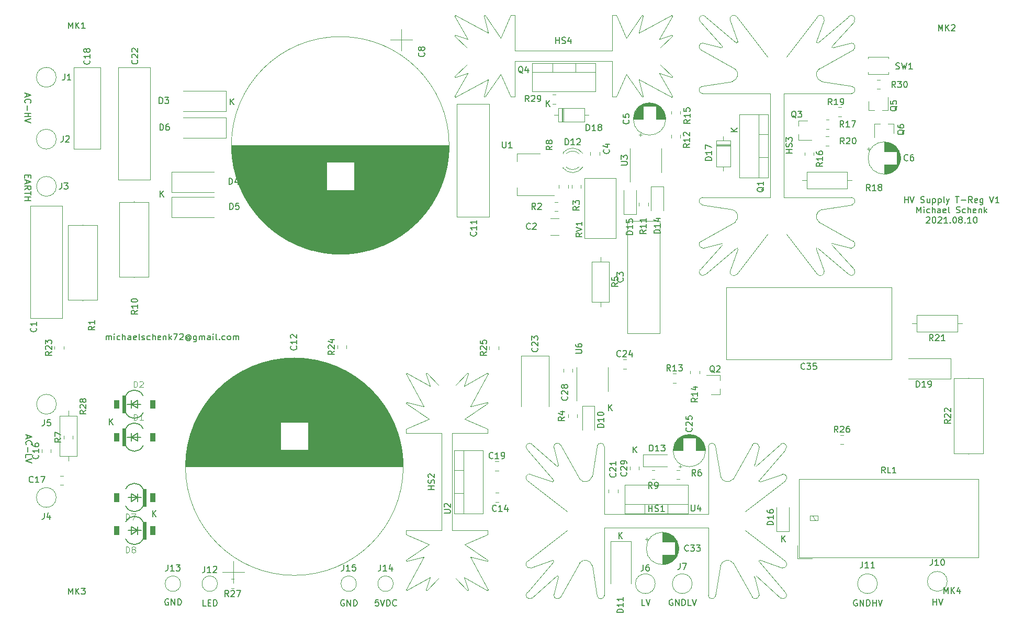
<source format=gbr>
G04 #@! TF.GenerationSoftware,KiCad,Pcbnew,(5.1.10-1-10_14)*
G04 #@! TF.CreationDate,2021-08-10T11:09:26+02:00*
G04 #@! TF.ProjectId,hv-power-supply-v1,68762d70-6f77-4657-922d-737570706c79,rev?*
G04 #@! TF.SameCoordinates,Original*
G04 #@! TF.FileFunction,Legend,Top*
G04 #@! TF.FilePolarity,Positive*
%FSLAX46Y46*%
G04 Gerber Fmt 4.6, Leading zero omitted, Abs format (unit mm)*
G04 Created by KiCad (PCBNEW (5.1.10-1-10_14)) date 2021-08-10 11:09:26*
%MOMM*%
%LPD*%
G01*
G04 APERTURE LIST*
%ADD10C,0.150000*%
%ADD11C,0.120000*%
%ADD12C,0.010000*%
%ADD13C,0.152400*%
%ADD14C,0.015000*%
G04 APERTURE END LIST*
D10*
X150360095Y-111704380D02*
X150360095Y-110704380D01*
X150931523Y-111704380D02*
X150502952Y-111132952D01*
X150931523Y-110704380D02*
X150360095Y-111275809D01*
X198247952Y-77986880D02*
X198247952Y-76986880D01*
X198247952Y-77463071D02*
X198819380Y-77463071D01*
X198819380Y-77986880D02*
X198819380Y-76986880D01*
X199152714Y-76986880D02*
X199486047Y-77986880D01*
X199819380Y-76986880D01*
X200867000Y-77939261D02*
X201009857Y-77986880D01*
X201247952Y-77986880D01*
X201343190Y-77939261D01*
X201390809Y-77891642D01*
X201438428Y-77796404D01*
X201438428Y-77701166D01*
X201390809Y-77605928D01*
X201343190Y-77558309D01*
X201247952Y-77510690D01*
X201057476Y-77463071D01*
X200962238Y-77415452D01*
X200914619Y-77367833D01*
X200867000Y-77272595D01*
X200867000Y-77177357D01*
X200914619Y-77082119D01*
X200962238Y-77034500D01*
X201057476Y-76986880D01*
X201295571Y-76986880D01*
X201438428Y-77034500D01*
X202295571Y-77320214D02*
X202295571Y-77986880D01*
X201867000Y-77320214D02*
X201867000Y-77844023D01*
X201914619Y-77939261D01*
X202009857Y-77986880D01*
X202152714Y-77986880D01*
X202247952Y-77939261D01*
X202295571Y-77891642D01*
X202771761Y-77320214D02*
X202771761Y-78320214D01*
X202771761Y-77367833D02*
X202867000Y-77320214D01*
X203057476Y-77320214D01*
X203152714Y-77367833D01*
X203200333Y-77415452D01*
X203247952Y-77510690D01*
X203247952Y-77796404D01*
X203200333Y-77891642D01*
X203152714Y-77939261D01*
X203057476Y-77986880D01*
X202867000Y-77986880D01*
X202771761Y-77939261D01*
X203676523Y-77320214D02*
X203676523Y-78320214D01*
X203676523Y-77367833D02*
X203771761Y-77320214D01*
X203962238Y-77320214D01*
X204057476Y-77367833D01*
X204105095Y-77415452D01*
X204152714Y-77510690D01*
X204152714Y-77796404D01*
X204105095Y-77891642D01*
X204057476Y-77939261D01*
X203962238Y-77986880D01*
X203771761Y-77986880D01*
X203676523Y-77939261D01*
X204724142Y-77986880D02*
X204628904Y-77939261D01*
X204581285Y-77844023D01*
X204581285Y-76986880D01*
X205009857Y-77320214D02*
X205247952Y-77986880D01*
X205486047Y-77320214D02*
X205247952Y-77986880D01*
X205152714Y-78224976D01*
X205105095Y-78272595D01*
X205009857Y-78320214D01*
X206486047Y-76986880D02*
X207057476Y-76986880D01*
X206771761Y-77986880D02*
X206771761Y-76986880D01*
X207390809Y-77605928D02*
X208152714Y-77605928D01*
X209200333Y-77986880D02*
X208867000Y-77510690D01*
X208628904Y-77986880D02*
X208628904Y-76986880D01*
X209009857Y-76986880D01*
X209105095Y-77034500D01*
X209152714Y-77082119D01*
X209200333Y-77177357D01*
X209200333Y-77320214D01*
X209152714Y-77415452D01*
X209105095Y-77463071D01*
X209009857Y-77510690D01*
X208628904Y-77510690D01*
X210009857Y-77939261D02*
X209914619Y-77986880D01*
X209724142Y-77986880D01*
X209628904Y-77939261D01*
X209581285Y-77844023D01*
X209581285Y-77463071D01*
X209628904Y-77367833D01*
X209724142Y-77320214D01*
X209914619Y-77320214D01*
X210009857Y-77367833D01*
X210057476Y-77463071D01*
X210057476Y-77558309D01*
X209581285Y-77653547D01*
X210914619Y-77320214D02*
X210914619Y-78129738D01*
X210867000Y-78224976D01*
X210819380Y-78272595D01*
X210724142Y-78320214D01*
X210581285Y-78320214D01*
X210486047Y-78272595D01*
X210914619Y-77939261D02*
X210819380Y-77986880D01*
X210628904Y-77986880D01*
X210533666Y-77939261D01*
X210486047Y-77891642D01*
X210438428Y-77796404D01*
X210438428Y-77510690D01*
X210486047Y-77415452D01*
X210533666Y-77367833D01*
X210628904Y-77320214D01*
X210819380Y-77320214D01*
X210914619Y-77367833D01*
X212009857Y-76986880D02*
X212343190Y-77986880D01*
X212676523Y-76986880D01*
X213533666Y-77986880D02*
X212962238Y-77986880D01*
X213247952Y-77986880D02*
X213247952Y-76986880D01*
X213152714Y-77129738D01*
X213057476Y-77224976D01*
X212962238Y-77272595D01*
X200247952Y-79636880D02*
X200247952Y-78636880D01*
X200581285Y-79351166D01*
X200914619Y-78636880D01*
X200914619Y-79636880D01*
X201390809Y-79636880D02*
X201390809Y-78970214D01*
X201390809Y-78636880D02*
X201343190Y-78684500D01*
X201390809Y-78732119D01*
X201438428Y-78684500D01*
X201390809Y-78636880D01*
X201390809Y-78732119D01*
X202295571Y-79589261D02*
X202200333Y-79636880D01*
X202009857Y-79636880D01*
X201914619Y-79589261D01*
X201867000Y-79541642D01*
X201819380Y-79446404D01*
X201819380Y-79160690D01*
X201867000Y-79065452D01*
X201914619Y-79017833D01*
X202009857Y-78970214D01*
X202200333Y-78970214D01*
X202295571Y-79017833D01*
X202724142Y-79636880D02*
X202724142Y-78636880D01*
X203152714Y-79636880D02*
X203152714Y-79113071D01*
X203105095Y-79017833D01*
X203009857Y-78970214D01*
X202867000Y-78970214D01*
X202771761Y-79017833D01*
X202724142Y-79065452D01*
X204057476Y-79636880D02*
X204057476Y-79113071D01*
X204009857Y-79017833D01*
X203914619Y-78970214D01*
X203724142Y-78970214D01*
X203628904Y-79017833D01*
X204057476Y-79589261D02*
X203962238Y-79636880D01*
X203724142Y-79636880D01*
X203628904Y-79589261D01*
X203581285Y-79494023D01*
X203581285Y-79398785D01*
X203628904Y-79303547D01*
X203724142Y-79255928D01*
X203962238Y-79255928D01*
X204057476Y-79208309D01*
X204914619Y-79589261D02*
X204819380Y-79636880D01*
X204628904Y-79636880D01*
X204533666Y-79589261D01*
X204486047Y-79494023D01*
X204486047Y-79113071D01*
X204533666Y-79017833D01*
X204628904Y-78970214D01*
X204819380Y-78970214D01*
X204914619Y-79017833D01*
X204962238Y-79113071D01*
X204962238Y-79208309D01*
X204486047Y-79303547D01*
X205533666Y-79636880D02*
X205438428Y-79589261D01*
X205390809Y-79494023D01*
X205390809Y-78636880D01*
X206628904Y-79589261D02*
X206771761Y-79636880D01*
X207009857Y-79636880D01*
X207105095Y-79589261D01*
X207152714Y-79541642D01*
X207200333Y-79446404D01*
X207200333Y-79351166D01*
X207152714Y-79255928D01*
X207105095Y-79208309D01*
X207009857Y-79160690D01*
X206819380Y-79113071D01*
X206724142Y-79065452D01*
X206676523Y-79017833D01*
X206628904Y-78922595D01*
X206628904Y-78827357D01*
X206676523Y-78732119D01*
X206724142Y-78684500D01*
X206819380Y-78636880D01*
X207057476Y-78636880D01*
X207200333Y-78684500D01*
X208057476Y-79589261D02*
X207962238Y-79636880D01*
X207771761Y-79636880D01*
X207676523Y-79589261D01*
X207628904Y-79541642D01*
X207581285Y-79446404D01*
X207581285Y-79160690D01*
X207628904Y-79065452D01*
X207676523Y-79017833D01*
X207771761Y-78970214D01*
X207962238Y-78970214D01*
X208057476Y-79017833D01*
X208486047Y-79636880D02*
X208486047Y-78636880D01*
X208914619Y-79636880D02*
X208914619Y-79113071D01*
X208867000Y-79017833D01*
X208771761Y-78970214D01*
X208628904Y-78970214D01*
X208533666Y-79017833D01*
X208486047Y-79065452D01*
X209771761Y-79589261D02*
X209676523Y-79636880D01*
X209486047Y-79636880D01*
X209390809Y-79589261D01*
X209343190Y-79494023D01*
X209343190Y-79113071D01*
X209390809Y-79017833D01*
X209486047Y-78970214D01*
X209676523Y-78970214D01*
X209771761Y-79017833D01*
X209819380Y-79113071D01*
X209819380Y-79208309D01*
X209343190Y-79303547D01*
X210247952Y-78970214D02*
X210247952Y-79636880D01*
X210247952Y-79065452D02*
X210295571Y-79017833D01*
X210390809Y-78970214D01*
X210533666Y-78970214D01*
X210628904Y-79017833D01*
X210676523Y-79113071D01*
X210676523Y-79636880D01*
X211152714Y-79636880D02*
X211152714Y-78636880D01*
X211247952Y-79255928D02*
X211533666Y-79636880D01*
X211533666Y-78970214D02*
X211152714Y-79351166D01*
X201771761Y-80382119D02*
X201819380Y-80334500D01*
X201914619Y-80286880D01*
X202152714Y-80286880D01*
X202247952Y-80334500D01*
X202295571Y-80382119D01*
X202343190Y-80477357D01*
X202343190Y-80572595D01*
X202295571Y-80715452D01*
X201724142Y-81286880D01*
X202343190Y-81286880D01*
X202962238Y-80286880D02*
X203057476Y-80286880D01*
X203152714Y-80334500D01*
X203200333Y-80382119D01*
X203247952Y-80477357D01*
X203295571Y-80667833D01*
X203295571Y-80905928D01*
X203247952Y-81096404D01*
X203200333Y-81191642D01*
X203152714Y-81239261D01*
X203057476Y-81286880D01*
X202962238Y-81286880D01*
X202867000Y-81239261D01*
X202819380Y-81191642D01*
X202771761Y-81096404D01*
X202724142Y-80905928D01*
X202724142Y-80667833D01*
X202771761Y-80477357D01*
X202819380Y-80382119D01*
X202867000Y-80334500D01*
X202962238Y-80286880D01*
X203676523Y-80382119D02*
X203724142Y-80334500D01*
X203819380Y-80286880D01*
X204057476Y-80286880D01*
X204152714Y-80334500D01*
X204200333Y-80382119D01*
X204247952Y-80477357D01*
X204247952Y-80572595D01*
X204200333Y-80715452D01*
X203628904Y-81286880D01*
X204247952Y-81286880D01*
X205200333Y-81286880D02*
X204628904Y-81286880D01*
X204914619Y-81286880D02*
X204914619Y-80286880D01*
X204819380Y-80429738D01*
X204724142Y-80524976D01*
X204628904Y-80572595D01*
X205628904Y-81191642D02*
X205676523Y-81239261D01*
X205628904Y-81286880D01*
X205581285Y-81239261D01*
X205628904Y-81191642D01*
X205628904Y-81286880D01*
X206295571Y-80286880D02*
X206390809Y-80286880D01*
X206486047Y-80334500D01*
X206533666Y-80382119D01*
X206581285Y-80477357D01*
X206628904Y-80667833D01*
X206628904Y-80905928D01*
X206581285Y-81096404D01*
X206533666Y-81191642D01*
X206486047Y-81239261D01*
X206390809Y-81286880D01*
X206295571Y-81286880D01*
X206200333Y-81239261D01*
X206152714Y-81191642D01*
X206105095Y-81096404D01*
X206057476Y-80905928D01*
X206057476Y-80667833D01*
X206105095Y-80477357D01*
X206152714Y-80382119D01*
X206200333Y-80334500D01*
X206295571Y-80286880D01*
X207200333Y-80715452D02*
X207105095Y-80667833D01*
X207057476Y-80620214D01*
X207009857Y-80524976D01*
X207009857Y-80477357D01*
X207057476Y-80382119D01*
X207105095Y-80334500D01*
X207200333Y-80286880D01*
X207390809Y-80286880D01*
X207486047Y-80334500D01*
X207533666Y-80382119D01*
X207581285Y-80477357D01*
X207581285Y-80524976D01*
X207533666Y-80620214D01*
X207486047Y-80667833D01*
X207390809Y-80715452D01*
X207200333Y-80715452D01*
X207105095Y-80763071D01*
X207057476Y-80810690D01*
X207009857Y-80905928D01*
X207009857Y-81096404D01*
X207057476Y-81191642D01*
X207105095Y-81239261D01*
X207200333Y-81286880D01*
X207390809Y-81286880D01*
X207486047Y-81239261D01*
X207533666Y-81191642D01*
X207581285Y-81096404D01*
X207581285Y-80905928D01*
X207533666Y-80810690D01*
X207486047Y-80763071D01*
X207390809Y-80715452D01*
X208009857Y-81191642D02*
X208057476Y-81239261D01*
X208009857Y-81286880D01*
X207962238Y-81239261D01*
X208009857Y-81191642D01*
X208009857Y-81286880D01*
X209009857Y-81286880D02*
X208438428Y-81286880D01*
X208724142Y-81286880D02*
X208724142Y-80286880D01*
X208628904Y-80429738D01*
X208533666Y-80524976D01*
X208438428Y-80572595D01*
X209628904Y-80286880D02*
X209724142Y-80286880D01*
X209819380Y-80334500D01*
X209867000Y-80382119D01*
X209914619Y-80477357D01*
X209962238Y-80667833D01*
X209962238Y-80905928D01*
X209914619Y-81096404D01*
X209867000Y-81191642D01*
X209819380Y-81239261D01*
X209724142Y-81286880D01*
X209628904Y-81286880D01*
X209533666Y-81239261D01*
X209486047Y-81191642D01*
X209438428Y-81096404D01*
X209390809Y-80905928D01*
X209390809Y-80667833D01*
X209438428Y-80477357D01*
X209486047Y-80382119D01*
X209533666Y-80334500D01*
X209628904Y-80286880D01*
X178363595Y-132913380D02*
X178363595Y-131913380D01*
X178935023Y-132913380D02*
X178506452Y-132341952D01*
X178935023Y-131913380D02*
X178363595Y-132484809D01*
X89146095Y-62110880D02*
X89146095Y-61110880D01*
X89717523Y-62110880D02*
X89288952Y-61539452D01*
X89717523Y-61110880D02*
X89146095Y-61682309D01*
X77779595Y-77033380D02*
X77779595Y-76033380D01*
X78351023Y-77033380D02*
X77922452Y-76461952D01*
X78351023Y-76033380D02*
X77779595Y-76604809D01*
X154360595Y-118498880D02*
X154360595Y-117498880D01*
X154932023Y-118498880D02*
X154503452Y-117927452D01*
X154932023Y-117498880D02*
X154360595Y-118070309D01*
X152011095Y-132405380D02*
X152011095Y-131405380D01*
X152582523Y-132405380D02*
X152153952Y-131833952D01*
X152582523Y-131405380D02*
X152011095Y-131976809D01*
X76573095Y-128849380D02*
X76573095Y-127849380D01*
X77144523Y-128849380D02*
X76715952Y-128277952D01*
X77144523Y-127849380D02*
X76573095Y-128420809D01*
X69588095Y-113990380D02*
X69588095Y-112990380D01*
X70159523Y-113990380D02*
X69730952Y-113418952D01*
X70159523Y-112990380D02*
X69588095Y-113561809D01*
X202866714Y-143200380D02*
X202866714Y-142200380D01*
X202866714Y-142676571D02*
X203438142Y-142676571D01*
X203438142Y-143200380D02*
X203438142Y-142200380D01*
X203771476Y-142200380D02*
X204104809Y-143200380D01*
X204438142Y-142200380D01*
X190563714Y-142375000D02*
X190468476Y-142327380D01*
X190325619Y-142327380D01*
X190182761Y-142375000D01*
X190087523Y-142470238D01*
X190039904Y-142565476D01*
X189992285Y-142755952D01*
X189992285Y-142898809D01*
X190039904Y-143089285D01*
X190087523Y-143184523D01*
X190182761Y-143279761D01*
X190325619Y-143327380D01*
X190420857Y-143327380D01*
X190563714Y-143279761D01*
X190611333Y-143232142D01*
X190611333Y-142898809D01*
X190420857Y-142898809D01*
X191039904Y-143327380D02*
X191039904Y-142327380D01*
X191611333Y-143327380D01*
X191611333Y-142327380D01*
X192087523Y-143327380D02*
X192087523Y-142327380D01*
X192325619Y-142327380D01*
X192468476Y-142375000D01*
X192563714Y-142470238D01*
X192611333Y-142565476D01*
X192658952Y-142755952D01*
X192658952Y-142898809D01*
X192611333Y-143089285D01*
X192563714Y-143184523D01*
X192468476Y-143279761D01*
X192325619Y-143327380D01*
X192087523Y-143327380D01*
X193087523Y-143327380D02*
X193087523Y-142327380D01*
X193087523Y-142803571D02*
X193658952Y-142803571D01*
X193658952Y-143327380D02*
X193658952Y-142327380D01*
X193992285Y-142327380D02*
X194325619Y-143327380D01*
X194658952Y-142327380D01*
X160710761Y-142311500D02*
X160615523Y-142263880D01*
X160472666Y-142263880D01*
X160329809Y-142311500D01*
X160234571Y-142406738D01*
X160186952Y-142501976D01*
X160139333Y-142692452D01*
X160139333Y-142835309D01*
X160186952Y-143025785D01*
X160234571Y-143121023D01*
X160329809Y-143216261D01*
X160472666Y-143263880D01*
X160567904Y-143263880D01*
X160710761Y-143216261D01*
X160758380Y-143168642D01*
X160758380Y-142835309D01*
X160567904Y-142835309D01*
X161186952Y-143263880D02*
X161186952Y-142263880D01*
X161758380Y-143263880D01*
X161758380Y-142263880D01*
X162234571Y-143263880D02*
X162234571Y-142263880D01*
X162472666Y-142263880D01*
X162615523Y-142311500D01*
X162710761Y-142406738D01*
X162758380Y-142501976D01*
X162806000Y-142692452D01*
X162806000Y-142835309D01*
X162758380Y-143025785D01*
X162710761Y-143121023D01*
X162615523Y-143216261D01*
X162472666Y-143263880D01*
X162234571Y-143263880D01*
X163710761Y-143263880D02*
X163234571Y-143263880D01*
X163234571Y-142263880D01*
X163901238Y-142263880D02*
X164234571Y-143263880D01*
X164567904Y-142263880D01*
X156217952Y-143263880D02*
X155741761Y-143263880D01*
X155741761Y-142263880D01*
X156408428Y-142263880D02*
X156741761Y-143263880D01*
X157075095Y-142263880D01*
X79121095Y-142248000D02*
X79025857Y-142200380D01*
X78883000Y-142200380D01*
X78740142Y-142248000D01*
X78644904Y-142343238D01*
X78597285Y-142438476D01*
X78549666Y-142628952D01*
X78549666Y-142771809D01*
X78597285Y-142962285D01*
X78644904Y-143057523D01*
X78740142Y-143152761D01*
X78883000Y-143200380D01*
X78978238Y-143200380D01*
X79121095Y-143152761D01*
X79168714Y-143105142D01*
X79168714Y-142771809D01*
X78978238Y-142771809D01*
X79597285Y-143200380D02*
X79597285Y-142200380D01*
X80168714Y-143200380D01*
X80168714Y-142200380D01*
X80644904Y-143200380D02*
X80644904Y-142200380D01*
X80883000Y-142200380D01*
X81025857Y-142248000D01*
X81121095Y-142343238D01*
X81168714Y-142438476D01*
X81216333Y-142628952D01*
X81216333Y-142771809D01*
X81168714Y-142962285D01*
X81121095Y-143057523D01*
X81025857Y-143152761D01*
X80883000Y-143200380D01*
X80644904Y-143200380D01*
X85209142Y-143327380D02*
X84732952Y-143327380D01*
X84732952Y-142327380D01*
X85542476Y-142803571D02*
X85875809Y-142803571D01*
X86018666Y-143327380D02*
X85542476Y-143327380D01*
X85542476Y-142327380D01*
X86018666Y-142327380D01*
X86447238Y-143327380D02*
X86447238Y-142327380D01*
X86685333Y-142327380D01*
X86828190Y-142375000D01*
X86923428Y-142470238D01*
X86971047Y-142565476D01*
X87018666Y-142755952D01*
X87018666Y-142898809D01*
X86971047Y-143089285D01*
X86923428Y-143184523D01*
X86828190Y-143279761D01*
X86685333Y-143327380D01*
X86447238Y-143327380D01*
X107569095Y-142375000D02*
X107473857Y-142327380D01*
X107331000Y-142327380D01*
X107188142Y-142375000D01*
X107092904Y-142470238D01*
X107045285Y-142565476D01*
X106997666Y-142755952D01*
X106997666Y-142898809D01*
X107045285Y-143089285D01*
X107092904Y-143184523D01*
X107188142Y-143279761D01*
X107331000Y-143327380D01*
X107426238Y-143327380D01*
X107569095Y-143279761D01*
X107616714Y-143232142D01*
X107616714Y-142898809D01*
X107426238Y-142898809D01*
X108045285Y-143327380D02*
X108045285Y-142327380D01*
X108616714Y-143327380D01*
X108616714Y-142327380D01*
X109092904Y-143327380D02*
X109092904Y-142327380D01*
X109331000Y-142327380D01*
X109473857Y-142375000D01*
X109569095Y-142470238D01*
X109616714Y-142565476D01*
X109664333Y-142755952D01*
X109664333Y-142898809D01*
X109616714Y-143089285D01*
X109569095Y-143184523D01*
X109473857Y-143279761D01*
X109331000Y-143327380D01*
X109092904Y-143327380D01*
X113109523Y-142327380D02*
X112633333Y-142327380D01*
X112585714Y-142803571D01*
X112633333Y-142755952D01*
X112728571Y-142708333D01*
X112966666Y-142708333D01*
X113061904Y-142755952D01*
X113109523Y-142803571D01*
X113157142Y-142898809D01*
X113157142Y-143136904D01*
X113109523Y-143232142D01*
X113061904Y-143279761D01*
X112966666Y-143327380D01*
X112728571Y-143327380D01*
X112633333Y-143279761D01*
X112585714Y-143232142D01*
X113442857Y-142327380D02*
X113776190Y-143327380D01*
X114109523Y-142327380D01*
X114442857Y-143327380D02*
X114442857Y-142327380D01*
X114680952Y-142327380D01*
X114823809Y-142375000D01*
X114919047Y-142470238D01*
X114966666Y-142565476D01*
X115014285Y-142755952D01*
X115014285Y-142898809D01*
X114966666Y-143089285D01*
X114919047Y-143184523D01*
X114823809Y-143279761D01*
X114680952Y-143327380D01*
X114442857Y-143327380D01*
X116014285Y-143232142D02*
X115966666Y-143279761D01*
X115823809Y-143327380D01*
X115728571Y-143327380D01*
X115585714Y-143279761D01*
X115490476Y-143184523D01*
X115442857Y-143089285D01*
X115395238Y-142898809D01*
X115395238Y-142755952D01*
X115442857Y-142565476D01*
X115490476Y-142470238D01*
X115585714Y-142375000D01*
X115728571Y-142327380D01*
X115823809Y-142327380D01*
X115966666Y-142375000D01*
X116014285Y-142422619D01*
X56310333Y-115688523D02*
X56310333Y-116164714D01*
X56024619Y-115593285D02*
X57024619Y-115926619D01*
X56024619Y-116259952D01*
X56119857Y-117164714D02*
X56072238Y-117117095D01*
X56024619Y-116974238D01*
X56024619Y-116879000D01*
X56072238Y-116736142D01*
X56167476Y-116640904D01*
X56262714Y-116593285D01*
X56453190Y-116545666D01*
X56596047Y-116545666D01*
X56786523Y-116593285D01*
X56881761Y-116640904D01*
X56977000Y-116736142D01*
X57024619Y-116879000D01*
X57024619Y-116974238D01*
X56977000Y-117117095D01*
X56929380Y-117164714D01*
X56405571Y-117593285D02*
X56405571Y-118355190D01*
X56024619Y-119307571D02*
X56024619Y-118831380D01*
X57024619Y-118831380D01*
X57024619Y-119498047D02*
X56024619Y-119831380D01*
X57024619Y-120164714D01*
X56421428Y-73540380D02*
X56421428Y-73873714D01*
X55897619Y-74016571D02*
X55897619Y-73540380D01*
X56897619Y-73540380D01*
X56897619Y-74016571D01*
X56183333Y-74397523D02*
X56183333Y-74873714D01*
X55897619Y-74302285D02*
X56897619Y-74635619D01*
X55897619Y-74968952D01*
X55897619Y-75873714D02*
X56373809Y-75540380D01*
X55897619Y-75302285D02*
X56897619Y-75302285D01*
X56897619Y-75683238D01*
X56850000Y-75778476D01*
X56802380Y-75826095D01*
X56707142Y-75873714D01*
X56564285Y-75873714D01*
X56469047Y-75826095D01*
X56421428Y-75778476D01*
X56373809Y-75683238D01*
X56373809Y-75302285D01*
X56897619Y-76159428D02*
X56897619Y-76730857D01*
X55897619Y-76445142D02*
X56897619Y-76445142D01*
X55897619Y-77064190D02*
X56897619Y-77064190D01*
X56421428Y-77064190D02*
X56421428Y-77635619D01*
X55897619Y-77635619D02*
X56897619Y-77635619D01*
X56183333Y-60324476D02*
X56183333Y-60800666D01*
X55897619Y-60229238D02*
X56897619Y-60562571D01*
X55897619Y-60895904D01*
X55992857Y-61800666D02*
X55945238Y-61753047D01*
X55897619Y-61610190D01*
X55897619Y-61514952D01*
X55945238Y-61372095D01*
X56040476Y-61276857D01*
X56135714Y-61229238D01*
X56326190Y-61181619D01*
X56469047Y-61181619D01*
X56659523Y-61229238D01*
X56754761Y-61276857D01*
X56850000Y-61372095D01*
X56897619Y-61514952D01*
X56897619Y-61610190D01*
X56850000Y-61753047D01*
X56802380Y-61800666D01*
X56278571Y-62229238D02*
X56278571Y-62991142D01*
X55897619Y-63467333D02*
X56897619Y-63467333D01*
X56421428Y-63467333D02*
X56421428Y-64038761D01*
X55897619Y-64038761D02*
X56897619Y-64038761D01*
X56897619Y-64372095D02*
X55897619Y-64705428D01*
X56897619Y-65038761D01*
X69041714Y-100210880D02*
X69041714Y-99544214D01*
X69041714Y-99639452D02*
X69089333Y-99591833D01*
X69184571Y-99544214D01*
X69327428Y-99544214D01*
X69422666Y-99591833D01*
X69470285Y-99687071D01*
X69470285Y-100210880D01*
X69470285Y-99687071D02*
X69517904Y-99591833D01*
X69613142Y-99544214D01*
X69756000Y-99544214D01*
X69851238Y-99591833D01*
X69898857Y-99687071D01*
X69898857Y-100210880D01*
X70375047Y-100210880D02*
X70375047Y-99544214D01*
X70375047Y-99210880D02*
X70327428Y-99258500D01*
X70375047Y-99306119D01*
X70422666Y-99258500D01*
X70375047Y-99210880D01*
X70375047Y-99306119D01*
X71279809Y-100163261D02*
X71184571Y-100210880D01*
X70994095Y-100210880D01*
X70898857Y-100163261D01*
X70851238Y-100115642D01*
X70803619Y-100020404D01*
X70803619Y-99734690D01*
X70851238Y-99639452D01*
X70898857Y-99591833D01*
X70994095Y-99544214D01*
X71184571Y-99544214D01*
X71279809Y-99591833D01*
X71708380Y-100210880D02*
X71708380Y-99210880D01*
X72136952Y-100210880D02*
X72136952Y-99687071D01*
X72089333Y-99591833D01*
X71994095Y-99544214D01*
X71851238Y-99544214D01*
X71756000Y-99591833D01*
X71708380Y-99639452D01*
X73041714Y-100210880D02*
X73041714Y-99687071D01*
X72994095Y-99591833D01*
X72898857Y-99544214D01*
X72708380Y-99544214D01*
X72613142Y-99591833D01*
X73041714Y-100163261D02*
X72946476Y-100210880D01*
X72708380Y-100210880D01*
X72613142Y-100163261D01*
X72565523Y-100068023D01*
X72565523Y-99972785D01*
X72613142Y-99877547D01*
X72708380Y-99829928D01*
X72946476Y-99829928D01*
X73041714Y-99782309D01*
X73898857Y-100163261D02*
X73803619Y-100210880D01*
X73613142Y-100210880D01*
X73517904Y-100163261D01*
X73470285Y-100068023D01*
X73470285Y-99687071D01*
X73517904Y-99591833D01*
X73613142Y-99544214D01*
X73803619Y-99544214D01*
X73898857Y-99591833D01*
X73946476Y-99687071D01*
X73946476Y-99782309D01*
X73470285Y-99877547D01*
X74517904Y-100210880D02*
X74422666Y-100163261D01*
X74375047Y-100068023D01*
X74375047Y-99210880D01*
X74851238Y-100163261D02*
X74946476Y-100210880D01*
X75136952Y-100210880D01*
X75232190Y-100163261D01*
X75279809Y-100068023D01*
X75279809Y-100020404D01*
X75232190Y-99925166D01*
X75136952Y-99877547D01*
X74994095Y-99877547D01*
X74898857Y-99829928D01*
X74851238Y-99734690D01*
X74851238Y-99687071D01*
X74898857Y-99591833D01*
X74994095Y-99544214D01*
X75136952Y-99544214D01*
X75232190Y-99591833D01*
X76136952Y-100163261D02*
X76041714Y-100210880D01*
X75851238Y-100210880D01*
X75756000Y-100163261D01*
X75708380Y-100115642D01*
X75660761Y-100020404D01*
X75660761Y-99734690D01*
X75708380Y-99639452D01*
X75756000Y-99591833D01*
X75851238Y-99544214D01*
X76041714Y-99544214D01*
X76136952Y-99591833D01*
X76565523Y-100210880D02*
X76565523Y-99210880D01*
X76994095Y-100210880D02*
X76994095Y-99687071D01*
X76946476Y-99591833D01*
X76851238Y-99544214D01*
X76708380Y-99544214D01*
X76613142Y-99591833D01*
X76565523Y-99639452D01*
X77851238Y-100163261D02*
X77756000Y-100210880D01*
X77565523Y-100210880D01*
X77470285Y-100163261D01*
X77422666Y-100068023D01*
X77422666Y-99687071D01*
X77470285Y-99591833D01*
X77565523Y-99544214D01*
X77756000Y-99544214D01*
X77851238Y-99591833D01*
X77898857Y-99687071D01*
X77898857Y-99782309D01*
X77422666Y-99877547D01*
X78327428Y-99544214D02*
X78327428Y-100210880D01*
X78327428Y-99639452D02*
X78375047Y-99591833D01*
X78470285Y-99544214D01*
X78613142Y-99544214D01*
X78708380Y-99591833D01*
X78756000Y-99687071D01*
X78756000Y-100210880D01*
X79232190Y-100210880D02*
X79232190Y-99210880D01*
X79327428Y-99829928D02*
X79613142Y-100210880D01*
X79613142Y-99544214D02*
X79232190Y-99925166D01*
X79946476Y-99210880D02*
X80613142Y-99210880D01*
X80184571Y-100210880D01*
X80946476Y-99306119D02*
X80994095Y-99258500D01*
X81089333Y-99210880D01*
X81327428Y-99210880D01*
X81422666Y-99258500D01*
X81470285Y-99306119D01*
X81517904Y-99401357D01*
X81517904Y-99496595D01*
X81470285Y-99639452D01*
X80898857Y-100210880D01*
X81517904Y-100210880D01*
X82565523Y-99734690D02*
X82517904Y-99687071D01*
X82422666Y-99639452D01*
X82327428Y-99639452D01*
X82232190Y-99687071D01*
X82184571Y-99734690D01*
X82136952Y-99829928D01*
X82136952Y-99925166D01*
X82184571Y-100020404D01*
X82232190Y-100068023D01*
X82327428Y-100115642D01*
X82422666Y-100115642D01*
X82517904Y-100068023D01*
X82565523Y-100020404D01*
X82565523Y-99639452D02*
X82565523Y-100020404D01*
X82613142Y-100068023D01*
X82660761Y-100068023D01*
X82756000Y-100020404D01*
X82803619Y-99925166D01*
X82803619Y-99687071D01*
X82708380Y-99544214D01*
X82565523Y-99448976D01*
X82375047Y-99401357D01*
X82184571Y-99448976D01*
X82041714Y-99544214D01*
X81946476Y-99687071D01*
X81898857Y-99877547D01*
X81946476Y-100068023D01*
X82041714Y-100210880D01*
X82184571Y-100306119D01*
X82375047Y-100353738D01*
X82565523Y-100306119D01*
X82708380Y-100210880D01*
X83660761Y-99544214D02*
X83660761Y-100353738D01*
X83613142Y-100448976D01*
X83565523Y-100496595D01*
X83470285Y-100544214D01*
X83327428Y-100544214D01*
X83232190Y-100496595D01*
X83660761Y-100163261D02*
X83565523Y-100210880D01*
X83375047Y-100210880D01*
X83279809Y-100163261D01*
X83232190Y-100115642D01*
X83184571Y-100020404D01*
X83184571Y-99734690D01*
X83232190Y-99639452D01*
X83279809Y-99591833D01*
X83375047Y-99544214D01*
X83565523Y-99544214D01*
X83660761Y-99591833D01*
X84136952Y-100210880D02*
X84136952Y-99544214D01*
X84136952Y-99639452D02*
X84184571Y-99591833D01*
X84279809Y-99544214D01*
X84422666Y-99544214D01*
X84517904Y-99591833D01*
X84565523Y-99687071D01*
X84565523Y-100210880D01*
X84565523Y-99687071D02*
X84613142Y-99591833D01*
X84708380Y-99544214D01*
X84851238Y-99544214D01*
X84946476Y-99591833D01*
X84994095Y-99687071D01*
X84994095Y-100210880D01*
X85898857Y-100210880D02*
X85898857Y-99687071D01*
X85851238Y-99591833D01*
X85756000Y-99544214D01*
X85565523Y-99544214D01*
X85470285Y-99591833D01*
X85898857Y-100163261D02*
X85803619Y-100210880D01*
X85565523Y-100210880D01*
X85470285Y-100163261D01*
X85422666Y-100068023D01*
X85422666Y-99972785D01*
X85470285Y-99877547D01*
X85565523Y-99829928D01*
X85803619Y-99829928D01*
X85898857Y-99782309D01*
X86375047Y-100210880D02*
X86375047Y-99544214D01*
X86375047Y-99210880D02*
X86327428Y-99258500D01*
X86375047Y-99306119D01*
X86422666Y-99258500D01*
X86375047Y-99210880D01*
X86375047Y-99306119D01*
X86994095Y-100210880D02*
X86898857Y-100163261D01*
X86851238Y-100068023D01*
X86851238Y-99210880D01*
X87375047Y-100115642D02*
X87422666Y-100163261D01*
X87375047Y-100210880D01*
X87327428Y-100163261D01*
X87375047Y-100115642D01*
X87375047Y-100210880D01*
X88279809Y-100163261D02*
X88184571Y-100210880D01*
X87994095Y-100210880D01*
X87898857Y-100163261D01*
X87851238Y-100115642D01*
X87803619Y-100020404D01*
X87803619Y-99734690D01*
X87851238Y-99639452D01*
X87898857Y-99591833D01*
X87994095Y-99544214D01*
X88184571Y-99544214D01*
X88279809Y-99591833D01*
X88851238Y-100210880D02*
X88756000Y-100163261D01*
X88708380Y-100115642D01*
X88660761Y-100020404D01*
X88660761Y-99734690D01*
X88708380Y-99639452D01*
X88756000Y-99591833D01*
X88851238Y-99544214D01*
X88994095Y-99544214D01*
X89089333Y-99591833D01*
X89136952Y-99639452D01*
X89184571Y-99734690D01*
X89184571Y-100020404D01*
X89136952Y-100115642D01*
X89089333Y-100163261D01*
X88994095Y-100210880D01*
X88851238Y-100210880D01*
X89613142Y-100210880D02*
X89613142Y-99544214D01*
X89613142Y-99639452D02*
X89660761Y-99591833D01*
X89756000Y-99544214D01*
X89898857Y-99544214D01*
X89994095Y-99591833D01*
X90041714Y-99687071D01*
X90041714Y-100210880D01*
X90041714Y-99687071D02*
X90089333Y-99591833D01*
X90184571Y-99544214D01*
X90327428Y-99544214D01*
X90422666Y-99591833D01*
X90470285Y-99687071D01*
X90470285Y-100210880D01*
D11*
X153399500Y-80916000D02*
X158639500Y-80916000D01*
X153399500Y-99156000D02*
X158639500Y-99156000D01*
X158639500Y-99156000D02*
X158639500Y-80916000D01*
X153399500Y-99156000D02*
X153399500Y-80916000D01*
X195628000Y-54353000D02*
X195628000Y-54653000D01*
X192328000Y-54353000D02*
X195628000Y-54353000D01*
X192328000Y-54653000D02*
X192328000Y-54353000D01*
X195628000Y-57153000D02*
X195628000Y-56853000D01*
X192328000Y-57153000D02*
X195628000Y-57153000D01*
X192328000Y-56853000D02*
X192328000Y-57153000D01*
X188944000Y-75728500D02*
X188944000Y-72988500D01*
X188944000Y-72988500D02*
X182404000Y-72988500D01*
X182404000Y-72988500D02*
X182404000Y-75728500D01*
X182404000Y-75728500D02*
X188944000Y-75728500D01*
X189714000Y-74358500D02*
X188944000Y-74358500D01*
X181634000Y-74358500D02*
X182404000Y-74358500D01*
X158897000Y-71118500D02*
X158897000Y-69168500D01*
X158897000Y-71118500D02*
X158897000Y-73068500D01*
X153777000Y-71118500D02*
X153777000Y-69168500D01*
X153777000Y-71118500D02*
X153777000Y-74568500D01*
X135529000Y-70010000D02*
X135529000Y-71270000D01*
X135529000Y-76830000D02*
X135529000Y-75570000D01*
X139289000Y-70010000D02*
X135529000Y-70010000D01*
X141539000Y-76830000D02*
X135529000Y-76830000D01*
X146441000Y-83752000D02*
X146441000Y-73982000D01*
X151511000Y-83752000D02*
X151511000Y-73982000D01*
X146441000Y-83752000D02*
X151511000Y-83752000D01*
X146441000Y-73982000D02*
X151511000Y-73982000D01*
X193812936Y-58066000D02*
X194267064Y-58066000D01*
X193812936Y-59536000D02*
X194267064Y-59536000D01*
X141752564Y-61949000D02*
X141298436Y-61949000D01*
X141752564Y-60479000D02*
X141298436Y-60479000D01*
X185948564Y-68743500D02*
X185494436Y-68743500D01*
X185948564Y-67273500D02*
X185494436Y-67273500D01*
X187980564Y-63981000D02*
X187526436Y-63981000D01*
X187980564Y-62511000D02*
X187526436Y-62511000D01*
X185526436Y-64543000D02*
X185980564Y-64543000D01*
X185526436Y-66013000D02*
X185980564Y-66013000D01*
X183551500Y-69829436D02*
X183551500Y-70283564D01*
X182081500Y-69829436D02*
X182081500Y-70283564D01*
X161961500Y-63129936D02*
X161961500Y-63584064D01*
X160491500Y-63129936D02*
X160491500Y-63584064D01*
X160491500Y-67473564D02*
X160491500Y-67019436D01*
X161961500Y-67473564D02*
X161961500Y-67019436D01*
X156754500Y-78020936D02*
X156754500Y-78475064D01*
X155284500Y-78020936D02*
X155284500Y-78475064D01*
X143800500Y-75131436D02*
X143800500Y-75585564D01*
X142330500Y-75131436D02*
X142330500Y-75585564D01*
X150404500Y-87535000D02*
X147664500Y-87535000D01*
X147664500Y-87535000D02*
X147664500Y-94075000D01*
X147664500Y-94075000D02*
X150404500Y-94075000D01*
X150404500Y-94075000D02*
X150404500Y-87535000D01*
X149034500Y-86765000D02*
X149034500Y-87535000D01*
X149034500Y-94845000D02*
X149034500Y-94075000D01*
X145896000Y-75131436D02*
X145896000Y-75585564D01*
X144426000Y-75131436D02*
X144426000Y-75585564D01*
X141647936Y-77878000D02*
X142102064Y-77878000D01*
X141647936Y-79348000D02*
X142102064Y-79348000D01*
X196527500Y-65232500D02*
X195597500Y-65232500D01*
X193367500Y-65232500D02*
X194297500Y-65232500D01*
X193367500Y-65232500D02*
X193367500Y-67392500D01*
X196527500Y-65232500D02*
X196527500Y-66692500D01*
X192410000Y-63006000D02*
X193340000Y-63006000D01*
X195570000Y-63006000D02*
X194640000Y-63006000D01*
X195570000Y-63006000D02*
X195570000Y-60846000D01*
X192410000Y-63006000D02*
X192410000Y-61546000D01*
X181056500Y-64653000D02*
X181056500Y-65583000D01*
X181056500Y-67813000D02*
X181056500Y-66883000D01*
X181056500Y-67813000D02*
X183216500Y-67813000D01*
X181056500Y-64653000D02*
X182516500Y-64653000D01*
X176180500Y-63650500D02*
X176180500Y-73890500D01*
X171539500Y-63650500D02*
X171539500Y-73890500D01*
X176180500Y-63650500D02*
X171539500Y-63650500D01*
X176180500Y-73890500D02*
X171539500Y-73890500D01*
X174670500Y-63650500D02*
X174670500Y-73890500D01*
X176180500Y-66920500D02*
X174670500Y-66920500D01*
X176180500Y-70621500D02*
X174670500Y-70621500D01*
X160685500Y-57499000D02*
X158725500Y-55609000D01*
X160595500Y-57649000D02*
X160685500Y-57499000D01*
X158545500Y-56969000D02*
X160595500Y-57649000D01*
X160695500Y-60739000D02*
X158545500Y-56969000D01*
X160575500Y-60859000D02*
X160695500Y-60739000D01*
X155275500Y-57979000D02*
X160575500Y-60859000D01*
X155935500Y-60779000D02*
X155275500Y-57979000D01*
X155755500Y-60839000D02*
X155935500Y-60779000D01*
X153255500Y-57119000D02*
X155755500Y-60839000D01*
X151635500Y-60829000D02*
X153245500Y-57119000D01*
X150965500Y-60829000D02*
X151635500Y-60829000D01*
X150965500Y-55079000D02*
X150965500Y-60829000D01*
X143065500Y-55079000D02*
X150965500Y-55079000D01*
X150965500Y-47629000D02*
X151635500Y-47629000D01*
X150965500Y-53379000D02*
X150965500Y-47629000D01*
X143065500Y-53379000D02*
X150965500Y-53379000D01*
X151635500Y-47629000D02*
X153245500Y-51339000D01*
X160595500Y-50809000D02*
X160685500Y-50959000D01*
X160575500Y-47599000D02*
X160695500Y-47719000D01*
X160695500Y-47719000D02*
X158545500Y-51489000D01*
X158545500Y-51489000D02*
X160595500Y-50809000D01*
X160685500Y-50959000D02*
X158725500Y-52849000D01*
X155275500Y-50479000D02*
X160575500Y-47599000D01*
X153255500Y-51339000D02*
X155755500Y-47619000D01*
X155755500Y-47619000D02*
X155935500Y-47679000D01*
X155935500Y-47679000D02*
X155275500Y-50479000D01*
X143065500Y-55079000D02*
X135165500Y-55079000D01*
X134495500Y-60829000D02*
X132885500Y-57119000D01*
X135165500Y-60829000D02*
X134495500Y-60829000D01*
X135165500Y-55079000D02*
X135165500Y-60829000D01*
X143065500Y-53379000D02*
X135165500Y-53379000D01*
X127585500Y-51489000D02*
X125535500Y-50809000D01*
X125555500Y-47599000D02*
X125435500Y-47719000D01*
X125535500Y-50809000D02*
X125445500Y-50959000D01*
X125435500Y-47719000D02*
X127585500Y-51489000D01*
X125445500Y-50959000D02*
X127405500Y-52849000D01*
X132875500Y-51339000D02*
X130375500Y-47619000D01*
X130195500Y-47679000D02*
X130855500Y-50479000D01*
X130375500Y-47619000D02*
X130195500Y-47679000D01*
X130855500Y-50479000D02*
X125555500Y-47599000D01*
X135165500Y-47629000D02*
X134495500Y-47629000D01*
X135165500Y-53379000D02*
X135165500Y-47629000D01*
X134495500Y-47629000D02*
X132885500Y-51339000D01*
X125555500Y-60859000D02*
X125435500Y-60739000D01*
X125445500Y-57499000D02*
X127405500Y-55609000D01*
X127585500Y-56969000D02*
X125535500Y-57649000D01*
X125535500Y-57649000D02*
X125445500Y-57499000D01*
X125435500Y-60739000D02*
X127585500Y-56969000D01*
X130855500Y-57979000D02*
X125555500Y-60859000D01*
X130195500Y-60779000D02*
X130855500Y-57979000D01*
X130375500Y-60839000D02*
X130195500Y-60779000D01*
X132875500Y-57119000D02*
X130375500Y-60839000D01*
X171079500Y-89597000D02*
X176089500Y-83087000D01*
X171239500Y-85517000D02*
X170019500Y-89077000D01*
X166039500Y-89597000D02*
X171019500Y-85347000D01*
X168709500Y-84817000D02*
X165119500Y-88847000D01*
X165569500Y-85317000D02*
X168559500Y-84567000D01*
X170809500Y-81137000D02*
X165239500Y-84227000D01*
X165449500Y-78287000D02*
X170409500Y-79097000D01*
X176499500Y-77107000D02*
X176499500Y-68707000D01*
X165539500Y-77117000D02*
X176499500Y-77107000D01*
X189769500Y-78287000D02*
X184809500Y-79097000D01*
X189679500Y-77117000D02*
X178719500Y-77107000D01*
X184409500Y-81137000D02*
X189979500Y-84227000D01*
X189649500Y-85317000D02*
X186659500Y-84567000D01*
X186509500Y-84817000D02*
X190099500Y-88847000D01*
X189179500Y-89597000D02*
X184199500Y-85347000D01*
X183979500Y-85517000D02*
X185199500Y-89077000D01*
X184139500Y-89597000D02*
X179129500Y-83087000D01*
X178719500Y-77107000D02*
X178719500Y-68707000D01*
X165539500Y-60297000D02*
X176499500Y-60307000D01*
X165449500Y-59127000D02*
X170409500Y-58317000D01*
X170809500Y-56277000D02*
X165239500Y-53187000D01*
X189679500Y-60297000D02*
X178719500Y-60307000D01*
X189769500Y-59127000D02*
X184809500Y-58317000D01*
X184409500Y-56277000D02*
X189979500Y-53187000D01*
X171239500Y-51897000D02*
X170019500Y-48337000D01*
X171079500Y-47817000D02*
X176089500Y-54327000D01*
X189649500Y-52097000D02*
X186659500Y-52847000D01*
X186509500Y-52597000D02*
X190099500Y-48567000D01*
X168709500Y-52597000D02*
X165119500Y-48567000D01*
X165569500Y-52097000D02*
X168559500Y-52847000D01*
X166039500Y-47817000D02*
X171019500Y-52067000D01*
X189179500Y-47817000D02*
X184199500Y-52067000D01*
X183979500Y-51897000D02*
X185199500Y-48337000D01*
X184139500Y-47817000D02*
X179129500Y-54327000D01*
X178719500Y-60307000D02*
X178719500Y-68707000D01*
X176499500Y-60307000D02*
X176499500Y-68707000D01*
X184138577Y-47824990D02*
G75*
G02*
X185199500Y-48347000I470923J-382010D01*
G01*
X184202344Y-52065995D02*
G75*
G02*
X183979500Y-51897000I-92844J108995D01*
G01*
X166039690Y-47823639D02*
G75*
G03*
X165139500Y-48587000I-440190J-393361D01*
G01*
X165579634Y-52099704D02*
G75*
G03*
X165249500Y-53197000I29866J-607296D01*
G01*
X168536294Y-52844261D02*
G75*
G03*
X168719500Y-52597000I73206J137261D01*
G01*
X189179495Y-47823432D02*
G75*
G02*
X190079500Y-48587000I440005J-393568D01*
G01*
X186682532Y-52844354D02*
G75*
G02*
X186499500Y-52597000I-73032J137354D01*
G01*
X189640214Y-52099746D02*
G75*
G02*
X189969500Y-53197000I-30714J-607254D01*
G01*
X171016654Y-52065994D02*
G75*
G03*
X171239500Y-51897000I92846J108994D01*
G01*
X171081042Y-47825754D02*
G75*
G03*
X170019500Y-48347000I-471542J-381246D01*
G01*
X184847923Y-58328275D02*
G75*
G02*
X184419500Y-56277000I291577J1131275D01*
G01*
X189747785Y-59128633D02*
G75*
G02*
X189649500Y-60297000I-118285J-578367D01*
G01*
X165471841Y-59128505D02*
G75*
G03*
X165569500Y-60297000I117659J-578495D01*
G01*
X170370162Y-58328511D02*
G75*
G03*
X170799500Y-56277000I-290662J1131511D01*
G01*
X189179310Y-89590361D02*
G75*
G03*
X190079500Y-88827000I440190J393361D01*
G01*
X189639366Y-85314296D02*
G75*
G03*
X189969500Y-84217000I-29866J607296D01*
G01*
X184137958Y-89588246D02*
G75*
G03*
X185199500Y-89067000I471542J381246D01*
G01*
X184202346Y-85348006D02*
G75*
G03*
X183979500Y-85517000I-92846J-108994D01*
G01*
X186682706Y-84569739D02*
G75*
G03*
X186499500Y-84817000I-73206J-137261D01*
G01*
X184848838Y-79085489D02*
G75*
G03*
X184419500Y-81137000I290662J-1131511D01*
G01*
X189747159Y-78285495D02*
G75*
G03*
X189649500Y-77117000I-117659J578495D01*
G01*
X171016656Y-85348005D02*
G75*
G02*
X171239500Y-85517000I92844J-108995D01*
G01*
X168536468Y-84569646D02*
G75*
G02*
X168719500Y-84817000I73032J-137354D01*
G01*
X171080423Y-89589010D02*
G75*
G02*
X170019500Y-89067000I-470923J382010D01*
G01*
X166039505Y-89590568D02*
G75*
G02*
X165139500Y-88827000I-440005J393568D01*
G01*
X165578786Y-85314254D02*
G75*
G02*
X165249500Y-84217000I30714J607254D01*
G01*
X165471215Y-78285367D02*
G75*
G02*
X165569500Y-77117000I118285J578367D01*
G01*
X170371077Y-79085725D02*
G75*
G02*
X170799500Y-81137000I-291577J-1131275D01*
G01*
X205735000Y-106552000D02*
X205735000Y-103252000D01*
X205735000Y-103252000D02*
X198835000Y-103252000D01*
X205735000Y-106552000D02*
X198835000Y-106552000D01*
X142215500Y-62634000D02*
X142215500Y-64874000D01*
X142215500Y-64874000D02*
X146455500Y-64874000D01*
X146455500Y-64874000D02*
X146455500Y-62634000D01*
X146455500Y-62634000D02*
X142215500Y-62634000D01*
X141565500Y-63754000D02*
X142215500Y-63754000D01*
X147105500Y-63754000D02*
X146455500Y-63754000D01*
X142935500Y-62634000D02*
X142935500Y-64874000D01*
X143055500Y-62634000D02*
X143055500Y-64874000D01*
X142815500Y-62634000D02*
X142815500Y-64874000D01*
X170030000Y-67920500D02*
X167790000Y-67920500D01*
X167790000Y-67920500D02*
X167790000Y-72160500D01*
X167790000Y-72160500D02*
X170030000Y-72160500D01*
X170030000Y-72160500D02*
X170030000Y-67920500D01*
X168910000Y-67270500D02*
X168910000Y-67920500D01*
X168910000Y-72810500D02*
X168910000Y-72160500D01*
X170030000Y-68640500D02*
X167790000Y-68640500D01*
X170030000Y-68760500D02*
X167790000Y-68760500D01*
X170030000Y-68520500D02*
X167790000Y-68520500D01*
X152797000Y-79848000D02*
X154797000Y-79848000D01*
X154797000Y-79848000D02*
X154797000Y-75948000D01*
X152797000Y-79848000D02*
X152797000Y-75948000D01*
X159242000Y-75346000D02*
X157242000Y-75346000D01*
X157242000Y-75346000D02*
X157242000Y-79246000D01*
X159242000Y-75346000D02*
X159242000Y-79246000D01*
X142966000Y-69884000D02*
X142966000Y-70040000D01*
X142966000Y-72200000D02*
X142966000Y-72356000D01*
X145567130Y-72199837D02*
G75*
G02*
X143485039Y-72200000I-1041130J1079837D01*
G01*
X145567130Y-70040163D02*
G75*
G03*
X143485039Y-70040000I-1041130J-1079837D01*
G01*
X146198335Y-72198608D02*
G75*
G02*
X142966000Y-72355516I-1672335J1078608D01*
G01*
X146198335Y-70041392D02*
G75*
G03*
X142966000Y-69884484I-1672335J-1078608D01*
G01*
X196112500Y-103406000D02*
X169372500Y-103406000D01*
X196112500Y-91666000D02*
X169372500Y-91666000D01*
X196112500Y-103406000D02*
X196112500Y-91666000D01*
X169372500Y-103406000D02*
X169372500Y-91666000D01*
X197581000Y-70739000D02*
G75*
G03*
X197581000Y-70739000I-2620000J0D01*
G01*
X194961000Y-71779000D02*
X194961000Y-73319000D01*
X194961000Y-68159000D02*
X194961000Y-69699000D01*
X195001000Y-71779000D02*
X195001000Y-73319000D01*
X195001000Y-68159000D02*
X195001000Y-69699000D01*
X195041000Y-68160000D02*
X195041000Y-69699000D01*
X195041000Y-71779000D02*
X195041000Y-73318000D01*
X195081000Y-68161000D02*
X195081000Y-69699000D01*
X195081000Y-71779000D02*
X195081000Y-73317000D01*
X195121000Y-68163000D02*
X195121000Y-69699000D01*
X195121000Y-71779000D02*
X195121000Y-73315000D01*
X195161000Y-68166000D02*
X195161000Y-69699000D01*
X195161000Y-71779000D02*
X195161000Y-73312000D01*
X195201000Y-68170000D02*
X195201000Y-69699000D01*
X195201000Y-71779000D02*
X195201000Y-73308000D01*
X195241000Y-68174000D02*
X195241000Y-69699000D01*
X195241000Y-71779000D02*
X195241000Y-73304000D01*
X195281000Y-68178000D02*
X195281000Y-69699000D01*
X195281000Y-71779000D02*
X195281000Y-73300000D01*
X195321000Y-68183000D02*
X195321000Y-69699000D01*
X195321000Y-71779000D02*
X195321000Y-73295000D01*
X195361000Y-68189000D02*
X195361000Y-69699000D01*
X195361000Y-71779000D02*
X195361000Y-73289000D01*
X195401000Y-68196000D02*
X195401000Y-69699000D01*
X195401000Y-71779000D02*
X195401000Y-73282000D01*
X195441000Y-68203000D02*
X195441000Y-69699000D01*
X195441000Y-71779000D02*
X195441000Y-73275000D01*
X195481000Y-68211000D02*
X195481000Y-69699000D01*
X195481000Y-71779000D02*
X195481000Y-73267000D01*
X195521000Y-68219000D02*
X195521000Y-69699000D01*
X195521000Y-71779000D02*
X195521000Y-73259000D01*
X195561000Y-68228000D02*
X195561000Y-69699000D01*
X195561000Y-71779000D02*
X195561000Y-73250000D01*
X195601000Y-68238000D02*
X195601000Y-69699000D01*
X195601000Y-71779000D02*
X195601000Y-73240000D01*
X195641000Y-68248000D02*
X195641000Y-69699000D01*
X195641000Y-71779000D02*
X195641000Y-73230000D01*
X195682000Y-68259000D02*
X195682000Y-69699000D01*
X195682000Y-71779000D02*
X195682000Y-73219000D01*
X195722000Y-68271000D02*
X195722000Y-69699000D01*
X195722000Y-71779000D02*
X195722000Y-73207000D01*
X195762000Y-68284000D02*
X195762000Y-69699000D01*
X195762000Y-71779000D02*
X195762000Y-73194000D01*
X195802000Y-68297000D02*
X195802000Y-69699000D01*
X195802000Y-71779000D02*
X195802000Y-73181000D01*
X195842000Y-68311000D02*
X195842000Y-69699000D01*
X195842000Y-71779000D02*
X195842000Y-73167000D01*
X195882000Y-68325000D02*
X195882000Y-69699000D01*
X195882000Y-71779000D02*
X195882000Y-73153000D01*
X195922000Y-68341000D02*
X195922000Y-69699000D01*
X195922000Y-71779000D02*
X195922000Y-73137000D01*
X195962000Y-68357000D02*
X195962000Y-69699000D01*
X195962000Y-71779000D02*
X195962000Y-73121000D01*
X196002000Y-68374000D02*
X196002000Y-69699000D01*
X196002000Y-71779000D02*
X196002000Y-73104000D01*
X196042000Y-68391000D02*
X196042000Y-69699000D01*
X196042000Y-71779000D02*
X196042000Y-73087000D01*
X196082000Y-68410000D02*
X196082000Y-69699000D01*
X196082000Y-71779000D02*
X196082000Y-73068000D01*
X196122000Y-68429000D02*
X196122000Y-69699000D01*
X196122000Y-71779000D02*
X196122000Y-73049000D01*
X196162000Y-68449000D02*
X196162000Y-69699000D01*
X196162000Y-71779000D02*
X196162000Y-73029000D01*
X196202000Y-68471000D02*
X196202000Y-69699000D01*
X196202000Y-71779000D02*
X196202000Y-73007000D01*
X196242000Y-68492000D02*
X196242000Y-69699000D01*
X196242000Y-71779000D02*
X196242000Y-72986000D01*
X196282000Y-68515000D02*
X196282000Y-69699000D01*
X196282000Y-71779000D02*
X196282000Y-72963000D01*
X196322000Y-68539000D02*
X196322000Y-69699000D01*
X196322000Y-71779000D02*
X196322000Y-72939000D01*
X196362000Y-68564000D02*
X196362000Y-69699000D01*
X196362000Y-71779000D02*
X196362000Y-72914000D01*
X196402000Y-68590000D02*
X196402000Y-69699000D01*
X196402000Y-71779000D02*
X196402000Y-72888000D01*
X196442000Y-68617000D02*
X196442000Y-69699000D01*
X196442000Y-71779000D02*
X196442000Y-72861000D01*
X196482000Y-68644000D02*
X196482000Y-69699000D01*
X196482000Y-71779000D02*
X196482000Y-72834000D01*
X196522000Y-68674000D02*
X196522000Y-69699000D01*
X196522000Y-71779000D02*
X196522000Y-72804000D01*
X196562000Y-68704000D02*
X196562000Y-69699000D01*
X196562000Y-71779000D02*
X196562000Y-72774000D01*
X196602000Y-68735000D02*
X196602000Y-69699000D01*
X196602000Y-71779000D02*
X196602000Y-72743000D01*
X196642000Y-68768000D02*
X196642000Y-69699000D01*
X196642000Y-71779000D02*
X196642000Y-72710000D01*
X196682000Y-68802000D02*
X196682000Y-69699000D01*
X196682000Y-71779000D02*
X196682000Y-72676000D01*
X196722000Y-68838000D02*
X196722000Y-69699000D01*
X196722000Y-71779000D02*
X196722000Y-72640000D01*
X196762000Y-68875000D02*
X196762000Y-69699000D01*
X196762000Y-71779000D02*
X196762000Y-72603000D01*
X196802000Y-68913000D02*
X196802000Y-69699000D01*
X196802000Y-71779000D02*
X196802000Y-72565000D01*
X196842000Y-68954000D02*
X196842000Y-69699000D01*
X196842000Y-71779000D02*
X196842000Y-72524000D01*
X196882000Y-68996000D02*
X196882000Y-69699000D01*
X196882000Y-71779000D02*
X196882000Y-72482000D01*
X196922000Y-69040000D02*
X196922000Y-69699000D01*
X196922000Y-71779000D02*
X196922000Y-72438000D01*
X196962000Y-69086000D02*
X196962000Y-69699000D01*
X196962000Y-71779000D02*
X196962000Y-72392000D01*
X197002000Y-69134000D02*
X197002000Y-72344000D01*
X197042000Y-69185000D02*
X197042000Y-72293000D01*
X197082000Y-69239000D02*
X197082000Y-72239000D01*
X197122000Y-69296000D02*
X197122000Y-72182000D01*
X197162000Y-69356000D02*
X197162000Y-72122000D01*
X197202000Y-69420000D02*
X197202000Y-72058000D01*
X197242000Y-69488000D02*
X197242000Y-71990000D01*
X197282000Y-69561000D02*
X197282000Y-71917000D01*
X197322000Y-69641000D02*
X197322000Y-71837000D01*
X197362000Y-69728000D02*
X197362000Y-71750000D01*
X197402000Y-69824000D02*
X197402000Y-71654000D01*
X197442000Y-69934000D02*
X197442000Y-71544000D01*
X197482000Y-70062000D02*
X197482000Y-71416000D01*
X197522000Y-70221000D02*
X197522000Y-71257000D01*
X197562000Y-70455000D02*
X197562000Y-71023000D01*
X192156225Y-69264000D02*
X192656225Y-69264000D01*
X192406225Y-69014000D02*
X192406225Y-69514000D01*
X159592000Y-64405000D02*
G75*
G03*
X159592000Y-64405000I-2620000J0D01*
G01*
X158012000Y-64405000D02*
X159552000Y-64405000D01*
X154392000Y-64405000D02*
X155932000Y-64405000D01*
X158012000Y-64365000D02*
X159552000Y-64365000D01*
X154392000Y-64365000D02*
X155932000Y-64365000D01*
X154393000Y-64325000D02*
X155932000Y-64325000D01*
X158012000Y-64325000D02*
X159551000Y-64325000D01*
X154394000Y-64285000D02*
X155932000Y-64285000D01*
X158012000Y-64285000D02*
X159550000Y-64285000D01*
X154396000Y-64245000D02*
X155932000Y-64245000D01*
X158012000Y-64245000D02*
X159548000Y-64245000D01*
X154399000Y-64205000D02*
X155932000Y-64205000D01*
X158012000Y-64205000D02*
X159545000Y-64205000D01*
X154403000Y-64165000D02*
X155932000Y-64165000D01*
X158012000Y-64165000D02*
X159541000Y-64165000D01*
X154407000Y-64125000D02*
X155932000Y-64125000D01*
X158012000Y-64125000D02*
X159537000Y-64125000D01*
X154411000Y-64085000D02*
X155932000Y-64085000D01*
X158012000Y-64085000D02*
X159533000Y-64085000D01*
X154416000Y-64045000D02*
X155932000Y-64045000D01*
X158012000Y-64045000D02*
X159528000Y-64045000D01*
X154422000Y-64005000D02*
X155932000Y-64005000D01*
X158012000Y-64005000D02*
X159522000Y-64005000D01*
X154429000Y-63965000D02*
X155932000Y-63965000D01*
X158012000Y-63965000D02*
X159515000Y-63965000D01*
X154436000Y-63925000D02*
X155932000Y-63925000D01*
X158012000Y-63925000D02*
X159508000Y-63925000D01*
X154444000Y-63885000D02*
X155932000Y-63885000D01*
X158012000Y-63885000D02*
X159500000Y-63885000D01*
X154452000Y-63845000D02*
X155932000Y-63845000D01*
X158012000Y-63845000D02*
X159492000Y-63845000D01*
X154461000Y-63805000D02*
X155932000Y-63805000D01*
X158012000Y-63805000D02*
X159483000Y-63805000D01*
X154471000Y-63765000D02*
X155932000Y-63765000D01*
X158012000Y-63765000D02*
X159473000Y-63765000D01*
X154481000Y-63725000D02*
X155932000Y-63725000D01*
X158012000Y-63725000D02*
X159463000Y-63725000D01*
X154492000Y-63684000D02*
X155932000Y-63684000D01*
X158012000Y-63684000D02*
X159452000Y-63684000D01*
X154504000Y-63644000D02*
X155932000Y-63644000D01*
X158012000Y-63644000D02*
X159440000Y-63644000D01*
X154517000Y-63604000D02*
X155932000Y-63604000D01*
X158012000Y-63604000D02*
X159427000Y-63604000D01*
X154530000Y-63564000D02*
X155932000Y-63564000D01*
X158012000Y-63564000D02*
X159414000Y-63564000D01*
X154544000Y-63524000D02*
X155932000Y-63524000D01*
X158012000Y-63524000D02*
X159400000Y-63524000D01*
X154558000Y-63484000D02*
X155932000Y-63484000D01*
X158012000Y-63484000D02*
X159386000Y-63484000D01*
X154574000Y-63444000D02*
X155932000Y-63444000D01*
X158012000Y-63444000D02*
X159370000Y-63444000D01*
X154590000Y-63404000D02*
X155932000Y-63404000D01*
X158012000Y-63404000D02*
X159354000Y-63404000D01*
X154607000Y-63364000D02*
X155932000Y-63364000D01*
X158012000Y-63364000D02*
X159337000Y-63364000D01*
X154624000Y-63324000D02*
X155932000Y-63324000D01*
X158012000Y-63324000D02*
X159320000Y-63324000D01*
X154643000Y-63284000D02*
X155932000Y-63284000D01*
X158012000Y-63284000D02*
X159301000Y-63284000D01*
X154662000Y-63244000D02*
X155932000Y-63244000D01*
X158012000Y-63244000D02*
X159282000Y-63244000D01*
X154682000Y-63204000D02*
X155932000Y-63204000D01*
X158012000Y-63204000D02*
X159262000Y-63204000D01*
X154704000Y-63164000D02*
X155932000Y-63164000D01*
X158012000Y-63164000D02*
X159240000Y-63164000D01*
X154725000Y-63124000D02*
X155932000Y-63124000D01*
X158012000Y-63124000D02*
X159219000Y-63124000D01*
X154748000Y-63084000D02*
X155932000Y-63084000D01*
X158012000Y-63084000D02*
X159196000Y-63084000D01*
X154772000Y-63044000D02*
X155932000Y-63044000D01*
X158012000Y-63044000D02*
X159172000Y-63044000D01*
X154797000Y-63004000D02*
X155932000Y-63004000D01*
X158012000Y-63004000D02*
X159147000Y-63004000D01*
X154823000Y-62964000D02*
X155932000Y-62964000D01*
X158012000Y-62964000D02*
X159121000Y-62964000D01*
X154850000Y-62924000D02*
X155932000Y-62924000D01*
X158012000Y-62924000D02*
X159094000Y-62924000D01*
X154877000Y-62884000D02*
X155932000Y-62884000D01*
X158012000Y-62884000D02*
X159067000Y-62884000D01*
X154907000Y-62844000D02*
X155932000Y-62844000D01*
X158012000Y-62844000D02*
X159037000Y-62844000D01*
X154937000Y-62804000D02*
X155932000Y-62804000D01*
X158012000Y-62804000D02*
X159007000Y-62804000D01*
X154968000Y-62764000D02*
X155932000Y-62764000D01*
X158012000Y-62764000D02*
X158976000Y-62764000D01*
X155001000Y-62724000D02*
X155932000Y-62724000D01*
X158012000Y-62724000D02*
X158943000Y-62724000D01*
X155035000Y-62684000D02*
X155932000Y-62684000D01*
X158012000Y-62684000D02*
X158909000Y-62684000D01*
X155071000Y-62644000D02*
X155932000Y-62644000D01*
X158012000Y-62644000D02*
X158873000Y-62644000D01*
X155108000Y-62604000D02*
X155932000Y-62604000D01*
X158012000Y-62604000D02*
X158836000Y-62604000D01*
X155146000Y-62564000D02*
X155932000Y-62564000D01*
X158012000Y-62564000D02*
X158798000Y-62564000D01*
X155187000Y-62524000D02*
X155932000Y-62524000D01*
X158012000Y-62524000D02*
X158757000Y-62524000D01*
X155229000Y-62484000D02*
X155932000Y-62484000D01*
X158012000Y-62484000D02*
X158715000Y-62484000D01*
X155273000Y-62444000D02*
X155932000Y-62444000D01*
X158012000Y-62444000D02*
X158671000Y-62444000D01*
X155319000Y-62404000D02*
X155932000Y-62404000D01*
X158012000Y-62404000D02*
X158625000Y-62404000D01*
X155367000Y-62364000D02*
X158577000Y-62364000D01*
X155418000Y-62324000D02*
X158526000Y-62324000D01*
X155472000Y-62284000D02*
X158472000Y-62284000D01*
X155529000Y-62244000D02*
X158415000Y-62244000D01*
X155589000Y-62204000D02*
X158355000Y-62204000D01*
X155653000Y-62164000D02*
X158291000Y-62164000D01*
X155721000Y-62124000D02*
X158223000Y-62124000D01*
X155794000Y-62084000D02*
X158150000Y-62084000D01*
X155874000Y-62044000D02*
X158070000Y-62044000D01*
X155961000Y-62004000D02*
X157983000Y-62004000D01*
X156057000Y-61964000D02*
X157887000Y-61964000D01*
X156167000Y-61924000D02*
X157777000Y-61924000D01*
X156295000Y-61884000D02*
X157649000Y-61884000D01*
X156454000Y-61844000D02*
X157490000Y-61844000D01*
X156688000Y-61804000D02*
X157256000Y-61804000D01*
X155497000Y-67209775D02*
X155497000Y-66709775D01*
X155247000Y-66959775D02*
X155747000Y-66959775D01*
X147410500Y-70323252D02*
X147410500Y-69800748D01*
X148880500Y-70323252D02*
X148880500Y-69800748D01*
X140918748Y-80491500D02*
X142341252Y-80491500D01*
X140918748Y-83211500D02*
X142341252Y-83211500D01*
X62928500Y-111720500D02*
X62928500Y-112490500D01*
X62928500Y-119800500D02*
X62928500Y-119030500D01*
X61558500Y-112490500D02*
X61558500Y-119030500D01*
X64298500Y-112490500D02*
X61558500Y-112490500D01*
X64298500Y-119030500D02*
X64298500Y-112490500D01*
X61558500Y-119030500D02*
X64298500Y-119030500D01*
X70976500Y-74278000D02*
X70976500Y-56038000D01*
X76216500Y-74278000D02*
X76216500Y-56038000D01*
X70976500Y-74278000D02*
X76216500Y-74278000D01*
X70976500Y-56038000D02*
X76216500Y-56038000D01*
X73533000Y-90127000D02*
X73533000Y-90017000D01*
X73533000Y-77767000D02*
X73533000Y-77877000D01*
X75903000Y-90017000D02*
X75903000Y-77877000D01*
X71163000Y-90017000D02*
X75903000Y-90017000D01*
X71163000Y-77877000D02*
X71163000Y-90017000D01*
X75903000Y-77877000D02*
X71163000Y-77877000D01*
X63856500Y-69278000D02*
X63856500Y-56038000D01*
X68096500Y-69278000D02*
X68096500Y-56038000D01*
X63856500Y-69278000D02*
X68096500Y-69278000D01*
X63856500Y-56038000D02*
X68096500Y-56038000D01*
X63663500Y-116225564D02*
X63663500Y-115771436D01*
X62193500Y-116225564D02*
X62193500Y-115771436D01*
X61629748Y-123734500D02*
X62152252Y-123734500D01*
X61629748Y-122264500D02*
X62152252Y-122264500D01*
X60107500Y-118476752D02*
X60107500Y-117954248D01*
X58637500Y-118476752D02*
X58637500Y-117954248D01*
X127096000Y-133380000D02*
X130816000Y-135880000D01*
X130816000Y-135880000D02*
X130756000Y-136060000D01*
X130756000Y-136060000D02*
X127956000Y-135400000D01*
X127956000Y-135400000D02*
X130836000Y-140700000D01*
X130716000Y-140820000D02*
X126946000Y-138670000D01*
X127626000Y-140720000D02*
X127476000Y-140810000D01*
X126946000Y-138670000D02*
X127626000Y-140720000D01*
X127476000Y-140810000D02*
X125586000Y-138850000D01*
X130836000Y-140700000D02*
X130716000Y-140820000D01*
X117606000Y-131760000D02*
X121316000Y-133370000D01*
X123356000Y-131090000D02*
X117606000Y-131090000D01*
X117606000Y-131090000D02*
X117606000Y-131760000D01*
X120456000Y-135400000D02*
X117576000Y-140700000D01*
X117596000Y-135880000D02*
X117656000Y-136060000D01*
X117656000Y-136060000D02*
X120456000Y-135400000D01*
X121316000Y-133380000D02*
X117596000Y-135880000D01*
X120936000Y-140810000D02*
X122826000Y-138850000D01*
X117696000Y-140820000D02*
X121466000Y-138670000D01*
X120786000Y-140720000D02*
X120936000Y-140810000D01*
X117576000Y-140700000D02*
X117696000Y-140820000D01*
X121466000Y-138670000D02*
X120786000Y-140720000D01*
X123356000Y-123190000D02*
X123356000Y-131090000D01*
X125056000Y-131090000D02*
X130806000Y-131090000D01*
X130806000Y-131090000D02*
X130806000Y-131760000D01*
X130806000Y-131760000D02*
X127096000Y-133370000D01*
X125056000Y-123190000D02*
X125056000Y-131090000D01*
X117656000Y-110320000D02*
X120456000Y-110980000D01*
X117596000Y-110500000D02*
X117656000Y-110320000D01*
X121316000Y-113000000D02*
X117596000Y-110500000D01*
X120456000Y-110980000D02*
X117576000Y-105680000D01*
X120936000Y-105570000D02*
X122826000Y-107530000D01*
X121466000Y-107710000D02*
X120786000Y-105660000D01*
X117696000Y-105560000D02*
X121466000Y-107710000D01*
X117576000Y-105680000D02*
X117696000Y-105560000D01*
X120786000Y-105660000D02*
X120936000Y-105570000D01*
X117606000Y-114620000D02*
X121316000Y-113010000D01*
X123356000Y-123190000D02*
X123356000Y-115290000D01*
X123356000Y-115290000D02*
X117606000Y-115290000D01*
X117606000Y-115290000D02*
X117606000Y-114620000D01*
X125056000Y-123190000D02*
X125056000Y-115290000D01*
X125056000Y-115290000D02*
X130806000Y-115290000D01*
X130806000Y-115290000D02*
X130806000Y-114620000D01*
X130806000Y-114620000D02*
X127096000Y-113010000D01*
X127096000Y-113000000D02*
X130816000Y-110500000D01*
X130816000Y-110500000D02*
X130756000Y-110320000D01*
X130756000Y-110320000D02*
X127956000Y-110980000D01*
X127956000Y-110980000D02*
X130836000Y-105680000D01*
X130836000Y-105680000D02*
X130716000Y-105560000D01*
X130716000Y-105560000D02*
X126946000Y-107710000D01*
X126946000Y-107710000D02*
X127626000Y-105660000D01*
X127626000Y-105660000D02*
X127476000Y-105570000D01*
X127476000Y-105570000D02*
X125586000Y-107530000D01*
X168362000Y-109045000D02*
X168362000Y-108115000D01*
X168362000Y-105885000D02*
X168362000Y-106815000D01*
X168362000Y-105885000D02*
X166202000Y-105885000D01*
X168362000Y-109045000D02*
X166902000Y-109045000D01*
X87879500Y-137857002D02*
X91379500Y-137857002D01*
X89629500Y-139607002D02*
X89629500Y-136107002D01*
X98704500Y-103153000D02*
X100304500Y-103153000D01*
X98091500Y-103193000D02*
X100917500Y-103193000D01*
X97669500Y-103233000D02*
X101339500Y-103233000D01*
X97327500Y-103273000D02*
X101681500Y-103273000D01*
X97031500Y-103313000D02*
X101977500Y-103313000D01*
X96768500Y-103353000D02*
X102240500Y-103353000D01*
X96528500Y-103393000D02*
X102480500Y-103393000D01*
X96306500Y-103433000D02*
X102702500Y-103433000D01*
X96099500Y-103473000D02*
X102909500Y-103473000D01*
X95904500Y-103513000D02*
X103104500Y-103513000D01*
X95719500Y-103553000D02*
X103289500Y-103553000D01*
X95544500Y-103593000D02*
X103464500Y-103593000D01*
X95376500Y-103633000D02*
X103632500Y-103633000D01*
X95215500Y-103673000D02*
X103793500Y-103673000D01*
X95060500Y-103713000D02*
X103948500Y-103713000D01*
X94911500Y-103753000D02*
X104097500Y-103753000D01*
X94766500Y-103793000D02*
X104242500Y-103793000D01*
X94626500Y-103833000D02*
X104382500Y-103833000D01*
X94491500Y-103873000D02*
X104517500Y-103873000D01*
X94359500Y-103913000D02*
X104649500Y-103913000D01*
X94231500Y-103953000D02*
X104777500Y-103953000D01*
X94106500Y-103993000D02*
X104902500Y-103993000D01*
X93984500Y-104033000D02*
X105024500Y-104033000D01*
X93865500Y-104073000D02*
X105143500Y-104073000D01*
X93749500Y-104113000D02*
X105259500Y-104113000D01*
X93636500Y-104153000D02*
X105372500Y-104153000D01*
X93524500Y-104193000D02*
X105484500Y-104193000D01*
X93415500Y-104233000D02*
X105593500Y-104233000D01*
X93309500Y-104273000D02*
X105699500Y-104273000D01*
X93204500Y-104313000D02*
X105804500Y-104313000D01*
X93101500Y-104353000D02*
X105907500Y-104353000D01*
X93000500Y-104393000D02*
X106008500Y-104393000D01*
X92901500Y-104433000D02*
X106107500Y-104433000D01*
X92804500Y-104473000D02*
X106204500Y-104473000D01*
X92708500Y-104513000D02*
X106300500Y-104513000D01*
X92614500Y-104553000D02*
X106394500Y-104553000D01*
X92521500Y-104593000D02*
X106487500Y-104593000D01*
X92429500Y-104633000D02*
X106579500Y-104633000D01*
X92339500Y-104673000D02*
X106669500Y-104673000D01*
X92251500Y-104713000D02*
X106757500Y-104713000D01*
X92163500Y-104753000D02*
X106845500Y-104753000D01*
X92077500Y-104793000D02*
X106931500Y-104793000D01*
X91992500Y-104833000D02*
X107016500Y-104833000D01*
X91909500Y-104873000D02*
X107099500Y-104873000D01*
X91826500Y-104913000D02*
X107182500Y-104913000D01*
X91745500Y-104953000D02*
X107263500Y-104953000D01*
X91664500Y-104993000D02*
X107344500Y-104993000D01*
X91584500Y-105033000D02*
X107424500Y-105033000D01*
X91506500Y-105073000D02*
X107502500Y-105073000D01*
X91428500Y-105113000D02*
X107580500Y-105113000D01*
X91352500Y-105153000D02*
X107656500Y-105153000D01*
X91276500Y-105193000D02*
X107732500Y-105193000D01*
X91201500Y-105233000D02*
X107807500Y-105233000D01*
X91127500Y-105273000D02*
X107881500Y-105273000D01*
X91054500Y-105313000D02*
X107954500Y-105313000D01*
X90982500Y-105353000D02*
X108026500Y-105353000D01*
X90910500Y-105393000D02*
X108098500Y-105393000D01*
X90839500Y-105433000D02*
X108169500Y-105433000D01*
X90769500Y-105473000D02*
X108239500Y-105473000D01*
X90700500Y-105513000D02*
X108308500Y-105513000D01*
X90631500Y-105553000D02*
X108377500Y-105553000D01*
X90564500Y-105593000D02*
X108444500Y-105593000D01*
X90496500Y-105633000D02*
X108512500Y-105633000D01*
X90430500Y-105673000D02*
X108578500Y-105673000D01*
X90364500Y-105713000D02*
X108644500Y-105713000D01*
X90299500Y-105753000D02*
X108709500Y-105753000D01*
X90234500Y-105793000D02*
X108774500Y-105793000D01*
X90170500Y-105833000D02*
X108838500Y-105833000D01*
X90107500Y-105873000D02*
X108901500Y-105873000D01*
X90044500Y-105913000D02*
X108964500Y-105913000D01*
X89982500Y-105953000D02*
X109026500Y-105953000D01*
X89920500Y-105993000D02*
X109088500Y-105993000D01*
X89859500Y-106033000D02*
X109149500Y-106033000D01*
X89799500Y-106073000D02*
X109209500Y-106073000D01*
X89739500Y-106113000D02*
X109269500Y-106113000D01*
X89679500Y-106153000D02*
X109329500Y-106153000D01*
X89620500Y-106193000D02*
X109388500Y-106193000D01*
X89562500Y-106233000D02*
X109446500Y-106233000D01*
X89504500Y-106273000D02*
X109504500Y-106273000D01*
X89446500Y-106313000D02*
X109562500Y-106313000D01*
X89389500Y-106353000D02*
X109619500Y-106353000D01*
X89333500Y-106393000D02*
X109675500Y-106393000D01*
X89277500Y-106433000D02*
X109731500Y-106433000D01*
X89221500Y-106473000D02*
X109787500Y-106473000D01*
X89166500Y-106513000D02*
X109842500Y-106513000D01*
X89112500Y-106553000D02*
X109896500Y-106553000D01*
X89057500Y-106593000D02*
X109951500Y-106593000D01*
X89004500Y-106633000D02*
X110004500Y-106633000D01*
X88950500Y-106673000D02*
X110058500Y-106673000D01*
X88897500Y-106713000D02*
X110111500Y-106713000D01*
X88845500Y-106753000D02*
X110163500Y-106753000D01*
X88793500Y-106793000D02*
X110215500Y-106793000D01*
X88741500Y-106833000D02*
X110267500Y-106833000D01*
X88689500Y-106873000D02*
X110319500Y-106873000D01*
X88639500Y-106913000D02*
X110369500Y-106913000D01*
X88588500Y-106953000D02*
X110420500Y-106953000D01*
X88538500Y-106993000D02*
X110470500Y-106993000D01*
X88488500Y-107033000D02*
X110520500Y-107033000D01*
X88438500Y-107073000D02*
X110570500Y-107073000D01*
X88389500Y-107113000D02*
X110619500Y-107113000D01*
X88341500Y-107153000D02*
X110667500Y-107153000D01*
X88292500Y-107193000D02*
X110716500Y-107193000D01*
X88244500Y-107233000D02*
X110764500Y-107233000D01*
X88197500Y-107273000D02*
X110811500Y-107273000D01*
X88149500Y-107313000D02*
X110859500Y-107313000D01*
X88102500Y-107353000D02*
X110906500Y-107353000D01*
X88055500Y-107393000D02*
X110953500Y-107393000D01*
X88009500Y-107433000D02*
X110999500Y-107433000D01*
X87963500Y-107473000D02*
X111045500Y-107473000D01*
X87917500Y-107513000D02*
X111091500Y-107513000D01*
X87872500Y-107553000D02*
X111136500Y-107553000D01*
X87827500Y-107593000D02*
X111181500Y-107593000D01*
X87782500Y-107633000D02*
X111226500Y-107633000D01*
X87738500Y-107673000D02*
X111270500Y-107673000D01*
X87693500Y-107713000D02*
X111315500Y-107713000D01*
X87650500Y-107753000D02*
X111358500Y-107753000D01*
X87606500Y-107793000D02*
X111402500Y-107793000D01*
X87563500Y-107833000D02*
X111445500Y-107833000D01*
X87520500Y-107873000D02*
X111488500Y-107873000D01*
X87477500Y-107913000D02*
X111531500Y-107913000D01*
X87435500Y-107953000D02*
X111573500Y-107953000D01*
X87393500Y-107993000D02*
X111615500Y-107993000D01*
X87351500Y-108033000D02*
X111657500Y-108033000D01*
X87309500Y-108073000D02*
X111699500Y-108073000D01*
X87268500Y-108113000D02*
X111740500Y-108113000D01*
X87227500Y-108153000D02*
X111781500Y-108153000D01*
X87186500Y-108193000D02*
X111822500Y-108193000D01*
X87145500Y-108233000D02*
X111863500Y-108233000D01*
X87105500Y-108273000D02*
X111903500Y-108273000D01*
X87065500Y-108313000D02*
X111943500Y-108313000D01*
X87025500Y-108353000D02*
X111983500Y-108353000D01*
X86986500Y-108393000D02*
X112022500Y-108393000D01*
X86947500Y-108433000D02*
X112061500Y-108433000D01*
X86908500Y-108473000D02*
X112100500Y-108473000D01*
X86869500Y-108513000D02*
X112139500Y-108513000D01*
X86830500Y-108553000D02*
X112178500Y-108553000D01*
X86792500Y-108593000D02*
X112216500Y-108593000D01*
X86754500Y-108633000D02*
X112254500Y-108633000D01*
X86716500Y-108673000D02*
X112292500Y-108673000D01*
X86679500Y-108713000D02*
X112329500Y-108713000D01*
X86641500Y-108753000D02*
X112367500Y-108753000D01*
X86604500Y-108793000D02*
X112404500Y-108793000D01*
X86567500Y-108833000D02*
X112441500Y-108833000D01*
X86531500Y-108873000D02*
X112477500Y-108873000D01*
X86494500Y-108913000D02*
X112514500Y-108913000D01*
X86458500Y-108953000D02*
X112550500Y-108953000D01*
X86422500Y-108993000D02*
X112586500Y-108993000D01*
X86387500Y-109033000D02*
X112621500Y-109033000D01*
X86351500Y-109073000D02*
X112657500Y-109073000D01*
X86316500Y-109113000D02*
X112692500Y-109113000D01*
X86281500Y-109153000D02*
X112727500Y-109153000D01*
X86246500Y-109193000D02*
X112762500Y-109193000D01*
X86211500Y-109233000D02*
X112797500Y-109233000D01*
X86177500Y-109273000D02*
X112831500Y-109273000D01*
X86142500Y-109313000D02*
X112866500Y-109313000D01*
X86108500Y-109353000D02*
X112900500Y-109353000D01*
X86074500Y-109393000D02*
X112934500Y-109393000D01*
X86041500Y-109433000D02*
X112967500Y-109433000D01*
X86007500Y-109473000D02*
X113001500Y-109473000D01*
X85974500Y-109513000D02*
X113034500Y-109513000D01*
X85941500Y-109553000D02*
X113067500Y-109553000D01*
X85908500Y-109593000D02*
X113100500Y-109593000D01*
X85876500Y-109633000D02*
X113132500Y-109633000D01*
X85843500Y-109673000D02*
X113165500Y-109673000D01*
X85811500Y-109713000D02*
X113197500Y-109713000D01*
X85779500Y-109753000D02*
X113229500Y-109753000D01*
X85747500Y-109793000D02*
X113261500Y-109793000D01*
X85715500Y-109833000D02*
X113293500Y-109833000D01*
X85684500Y-109873000D02*
X113324500Y-109873000D01*
X85653500Y-109913000D02*
X113355500Y-109913000D01*
X85621500Y-109953000D02*
X113387500Y-109953000D01*
X85590500Y-109993000D02*
X113418500Y-109993000D01*
X85560500Y-110033000D02*
X113448500Y-110033000D01*
X85529500Y-110073000D02*
X113479500Y-110073000D01*
X85499500Y-110113000D02*
X113509500Y-110113000D01*
X85469500Y-110153000D02*
X113539500Y-110153000D01*
X85439500Y-110193000D02*
X113569500Y-110193000D01*
X85409500Y-110233000D02*
X113599500Y-110233000D01*
X85379500Y-110273000D02*
X113629500Y-110273000D01*
X85349500Y-110313000D02*
X113659500Y-110313000D01*
X85320500Y-110353000D02*
X113688500Y-110353000D01*
X85291500Y-110393000D02*
X113717500Y-110393000D01*
X85262500Y-110433000D02*
X113746500Y-110433000D01*
X85233500Y-110473000D02*
X113775500Y-110473000D01*
X85205500Y-110513000D02*
X113803500Y-110513000D01*
X85176500Y-110553000D02*
X113832500Y-110553000D01*
X85148500Y-110593000D02*
X113860500Y-110593000D01*
X85120500Y-110633000D02*
X113888500Y-110633000D01*
X85092500Y-110673000D02*
X113916500Y-110673000D01*
X85064500Y-110713000D02*
X113944500Y-110713000D01*
X85036500Y-110753000D02*
X113972500Y-110753000D01*
X85009500Y-110793000D02*
X113999500Y-110793000D01*
X84981500Y-110833000D02*
X114027500Y-110833000D01*
X84954500Y-110873000D02*
X114054500Y-110873000D01*
X84927500Y-110913000D02*
X114081500Y-110913000D01*
X84900500Y-110953000D02*
X114108500Y-110953000D01*
X84874500Y-110993000D02*
X114134500Y-110993000D01*
X84847500Y-111033000D02*
X114161500Y-111033000D01*
X84821500Y-111073000D02*
X114187500Y-111073000D01*
X84794500Y-111113000D02*
X114214500Y-111113000D01*
X84768500Y-111153000D02*
X114240500Y-111153000D01*
X84742500Y-111193000D02*
X114266500Y-111193000D01*
X84717500Y-111233000D02*
X114291500Y-111233000D01*
X84691500Y-111273000D02*
X114317500Y-111273000D01*
X84666500Y-111313000D02*
X114342500Y-111313000D01*
X84640500Y-111353000D02*
X114368500Y-111353000D01*
X84615500Y-111393000D02*
X114393500Y-111393000D01*
X84590500Y-111433000D02*
X114418500Y-111433000D01*
X84565500Y-111473000D02*
X114443500Y-111473000D01*
X84541500Y-111513000D02*
X114467500Y-111513000D01*
X84516500Y-111553000D02*
X114492500Y-111553000D01*
X84492500Y-111593000D02*
X114516500Y-111593000D01*
X84467500Y-111633000D02*
X114541500Y-111633000D01*
X84443500Y-111673000D02*
X114565500Y-111673000D01*
X84419500Y-111713000D02*
X114589500Y-111713000D01*
X84395500Y-111753000D02*
X114613500Y-111753000D01*
X84372500Y-111793000D02*
X114636500Y-111793000D01*
X84348500Y-111833000D02*
X114660500Y-111833000D01*
X84325500Y-111873000D02*
X114683500Y-111873000D01*
X84301500Y-111913000D02*
X114707500Y-111913000D01*
X84278500Y-111953000D02*
X114730500Y-111953000D01*
X84255500Y-111993000D02*
X114753500Y-111993000D01*
X84233500Y-112033000D02*
X114775500Y-112033000D01*
X84210500Y-112073000D02*
X114798500Y-112073000D01*
X84187500Y-112113000D02*
X114821500Y-112113000D01*
X84165500Y-112153000D02*
X114843500Y-112153000D01*
X84143500Y-112193000D02*
X114865500Y-112193000D01*
X84120500Y-112233000D02*
X114888500Y-112233000D01*
X84098500Y-112273000D02*
X114910500Y-112273000D01*
X84076500Y-112313000D02*
X114932500Y-112313000D01*
X84055500Y-112353000D02*
X114953500Y-112353000D01*
X84033500Y-112393000D02*
X114975500Y-112393000D01*
X84012500Y-112433000D02*
X114996500Y-112433000D01*
X83990500Y-112473000D02*
X115018500Y-112473000D01*
X83969500Y-112513000D02*
X115039500Y-112513000D01*
X83948500Y-112553000D02*
X115060500Y-112553000D01*
X83927500Y-112592000D02*
X115081500Y-112592000D01*
X83906500Y-112632000D02*
X115102500Y-112632000D01*
X83885500Y-112672000D02*
X115123500Y-112672000D01*
X83865500Y-112712000D02*
X115143500Y-112712000D01*
X83844500Y-112752000D02*
X115164500Y-112752000D01*
X83824500Y-112792000D02*
X115184500Y-112792000D01*
X83804500Y-112832000D02*
X115204500Y-112832000D01*
X83784500Y-112872000D02*
X115224500Y-112872000D01*
X83764500Y-112912000D02*
X115244500Y-112912000D01*
X83744500Y-112952000D02*
X115264500Y-112952000D01*
X83724500Y-112992000D02*
X115284500Y-112992000D01*
X83705500Y-113032000D02*
X115303500Y-113032000D01*
X83685500Y-113072000D02*
X115323500Y-113072000D01*
X83666500Y-113112000D02*
X115342500Y-113112000D01*
X83647500Y-113152000D02*
X115361500Y-113152000D01*
X83628500Y-113192000D02*
X115380500Y-113192000D01*
X83609500Y-113232000D02*
X115399500Y-113232000D01*
X83590500Y-113272000D02*
X115418500Y-113272000D01*
X83571500Y-113312000D02*
X115437500Y-113312000D01*
X83553500Y-113352000D02*
X115455500Y-113352000D01*
X83534500Y-113392000D02*
X115474500Y-113392000D01*
X83516500Y-113432000D02*
X115492500Y-113432000D01*
X83498500Y-113472000D02*
X115510500Y-113472000D01*
X83480500Y-113512000D02*
X115528500Y-113512000D01*
X101744500Y-113552000D02*
X115546500Y-113552000D01*
X83462500Y-113552000D02*
X97264500Y-113552000D01*
X101744500Y-113592000D02*
X115564500Y-113592000D01*
X83444500Y-113592000D02*
X97264500Y-113592000D01*
X101744500Y-113632000D02*
X115582500Y-113632000D01*
X83426500Y-113632000D02*
X97264500Y-113632000D01*
X101744500Y-113672000D02*
X115599500Y-113672000D01*
X83409500Y-113672000D02*
X97264500Y-113672000D01*
X101744500Y-113712000D02*
X115617500Y-113712000D01*
X83391500Y-113712000D02*
X97264500Y-113712000D01*
X101744500Y-113752000D02*
X115634500Y-113752000D01*
X83374500Y-113752000D02*
X97264500Y-113752000D01*
X101744500Y-113792000D02*
X115652500Y-113792000D01*
X83356500Y-113792000D02*
X97264500Y-113792000D01*
X101744500Y-113832000D02*
X115669500Y-113832000D01*
X83339500Y-113832000D02*
X97264500Y-113832000D01*
X101744500Y-113872000D02*
X115686500Y-113872000D01*
X83322500Y-113872000D02*
X97264500Y-113872000D01*
X101744500Y-113912000D02*
X115703500Y-113912000D01*
X83305500Y-113912000D02*
X97264500Y-113912000D01*
X101744500Y-113952000D02*
X115719500Y-113952000D01*
X83289500Y-113952000D02*
X97264500Y-113952000D01*
X101744500Y-113992000D02*
X115736500Y-113992000D01*
X83272500Y-113992000D02*
X97264500Y-113992000D01*
X101744500Y-114032000D02*
X115753500Y-114032000D01*
X83255500Y-114032000D02*
X97264500Y-114032000D01*
X101744500Y-114072000D02*
X115769500Y-114072000D01*
X83239500Y-114072000D02*
X97264500Y-114072000D01*
X101744500Y-114112000D02*
X115785500Y-114112000D01*
X83223500Y-114112000D02*
X97264500Y-114112000D01*
X101744500Y-114152000D02*
X115802500Y-114152000D01*
X83206500Y-114152000D02*
X97264500Y-114152000D01*
X101744500Y-114192000D02*
X115818500Y-114192000D01*
X83190500Y-114192000D02*
X97264500Y-114192000D01*
X101744500Y-114232000D02*
X115834500Y-114232000D01*
X83174500Y-114232000D02*
X97264500Y-114232000D01*
X101744500Y-114272000D02*
X115850500Y-114272000D01*
X83158500Y-114272000D02*
X97264500Y-114272000D01*
X101744500Y-114312000D02*
X115865500Y-114312000D01*
X83143500Y-114312000D02*
X97264500Y-114312000D01*
X101744500Y-114352000D02*
X115881500Y-114352000D01*
X83127500Y-114352000D02*
X97264500Y-114352000D01*
X101744500Y-114392000D02*
X115897500Y-114392000D01*
X83111500Y-114392000D02*
X97264500Y-114392000D01*
X101744500Y-114432000D02*
X115912500Y-114432000D01*
X83096500Y-114432000D02*
X97264500Y-114432000D01*
X101744500Y-114472000D02*
X115927500Y-114472000D01*
X83081500Y-114472000D02*
X97264500Y-114472000D01*
X101744500Y-114512000D02*
X115943500Y-114512000D01*
X83065500Y-114512000D02*
X97264500Y-114512000D01*
X101744500Y-114552000D02*
X115958500Y-114552000D01*
X83050500Y-114552000D02*
X97264500Y-114552000D01*
X101744500Y-114592000D02*
X115973500Y-114592000D01*
X83035500Y-114592000D02*
X97264500Y-114592000D01*
X101744500Y-114632000D02*
X115988500Y-114632000D01*
X83020500Y-114632000D02*
X97264500Y-114632000D01*
X101744500Y-114672000D02*
X116002500Y-114672000D01*
X83006500Y-114672000D02*
X97264500Y-114672000D01*
X101744500Y-114712000D02*
X116017500Y-114712000D01*
X82991500Y-114712000D02*
X97264500Y-114712000D01*
X101744500Y-114752000D02*
X116031500Y-114752000D01*
X82977500Y-114752000D02*
X97264500Y-114752000D01*
X101744500Y-114792000D02*
X116046500Y-114792000D01*
X82962500Y-114792000D02*
X97264500Y-114792000D01*
X101744500Y-114832000D02*
X116060500Y-114832000D01*
X82948500Y-114832000D02*
X97264500Y-114832000D01*
X101744500Y-114872000D02*
X116074500Y-114872000D01*
X82934500Y-114872000D02*
X97264500Y-114872000D01*
X101744500Y-114912000D02*
X116089500Y-114912000D01*
X82919500Y-114912000D02*
X97264500Y-114912000D01*
X101744500Y-114952000D02*
X116103500Y-114952000D01*
X82905500Y-114952000D02*
X97264500Y-114952000D01*
X101744500Y-114992000D02*
X116116500Y-114992000D01*
X82892500Y-114992000D02*
X97264500Y-114992000D01*
X101744500Y-115032000D02*
X116130500Y-115032000D01*
X82878500Y-115032000D02*
X97264500Y-115032000D01*
X101744500Y-115072000D02*
X116144500Y-115072000D01*
X82864500Y-115072000D02*
X97264500Y-115072000D01*
X101744500Y-115112000D02*
X116157500Y-115112000D01*
X82851500Y-115112000D02*
X97264500Y-115112000D01*
X101744500Y-115152000D02*
X116171500Y-115152000D01*
X82837500Y-115152000D02*
X97264500Y-115152000D01*
X101744500Y-115192000D02*
X116184500Y-115192000D01*
X82824500Y-115192000D02*
X97264500Y-115192000D01*
X101744500Y-115232000D02*
X116198500Y-115232000D01*
X82810500Y-115232000D02*
X97264500Y-115232000D01*
X101744500Y-115272000D02*
X116211500Y-115272000D01*
X82797500Y-115272000D02*
X97264500Y-115272000D01*
X101744500Y-115312000D02*
X116224500Y-115312000D01*
X82784500Y-115312000D02*
X97264500Y-115312000D01*
X101744500Y-115352000D02*
X116237500Y-115352000D01*
X82771500Y-115352000D02*
X97264500Y-115352000D01*
X101744500Y-115392000D02*
X116249500Y-115392000D01*
X82759500Y-115392000D02*
X97264500Y-115392000D01*
X101744500Y-115432000D02*
X116262500Y-115432000D01*
X82746500Y-115432000D02*
X97264500Y-115432000D01*
X101744500Y-115472000D02*
X116275500Y-115472000D01*
X82733500Y-115472000D02*
X97264500Y-115472000D01*
X101744500Y-115512000D02*
X116287500Y-115512000D01*
X82721500Y-115512000D02*
X97264500Y-115512000D01*
X101744500Y-115552000D02*
X116300500Y-115552000D01*
X82708500Y-115552000D02*
X97264500Y-115552000D01*
X101744500Y-115592000D02*
X116312500Y-115592000D01*
X82696500Y-115592000D02*
X97264500Y-115592000D01*
X101744500Y-115632000D02*
X116324500Y-115632000D01*
X82684500Y-115632000D02*
X97264500Y-115632000D01*
X101744500Y-115672000D02*
X116336500Y-115672000D01*
X82672500Y-115672000D02*
X97264500Y-115672000D01*
X101744500Y-115712000D02*
X116348500Y-115712000D01*
X82660500Y-115712000D02*
X97264500Y-115712000D01*
X101744500Y-115752000D02*
X116360500Y-115752000D01*
X82648500Y-115752000D02*
X97264500Y-115752000D01*
X101744500Y-115792000D02*
X116372500Y-115792000D01*
X82636500Y-115792000D02*
X97264500Y-115792000D01*
X101744500Y-115832000D02*
X116384500Y-115832000D01*
X82624500Y-115832000D02*
X97264500Y-115832000D01*
X101744500Y-115872000D02*
X116395500Y-115872000D01*
X82613500Y-115872000D02*
X97264500Y-115872000D01*
X101744500Y-115912000D02*
X116407500Y-115912000D01*
X82601500Y-115912000D02*
X97264500Y-115912000D01*
X101744500Y-115952000D02*
X116418500Y-115952000D01*
X82590500Y-115952000D02*
X97264500Y-115952000D01*
X101744500Y-115992000D02*
X116429500Y-115992000D01*
X82579500Y-115992000D02*
X97264500Y-115992000D01*
X101744500Y-116032000D02*
X116441500Y-116032000D01*
X82567500Y-116032000D02*
X97264500Y-116032000D01*
X101744500Y-116072000D02*
X116452500Y-116072000D01*
X82556500Y-116072000D02*
X97264500Y-116072000D01*
X101744500Y-116112000D02*
X116463500Y-116112000D01*
X82545500Y-116112000D02*
X97264500Y-116112000D01*
X101744500Y-116152000D02*
X116473500Y-116152000D01*
X82535500Y-116152000D02*
X97264500Y-116152000D01*
X101744500Y-116192000D02*
X116484500Y-116192000D01*
X82524500Y-116192000D02*
X97264500Y-116192000D01*
X101744500Y-116232000D02*
X116495500Y-116232000D01*
X82513500Y-116232000D02*
X97264500Y-116232000D01*
X101744500Y-116272000D02*
X116505500Y-116272000D01*
X82503500Y-116272000D02*
X97264500Y-116272000D01*
X101744500Y-116312000D02*
X116516500Y-116312000D01*
X82492500Y-116312000D02*
X97264500Y-116312000D01*
X101744500Y-116352000D02*
X116526500Y-116352000D01*
X82482500Y-116352000D02*
X97264500Y-116352000D01*
X101744500Y-116392000D02*
X116537500Y-116392000D01*
X82471500Y-116392000D02*
X97264500Y-116392000D01*
X101744500Y-116432000D02*
X116547500Y-116432000D01*
X82461500Y-116432000D02*
X97264500Y-116432000D01*
X101744500Y-116472000D02*
X116557500Y-116472000D01*
X82451500Y-116472000D02*
X97264500Y-116472000D01*
X101744500Y-116512000D02*
X116567500Y-116512000D01*
X82441500Y-116512000D02*
X97264500Y-116512000D01*
X101744500Y-116552000D02*
X116577500Y-116552000D01*
X82431500Y-116552000D02*
X97264500Y-116552000D01*
X101744500Y-116592000D02*
X116586500Y-116592000D01*
X82422500Y-116592000D02*
X97264500Y-116592000D01*
X101744500Y-116632000D02*
X116596500Y-116632000D01*
X82412500Y-116632000D02*
X97264500Y-116632000D01*
X101744500Y-116672000D02*
X116606500Y-116672000D01*
X82402500Y-116672000D02*
X97264500Y-116672000D01*
X101744500Y-116712000D02*
X116615500Y-116712000D01*
X82393500Y-116712000D02*
X97264500Y-116712000D01*
X101744500Y-116752000D02*
X116624500Y-116752000D01*
X82384500Y-116752000D02*
X97264500Y-116752000D01*
X101744500Y-116792000D02*
X116634500Y-116792000D01*
X82374500Y-116792000D02*
X97264500Y-116792000D01*
X101744500Y-116832000D02*
X116643500Y-116832000D01*
X82365500Y-116832000D02*
X97264500Y-116832000D01*
X101744500Y-116872000D02*
X116652500Y-116872000D01*
X82356500Y-116872000D02*
X97264500Y-116872000D01*
X101744500Y-116912000D02*
X116661500Y-116912000D01*
X82347500Y-116912000D02*
X97264500Y-116912000D01*
X101744500Y-116952000D02*
X116670500Y-116952000D01*
X82338500Y-116952000D02*
X97264500Y-116952000D01*
X101744500Y-116992000D02*
X116679500Y-116992000D01*
X82329500Y-116992000D02*
X97264500Y-116992000D01*
X101744500Y-117032000D02*
X116687500Y-117032000D01*
X82321500Y-117032000D02*
X97264500Y-117032000D01*
X101744500Y-117072000D02*
X116696500Y-117072000D01*
X82312500Y-117072000D02*
X97264500Y-117072000D01*
X101744500Y-117112000D02*
X116704500Y-117112000D01*
X82304500Y-117112000D02*
X97264500Y-117112000D01*
X101744500Y-117152000D02*
X116713500Y-117152000D01*
X82295500Y-117152000D02*
X97264500Y-117152000D01*
X101744500Y-117192000D02*
X116721500Y-117192000D01*
X82287500Y-117192000D02*
X97264500Y-117192000D01*
X101744500Y-117232000D02*
X116729500Y-117232000D01*
X82279500Y-117232000D02*
X97264500Y-117232000D01*
X101744500Y-117272000D02*
X116737500Y-117272000D01*
X82271500Y-117272000D02*
X97264500Y-117272000D01*
X101744500Y-117312000D02*
X116745500Y-117312000D01*
X82263500Y-117312000D02*
X97264500Y-117312000D01*
X101744500Y-117352000D02*
X116753500Y-117352000D01*
X82255500Y-117352000D02*
X97264500Y-117352000D01*
X101744500Y-117392000D02*
X116761500Y-117392000D01*
X82247500Y-117392000D02*
X97264500Y-117392000D01*
X101744500Y-117432000D02*
X116769500Y-117432000D01*
X82239500Y-117432000D02*
X97264500Y-117432000D01*
X101744500Y-117472000D02*
X116777500Y-117472000D01*
X82231500Y-117472000D02*
X97264500Y-117472000D01*
X101744500Y-117512000D02*
X116784500Y-117512000D01*
X82224500Y-117512000D02*
X97264500Y-117512000D01*
X101744500Y-117552000D02*
X116791500Y-117552000D01*
X82217500Y-117552000D02*
X97264500Y-117552000D01*
X101744500Y-117592000D02*
X116799500Y-117592000D01*
X82209500Y-117592000D02*
X97264500Y-117592000D01*
X101744500Y-117632000D02*
X116806500Y-117632000D01*
X82202500Y-117632000D02*
X97264500Y-117632000D01*
X101744500Y-117672000D02*
X116813500Y-117672000D01*
X82195500Y-117672000D02*
X97264500Y-117672000D01*
X101744500Y-117712000D02*
X116820500Y-117712000D01*
X82188500Y-117712000D02*
X97264500Y-117712000D01*
X101744500Y-117752000D02*
X116827500Y-117752000D01*
X82181500Y-117752000D02*
X97264500Y-117752000D01*
X101744500Y-117792000D02*
X116834500Y-117792000D01*
X82174500Y-117792000D02*
X97264500Y-117792000D01*
X101744500Y-117832000D02*
X116841500Y-117832000D01*
X82167500Y-117832000D02*
X97264500Y-117832000D01*
X101744500Y-117872000D02*
X116848500Y-117872000D01*
X82160500Y-117872000D02*
X97264500Y-117872000D01*
X101744500Y-117912000D02*
X116854500Y-117912000D01*
X82154500Y-117912000D02*
X97264500Y-117912000D01*
X101744500Y-117952000D02*
X116861500Y-117952000D01*
X82147500Y-117952000D02*
X97264500Y-117952000D01*
X101744500Y-117992000D02*
X116867500Y-117992000D01*
X82141500Y-117992000D02*
X97264500Y-117992000D01*
X82135500Y-118032000D02*
X116873500Y-118032000D01*
X82129500Y-118072000D02*
X116879500Y-118072000D01*
X82122500Y-118112000D02*
X116886500Y-118112000D01*
X82116500Y-118152000D02*
X116892500Y-118152000D01*
X82110500Y-118192000D02*
X116898500Y-118192000D01*
X82105500Y-118232000D02*
X116903500Y-118232000D01*
X82099500Y-118272000D02*
X116909500Y-118272000D01*
X82093500Y-118312000D02*
X116915500Y-118312000D01*
X82088500Y-118352000D02*
X116920500Y-118352000D01*
X82082500Y-118392000D02*
X116926500Y-118392000D01*
X82077500Y-118432000D02*
X116931500Y-118432000D01*
X82072500Y-118472000D02*
X116936500Y-118472000D01*
X82066500Y-118512000D02*
X116942500Y-118512000D01*
X82061500Y-118552000D02*
X116947500Y-118552000D01*
X82056500Y-118592000D02*
X116952500Y-118592000D01*
X82052500Y-118632000D02*
X116956500Y-118632000D01*
X82047500Y-118672000D02*
X116961500Y-118672000D01*
X82042500Y-118712000D02*
X116966500Y-118712000D01*
X82037500Y-118752000D02*
X116971500Y-118752000D01*
X82033500Y-118792000D02*
X116975500Y-118792000D01*
X82028500Y-118832000D02*
X116980500Y-118832000D01*
X82024500Y-118872000D02*
X116984500Y-118872000D01*
X82020500Y-118912000D02*
X116988500Y-118912000D01*
X82016500Y-118952000D02*
X116992500Y-118952000D01*
X82012500Y-118992000D02*
X116996500Y-118992000D01*
X82008500Y-119032000D02*
X117000500Y-119032000D01*
X82004500Y-119072000D02*
X117004500Y-119072000D01*
X82000500Y-119112000D02*
X117008500Y-119112000D01*
X81996500Y-119152000D02*
X117012500Y-119152000D01*
X81993500Y-119192000D02*
X117015500Y-119192000D01*
X81989500Y-119232000D02*
X117019500Y-119232000D01*
X81986500Y-119272000D02*
X117022500Y-119272000D01*
X81982500Y-119312000D02*
X117026500Y-119312000D01*
X81979500Y-119352000D02*
X117029500Y-119352000D01*
X81976500Y-119392000D02*
X117032500Y-119392000D01*
X81973500Y-119432000D02*
X117035500Y-119432000D01*
X81970500Y-119472000D02*
X117038500Y-119472000D01*
X81967500Y-119512000D02*
X117041500Y-119512000D01*
X81964500Y-119552000D02*
X117044500Y-119552000D01*
X81962500Y-119592000D02*
X117046500Y-119592000D01*
X81959500Y-119632000D02*
X117049500Y-119632000D01*
X81957500Y-119672000D02*
X117051500Y-119672000D01*
X81954500Y-119712000D02*
X117054500Y-119712000D01*
X81952500Y-119752000D02*
X117056500Y-119752000D01*
X81950500Y-119792000D02*
X117058500Y-119792000D01*
X81948500Y-119832000D02*
X117060500Y-119832000D01*
X81945500Y-119872000D02*
X117063500Y-119872000D01*
X81944500Y-119912000D02*
X117064500Y-119912000D01*
X81942500Y-119952000D02*
X117066500Y-119952000D01*
X81940500Y-119992000D02*
X117068500Y-119992000D01*
X81938500Y-120032000D02*
X117070500Y-120032000D01*
X81937500Y-120073000D02*
X117071500Y-120073000D01*
X81935500Y-120113000D02*
X117073500Y-120113000D01*
X81934500Y-120153000D02*
X117074500Y-120153000D01*
X81932500Y-120193000D02*
X117076500Y-120193000D01*
X81931500Y-120233000D02*
X117077500Y-120233000D01*
X81930500Y-120273000D02*
X117078500Y-120273000D01*
X81929500Y-120313000D02*
X117079500Y-120313000D01*
X81928500Y-120353000D02*
X117080500Y-120353000D01*
X81927500Y-120393000D02*
X117081500Y-120393000D01*
X81926500Y-120433000D02*
X117082500Y-120433000D01*
X81926500Y-120473000D02*
X117082500Y-120473000D01*
X81925500Y-120513000D02*
X117083500Y-120513000D01*
X81925500Y-120553000D02*
X117083500Y-120553000D01*
X81924500Y-120593000D02*
X117084500Y-120593000D01*
X81924500Y-120633000D02*
X117084500Y-120633000D01*
X81924500Y-120673000D02*
X117084500Y-120673000D01*
X81924500Y-120713000D02*
X117084500Y-120713000D01*
X81924500Y-120753000D02*
X117084500Y-120753000D01*
X117124500Y-120753000D02*
G75*
G03*
X117124500Y-120753000I-17620000J0D01*
G01*
X125343000Y-121362000D02*
X126853000Y-121362000D01*
X125343000Y-125063000D02*
X126853000Y-125063000D01*
X126853000Y-128333000D02*
X126853000Y-118093000D01*
X125343000Y-118093000D02*
X129984000Y-118093000D01*
X125343000Y-128333000D02*
X129984000Y-128333000D01*
X129984000Y-128333000D02*
X129984000Y-118093000D01*
X125343000Y-128333000D02*
X125343000Y-118093000D01*
X178967000Y-136093000D02*
X172457000Y-131083000D01*
X174887000Y-135933000D02*
X178447000Y-137153000D01*
X178967000Y-141133000D02*
X174717000Y-136153000D01*
X174187000Y-138463000D02*
X178217000Y-142053000D01*
X174687000Y-141603000D02*
X173937000Y-138613000D01*
X170507000Y-136363000D02*
X173597000Y-141933000D01*
X167657000Y-141723000D02*
X168467000Y-136763000D01*
X166477000Y-130673000D02*
X158077000Y-130673000D01*
X166487000Y-141633000D02*
X166477000Y-130673000D01*
X167657000Y-117403000D02*
X168467000Y-122363000D01*
X166487000Y-117493000D02*
X166477000Y-128453000D01*
X170507000Y-122763000D02*
X173597000Y-117193000D01*
X174687000Y-117523000D02*
X173937000Y-120513000D01*
X174187000Y-120663000D02*
X178217000Y-117073000D01*
X178967000Y-117993000D02*
X174717000Y-122973000D01*
X174887000Y-123193000D02*
X178447000Y-121973000D01*
X178967000Y-123033000D02*
X172457000Y-128043000D01*
X166477000Y-128453000D02*
X158077000Y-128453000D01*
X149667000Y-141633000D02*
X149677000Y-130673000D01*
X148497000Y-141723000D02*
X147687000Y-136763000D01*
X145647000Y-136363000D02*
X142557000Y-141933000D01*
X149667000Y-117493000D02*
X149677000Y-128453000D01*
X148497000Y-117403000D02*
X147687000Y-122363000D01*
X145647000Y-122763000D02*
X142557000Y-117193000D01*
X141267000Y-135933000D02*
X137707000Y-137153000D01*
X137187000Y-136093000D02*
X143697000Y-131083000D01*
X141467000Y-117523000D02*
X142217000Y-120513000D01*
X141967000Y-120663000D02*
X137937000Y-117073000D01*
X141967000Y-138463000D02*
X137937000Y-142053000D01*
X141467000Y-141603000D02*
X142217000Y-138613000D01*
X137187000Y-141133000D02*
X141437000Y-136153000D01*
X137187000Y-117993000D02*
X141437000Y-122973000D01*
X141267000Y-123193000D02*
X137707000Y-121973000D01*
X137187000Y-123033000D02*
X143697000Y-128043000D01*
X149677000Y-128453000D02*
X158077000Y-128453000D01*
X149677000Y-130673000D02*
X158077000Y-130673000D01*
X137194990Y-123033923D02*
G75*
G02*
X137717000Y-121973000I382010J470923D01*
G01*
X141435995Y-122970156D02*
G75*
G02*
X141267000Y-123193000I-108995J-92844D01*
G01*
X137193639Y-141132810D02*
G75*
G03*
X137957000Y-142033000I393361J-440190D01*
G01*
X141469704Y-141592866D02*
G75*
G03*
X142567000Y-141923000I607296J29866D01*
G01*
X142214261Y-138636206D02*
G75*
G03*
X141967000Y-138453000I-137261J73206D01*
G01*
X137193432Y-117993005D02*
G75*
G02*
X137957000Y-117093000I393568J440005D01*
G01*
X142214354Y-120489968D02*
G75*
G02*
X141967000Y-120673000I-137354J-73032D01*
G01*
X141469746Y-117532286D02*
G75*
G02*
X142567000Y-117203000I607254J-30714D01*
G01*
X141435994Y-136155846D02*
G75*
G03*
X141267000Y-135933000I-108994J92846D01*
G01*
X137195754Y-136091458D02*
G75*
G03*
X137717000Y-137153000I381246J-471542D01*
G01*
X147698275Y-122324577D02*
G75*
G02*
X145647000Y-122753000I-1131275J291577D01*
G01*
X148498633Y-117424715D02*
G75*
G02*
X149667000Y-117523000I578367J-118285D01*
G01*
X148498505Y-141700659D02*
G75*
G03*
X149667000Y-141603000I578495J117659D01*
G01*
X147698511Y-136802338D02*
G75*
G03*
X145647000Y-136373000I-1131511J-290662D01*
G01*
X178960361Y-117993190D02*
G75*
G03*
X178197000Y-117093000I-393361J440190D01*
G01*
X174684296Y-117533134D02*
G75*
G03*
X173587000Y-117203000I-607296J-29866D01*
G01*
X178958246Y-123034542D02*
G75*
G03*
X178437000Y-121973000I-381246J471542D01*
G01*
X174718006Y-122970154D02*
G75*
G03*
X174887000Y-123193000I108994J-92846D01*
G01*
X173939739Y-120489794D02*
G75*
G03*
X174187000Y-120673000I137261J-73206D01*
G01*
X168455489Y-122323662D02*
G75*
G03*
X170507000Y-122753000I1131511J290662D01*
G01*
X167655495Y-117425341D02*
G75*
G03*
X166487000Y-117523000I-578495J-117659D01*
G01*
X174718005Y-136155844D02*
G75*
G02*
X174887000Y-135933000I108995J92844D01*
G01*
X173939646Y-138636032D02*
G75*
G02*
X174187000Y-138453000I137354J73032D01*
G01*
X178959010Y-136092077D02*
G75*
G02*
X178437000Y-137153000I-382010J-470923D01*
G01*
X178960568Y-141132995D02*
G75*
G02*
X178197000Y-142033000I-393568J-440005D01*
G01*
X174684254Y-141593714D02*
G75*
G02*
X173587000Y-141923000I-607254J30714D01*
G01*
X167655367Y-141701285D02*
G75*
G02*
X166487000Y-141603000I-578367J118285D01*
G01*
X168455725Y-136801423D02*
G75*
G02*
X170507000Y-136373000I1131275J-291577D01*
G01*
X153948500Y-132823000D02*
X150648500Y-132823000D01*
X150648500Y-132823000D02*
X150648500Y-139723000D01*
X153948500Y-132823000D02*
X153948500Y-139723000D01*
X206227500Y-118592000D02*
X210967500Y-118592000D01*
X210967500Y-118592000D02*
X210967500Y-106452000D01*
X210967500Y-106452000D02*
X206227500Y-106452000D01*
X206227500Y-106452000D02*
X206227500Y-118592000D01*
X208597500Y-118702000D02*
X208597500Y-118592000D01*
X208597500Y-106342000D02*
X208597500Y-106452000D01*
D12*
G36*
X70292630Y-109979600D02*
G01*
X71082000Y-109979600D01*
X71082000Y-111300791D01*
X70292630Y-111300791D01*
X70292630Y-109979600D01*
G37*
X70292630Y-109979600D02*
X71082000Y-109979600D01*
X71082000Y-111300791D01*
X70292630Y-111300791D01*
X70292630Y-109979600D01*
G36*
X76162510Y-109979600D02*
G01*
X76949400Y-109979600D01*
X76949400Y-111300533D01*
X76162510Y-111300533D01*
X76162510Y-109979600D01*
G37*
X76162510Y-109979600D02*
X76949400Y-109979600D01*
X76949400Y-111300533D01*
X76162510Y-111300533D01*
X76162510Y-109979600D01*
G36*
X71716790Y-109243000D02*
G01*
X72225000Y-109243000D01*
X72225000Y-112037150D01*
X71716790Y-112037150D01*
X71716790Y-109243000D01*
G37*
X71716790Y-109243000D02*
X72225000Y-109243000D01*
X72225000Y-112037150D01*
X71716790Y-112037150D01*
X71716790Y-109243000D01*
D13*
X73114000Y-110005000D02*
X73114000Y-110640000D01*
X73114000Y-110640000D02*
X73114000Y-111275000D01*
X73114000Y-110640000D02*
X74130000Y-110005000D01*
X73114000Y-110640000D02*
X74638000Y-110640000D01*
X74130000Y-111275000D02*
X73114000Y-110640000D01*
X74130000Y-110005000D02*
X74130000Y-111275000D01*
X72479000Y-110640000D02*
X73114000Y-110640000D01*
X72225000Y-109243000D02*
G75*
G02*
X75019000Y-109243000I1397000J-635001D01*
G01*
X72225000Y-112037000D02*
G75*
G03*
X75019000Y-112037000I1397000J635001D01*
G01*
D12*
G36*
X76951370Y-131747400D02*
G01*
X76162000Y-131747400D01*
X76162000Y-130426209D01*
X76951370Y-130426209D01*
X76951370Y-131747400D01*
G37*
X76951370Y-131747400D02*
X76162000Y-131747400D01*
X76162000Y-130426209D01*
X76951370Y-130426209D01*
X76951370Y-131747400D01*
G36*
X71081490Y-131747400D02*
G01*
X70294600Y-131747400D01*
X70294600Y-130426467D01*
X71081490Y-130426467D01*
X71081490Y-131747400D01*
G37*
X71081490Y-131747400D02*
X70294600Y-131747400D01*
X70294600Y-130426467D01*
X71081490Y-130426467D01*
X71081490Y-131747400D01*
G36*
X75527210Y-132484000D02*
G01*
X75019000Y-132484000D01*
X75019000Y-129689850D01*
X75527210Y-129689850D01*
X75527210Y-132484000D01*
G37*
X75527210Y-132484000D02*
X75019000Y-132484000D01*
X75019000Y-129689850D01*
X75527210Y-129689850D01*
X75527210Y-132484000D01*
D13*
X74130000Y-131722000D02*
X74130000Y-131087000D01*
X74130000Y-131087000D02*
X74130000Y-130452000D01*
X74130000Y-131087000D02*
X73114000Y-131722000D01*
X74130000Y-131087000D02*
X72606000Y-131087000D01*
X73114000Y-130452000D02*
X74130000Y-131087000D01*
X73114000Y-131722000D02*
X73114000Y-130452000D01*
X74765000Y-131087000D02*
X74130000Y-131087000D01*
X75019000Y-132484000D02*
G75*
G02*
X72225000Y-132484000I-1397000J635001D01*
G01*
X75019000Y-129690000D02*
G75*
G03*
X72225000Y-129690000I-1397000J-635001D01*
G01*
D12*
G36*
X76951370Y-126413400D02*
G01*
X76162000Y-126413400D01*
X76162000Y-125092209D01*
X76951370Y-125092209D01*
X76951370Y-126413400D01*
G37*
X76951370Y-126413400D02*
X76162000Y-126413400D01*
X76162000Y-125092209D01*
X76951370Y-125092209D01*
X76951370Y-126413400D01*
G36*
X71081490Y-126413400D02*
G01*
X70294600Y-126413400D01*
X70294600Y-125092467D01*
X71081490Y-125092467D01*
X71081490Y-126413400D01*
G37*
X71081490Y-126413400D02*
X70294600Y-126413400D01*
X70294600Y-125092467D01*
X71081490Y-125092467D01*
X71081490Y-126413400D01*
G36*
X75527210Y-127150000D02*
G01*
X75019000Y-127150000D01*
X75019000Y-124355850D01*
X75527210Y-124355850D01*
X75527210Y-127150000D01*
G37*
X75527210Y-127150000D02*
X75019000Y-127150000D01*
X75019000Y-124355850D01*
X75527210Y-124355850D01*
X75527210Y-127150000D01*
D13*
X74130000Y-126388000D02*
X74130000Y-125753000D01*
X74130000Y-125753000D02*
X74130000Y-125118000D01*
X74130000Y-125753000D02*
X73114000Y-126388000D01*
X74130000Y-125753000D02*
X72606000Y-125753000D01*
X73114000Y-125118000D02*
X74130000Y-125753000D01*
X73114000Y-126388000D02*
X73114000Y-125118000D01*
X74765000Y-125753000D02*
X74130000Y-125753000D01*
X75019000Y-127150000D02*
G75*
G02*
X72225000Y-127150000I-1397000J635001D01*
G01*
X75019000Y-124356000D02*
G75*
G03*
X72225000Y-124356000I-1397000J-635001D01*
G01*
D12*
G36*
X70292630Y-115313600D02*
G01*
X71082000Y-115313600D01*
X71082000Y-116634791D01*
X70292630Y-116634791D01*
X70292630Y-115313600D01*
G37*
X70292630Y-115313600D02*
X71082000Y-115313600D01*
X71082000Y-116634791D01*
X70292630Y-116634791D01*
X70292630Y-115313600D01*
G36*
X76162510Y-115313600D02*
G01*
X76949400Y-115313600D01*
X76949400Y-116634533D01*
X76162510Y-116634533D01*
X76162510Y-115313600D01*
G37*
X76162510Y-115313600D02*
X76949400Y-115313600D01*
X76949400Y-116634533D01*
X76162510Y-116634533D01*
X76162510Y-115313600D01*
G36*
X71716790Y-114577000D02*
G01*
X72225000Y-114577000D01*
X72225000Y-117371150D01*
X71716790Y-117371150D01*
X71716790Y-114577000D01*
G37*
X71716790Y-114577000D02*
X72225000Y-114577000D01*
X72225000Y-117371150D01*
X71716790Y-117371150D01*
X71716790Y-114577000D01*
D13*
X73114000Y-115339000D02*
X73114000Y-115974000D01*
X73114000Y-115974000D02*
X73114000Y-116609000D01*
X73114000Y-115974000D02*
X74130000Y-115339000D01*
X73114000Y-115974000D02*
X74638000Y-115974000D01*
X74130000Y-116609000D02*
X73114000Y-115974000D01*
X74130000Y-115339000D02*
X74130000Y-116609000D01*
X72479000Y-115974000D02*
X73114000Y-115974000D01*
X72225000Y-114577000D02*
G75*
G02*
X75019000Y-114577000I1397000J-635001D01*
G01*
X72225000Y-117371000D02*
G75*
G03*
X75019000Y-117371000I1397000J635001D01*
G01*
D11*
X155953000Y-118784000D02*
X155953000Y-120784000D01*
X155953000Y-120784000D02*
X159853000Y-120784000D01*
X155953000Y-118784000D02*
X159853000Y-118784000D01*
X166031000Y-118149000D02*
G75*
G03*
X166031000Y-118149000I-2620000J0D01*
G01*
X164451000Y-118149000D02*
X165991000Y-118149000D01*
X160831000Y-118149000D02*
X162371000Y-118149000D01*
X164451000Y-118109000D02*
X165991000Y-118109000D01*
X160831000Y-118109000D02*
X162371000Y-118109000D01*
X160832000Y-118069000D02*
X162371000Y-118069000D01*
X164451000Y-118069000D02*
X165990000Y-118069000D01*
X160833000Y-118029000D02*
X162371000Y-118029000D01*
X164451000Y-118029000D02*
X165989000Y-118029000D01*
X160835000Y-117989000D02*
X162371000Y-117989000D01*
X164451000Y-117989000D02*
X165987000Y-117989000D01*
X160838000Y-117949000D02*
X162371000Y-117949000D01*
X164451000Y-117949000D02*
X165984000Y-117949000D01*
X160842000Y-117909000D02*
X162371000Y-117909000D01*
X164451000Y-117909000D02*
X165980000Y-117909000D01*
X160846000Y-117869000D02*
X162371000Y-117869000D01*
X164451000Y-117869000D02*
X165976000Y-117869000D01*
X160850000Y-117829000D02*
X162371000Y-117829000D01*
X164451000Y-117829000D02*
X165972000Y-117829000D01*
X160855000Y-117789000D02*
X162371000Y-117789000D01*
X164451000Y-117789000D02*
X165967000Y-117789000D01*
X160861000Y-117749000D02*
X162371000Y-117749000D01*
X164451000Y-117749000D02*
X165961000Y-117749000D01*
X160868000Y-117709000D02*
X162371000Y-117709000D01*
X164451000Y-117709000D02*
X165954000Y-117709000D01*
X160875000Y-117669000D02*
X162371000Y-117669000D01*
X164451000Y-117669000D02*
X165947000Y-117669000D01*
X160883000Y-117629000D02*
X162371000Y-117629000D01*
X164451000Y-117629000D02*
X165939000Y-117629000D01*
X160891000Y-117589000D02*
X162371000Y-117589000D01*
X164451000Y-117589000D02*
X165931000Y-117589000D01*
X160900000Y-117549000D02*
X162371000Y-117549000D01*
X164451000Y-117549000D02*
X165922000Y-117549000D01*
X160910000Y-117509000D02*
X162371000Y-117509000D01*
X164451000Y-117509000D02*
X165912000Y-117509000D01*
X160920000Y-117469000D02*
X162371000Y-117469000D01*
X164451000Y-117469000D02*
X165902000Y-117469000D01*
X160931000Y-117428000D02*
X162371000Y-117428000D01*
X164451000Y-117428000D02*
X165891000Y-117428000D01*
X160943000Y-117388000D02*
X162371000Y-117388000D01*
X164451000Y-117388000D02*
X165879000Y-117388000D01*
X160956000Y-117348000D02*
X162371000Y-117348000D01*
X164451000Y-117348000D02*
X165866000Y-117348000D01*
X160969000Y-117308000D02*
X162371000Y-117308000D01*
X164451000Y-117308000D02*
X165853000Y-117308000D01*
X160983000Y-117268000D02*
X162371000Y-117268000D01*
X164451000Y-117268000D02*
X165839000Y-117268000D01*
X160997000Y-117228000D02*
X162371000Y-117228000D01*
X164451000Y-117228000D02*
X165825000Y-117228000D01*
X161013000Y-117188000D02*
X162371000Y-117188000D01*
X164451000Y-117188000D02*
X165809000Y-117188000D01*
X161029000Y-117148000D02*
X162371000Y-117148000D01*
X164451000Y-117148000D02*
X165793000Y-117148000D01*
X161046000Y-117108000D02*
X162371000Y-117108000D01*
X164451000Y-117108000D02*
X165776000Y-117108000D01*
X161063000Y-117068000D02*
X162371000Y-117068000D01*
X164451000Y-117068000D02*
X165759000Y-117068000D01*
X161082000Y-117028000D02*
X162371000Y-117028000D01*
X164451000Y-117028000D02*
X165740000Y-117028000D01*
X161101000Y-116988000D02*
X162371000Y-116988000D01*
X164451000Y-116988000D02*
X165721000Y-116988000D01*
X161121000Y-116948000D02*
X162371000Y-116948000D01*
X164451000Y-116948000D02*
X165701000Y-116948000D01*
X161143000Y-116908000D02*
X162371000Y-116908000D01*
X164451000Y-116908000D02*
X165679000Y-116908000D01*
X161164000Y-116868000D02*
X162371000Y-116868000D01*
X164451000Y-116868000D02*
X165658000Y-116868000D01*
X161187000Y-116828000D02*
X162371000Y-116828000D01*
X164451000Y-116828000D02*
X165635000Y-116828000D01*
X161211000Y-116788000D02*
X162371000Y-116788000D01*
X164451000Y-116788000D02*
X165611000Y-116788000D01*
X161236000Y-116748000D02*
X162371000Y-116748000D01*
X164451000Y-116748000D02*
X165586000Y-116748000D01*
X161262000Y-116708000D02*
X162371000Y-116708000D01*
X164451000Y-116708000D02*
X165560000Y-116708000D01*
X161289000Y-116668000D02*
X162371000Y-116668000D01*
X164451000Y-116668000D02*
X165533000Y-116668000D01*
X161316000Y-116628000D02*
X162371000Y-116628000D01*
X164451000Y-116628000D02*
X165506000Y-116628000D01*
X161346000Y-116588000D02*
X162371000Y-116588000D01*
X164451000Y-116588000D02*
X165476000Y-116588000D01*
X161376000Y-116548000D02*
X162371000Y-116548000D01*
X164451000Y-116548000D02*
X165446000Y-116548000D01*
X161407000Y-116508000D02*
X162371000Y-116508000D01*
X164451000Y-116508000D02*
X165415000Y-116508000D01*
X161440000Y-116468000D02*
X162371000Y-116468000D01*
X164451000Y-116468000D02*
X165382000Y-116468000D01*
X161474000Y-116428000D02*
X162371000Y-116428000D01*
X164451000Y-116428000D02*
X165348000Y-116428000D01*
X161510000Y-116388000D02*
X162371000Y-116388000D01*
X164451000Y-116388000D02*
X165312000Y-116388000D01*
X161547000Y-116348000D02*
X162371000Y-116348000D01*
X164451000Y-116348000D02*
X165275000Y-116348000D01*
X161585000Y-116308000D02*
X162371000Y-116308000D01*
X164451000Y-116308000D02*
X165237000Y-116308000D01*
X161626000Y-116268000D02*
X162371000Y-116268000D01*
X164451000Y-116268000D02*
X165196000Y-116268000D01*
X161668000Y-116228000D02*
X162371000Y-116228000D01*
X164451000Y-116228000D02*
X165154000Y-116228000D01*
X161712000Y-116188000D02*
X162371000Y-116188000D01*
X164451000Y-116188000D02*
X165110000Y-116188000D01*
X161758000Y-116148000D02*
X162371000Y-116148000D01*
X164451000Y-116148000D02*
X165064000Y-116148000D01*
X161806000Y-116108000D02*
X165016000Y-116108000D01*
X161857000Y-116068000D02*
X164965000Y-116068000D01*
X161911000Y-116028000D02*
X164911000Y-116028000D01*
X161968000Y-115988000D02*
X164854000Y-115988000D01*
X162028000Y-115948000D02*
X164794000Y-115948000D01*
X162092000Y-115908000D02*
X164730000Y-115908000D01*
X162160000Y-115868000D02*
X164662000Y-115868000D01*
X162233000Y-115828000D02*
X164589000Y-115828000D01*
X162313000Y-115788000D02*
X164509000Y-115788000D01*
X162400000Y-115748000D02*
X164422000Y-115748000D01*
X162496000Y-115708000D02*
X164326000Y-115708000D01*
X162606000Y-115668000D02*
X164216000Y-115668000D01*
X162734000Y-115628000D02*
X164088000Y-115628000D01*
X162893000Y-115588000D02*
X163929000Y-115588000D01*
X163127000Y-115548000D02*
X163695000Y-115548000D01*
X161936000Y-120953775D02*
X161936000Y-120453775D01*
X161686000Y-120703775D02*
X162186000Y-120703775D01*
X60695000Y-101707064D02*
X60695000Y-101252936D01*
X62165000Y-101707064D02*
X62165000Y-101252936D01*
X67584500Y-81623500D02*
X62844500Y-81623500D01*
X62844500Y-81623500D02*
X62844500Y-93763500D01*
X62844500Y-93763500D02*
X67584500Y-93763500D01*
X67584500Y-93763500D02*
X67584500Y-81623500D01*
X65214500Y-81513500D02*
X65214500Y-81623500D01*
X65214500Y-93873500D02*
X65214500Y-93763500D01*
X79634000Y-73026000D02*
X79634000Y-76326000D01*
X79634000Y-76326000D02*
X86534000Y-76326000D01*
X79634000Y-73026000D02*
X86534000Y-73026000D01*
X88434000Y-67499500D02*
X88434000Y-64199500D01*
X88434000Y-64199500D02*
X81534000Y-64199500D01*
X88434000Y-67499500D02*
X81534000Y-67499500D01*
X79621400Y-77062200D02*
X79621400Y-80362200D01*
X79621400Y-80362200D02*
X86521400Y-80362200D01*
X79621400Y-77062200D02*
X86521400Y-77062200D01*
X88421400Y-63141000D02*
X88421400Y-59841000D01*
X88421400Y-59841000D02*
X81521400Y-59841000D01*
X88421400Y-63141000D02*
X81521400Y-63141000D01*
X150286500Y-106638000D02*
X150286500Y-104688000D01*
X150286500Y-106638000D02*
X150286500Y-108588000D01*
X145166500Y-106638000D02*
X145166500Y-104688000D01*
X145166500Y-106638000D02*
X145166500Y-110088000D01*
X138009000Y-55340500D02*
X148249000Y-55340500D01*
X138009000Y-59981500D02*
X148249000Y-59981500D01*
X138009000Y-55340500D02*
X138009000Y-59981500D01*
X148249000Y-55340500D02*
X148249000Y-59981500D01*
X138009000Y-56850500D02*
X148249000Y-56850500D01*
X141279000Y-55340500D02*
X141279000Y-56850500D01*
X144980000Y-55340500D02*
X144980000Y-56850500D01*
X187875936Y-115660500D02*
X188330064Y-115660500D01*
X187875936Y-117130500D02*
X188330064Y-117130500D01*
X131053000Y-101739064D02*
X131053000Y-101284936D01*
X132523000Y-101739064D02*
X132523000Y-101284936D01*
X106453000Y-101589064D02*
X106453000Y-101134936D01*
X107923000Y-101589064D02*
X107923000Y-101134936D01*
X157357936Y-121335000D02*
X157812064Y-121335000D01*
X157357936Y-122805000D02*
X157812064Y-122805000D01*
X161389936Y-121335000D02*
X161844064Y-121335000D01*
X161389936Y-122805000D02*
X161844064Y-122805000D01*
X89740064Y-140458000D02*
X89285936Y-140458000D01*
X89740064Y-138988000D02*
X89285936Y-138988000D01*
X165035000Y-105221936D02*
X165035000Y-105676064D01*
X163565000Y-105221936D02*
X163565000Y-105676064D01*
X160786936Y-105714000D02*
X161241064Y-105714000D01*
X160786936Y-107184000D02*
X161241064Y-107184000D01*
X145286500Y-112301936D02*
X145286500Y-112756064D01*
X143816500Y-112301936D02*
X143816500Y-112756064D01*
X153786000Y-121293752D02*
X153786000Y-120771248D01*
X155256000Y-121293752D02*
X155256000Y-120771248D01*
X150357000Y-124976752D02*
X150357000Y-124454248D01*
X151827000Y-124976752D02*
X151827000Y-124454248D01*
X144524500Y-104896248D02*
X144524500Y-105418752D01*
X143054500Y-104896248D02*
X143054500Y-105418752D01*
X152693748Y-103428000D02*
X153216252Y-103428000D01*
X152693748Y-104898000D02*
X153216252Y-104898000D01*
X132013248Y-121408000D02*
X132535752Y-121408000D01*
X132013248Y-119938000D02*
X132535752Y-119938000D01*
X132056248Y-126488000D02*
X132578752Y-126488000D01*
X132056248Y-125018000D02*
X132578752Y-125018000D01*
X163868781Y-139723000D02*
G75*
G03*
X163868781Y-139723000I-1600781J0D01*
G01*
X157899781Y-139723000D02*
G75*
G03*
X157899781Y-139723000I-1600781J0D01*
G01*
X60998781Y-110640000D02*
G75*
G03*
X60998781Y-110640000I-1600781J0D01*
G01*
X60973281Y-125753000D02*
G75*
G03*
X60973281Y-125753000I-1600781J0D01*
G01*
X60998781Y-75334000D02*
G75*
G03*
X60998781Y-75334000I-1600781J0D01*
G01*
X60973281Y-67691000D02*
G75*
G03*
X60973281Y-67691000I-1600781J0D01*
G01*
X60973281Y-57658000D02*
G75*
G03*
X60973281Y-57658000I-1600781J0D01*
G01*
X161697000Y-134008000D02*
G75*
G03*
X161697000Y-134008000I-2620000J0D01*
G01*
X159077000Y-135048000D02*
X159077000Y-136588000D01*
X159077000Y-131428000D02*
X159077000Y-132968000D01*
X159117000Y-135048000D02*
X159117000Y-136588000D01*
X159117000Y-131428000D02*
X159117000Y-132968000D01*
X159157000Y-131429000D02*
X159157000Y-132968000D01*
X159157000Y-135048000D02*
X159157000Y-136587000D01*
X159197000Y-131430000D02*
X159197000Y-132968000D01*
X159197000Y-135048000D02*
X159197000Y-136586000D01*
X159237000Y-131432000D02*
X159237000Y-132968000D01*
X159237000Y-135048000D02*
X159237000Y-136584000D01*
X159277000Y-131435000D02*
X159277000Y-132968000D01*
X159277000Y-135048000D02*
X159277000Y-136581000D01*
X159317000Y-131439000D02*
X159317000Y-132968000D01*
X159317000Y-135048000D02*
X159317000Y-136577000D01*
X159357000Y-131443000D02*
X159357000Y-132968000D01*
X159357000Y-135048000D02*
X159357000Y-136573000D01*
X159397000Y-131447000D02*
X159397000Y-132968000D01*
X159397000Y-135048000D02*
X159397000Y-136569000D01*
X159437000Y-131452000D02*
X159437000Y-132968000D01*
X159437000Y-135048000D02*
X159437000Y-136564000D01*
X159477000Y-131458000D02*
X159477000Y-132968000D01*
X159477000Y-135048000D02*
X159477000Y-136558000D01*
X159517000Y-131465000D02*
X159517000Y-132968000D01*
X159517000Y-135048000D02*
X159517000Y-136551000D01*
X159557000Y-131472000D02*
X159557000Y-132968000D01*
X159557000Y-135048000D02*
X159557000Y-136544000D01*
X159597000Y-131480000D02*
X159597000Y-132968000D01*
X159597000Y-135048000D02*
X159597000Y-136536000D01*
X159637000Y-131488000D02*
X159637000Y-132968000D01*
X159637000Y-135048000D02*
X159637000Y-136528000D01*
X159677000Y-131497000D02*
X159677000Y-132968000D01*
X159677000Y-135048000D02*
X159677000Y-136519000D01*
X159717000Y-131507000D02*
X159717000Y-132968000D01*
X159717000Y-135048000D02*
X159717000Y-136509000D01*
X159757000Y-131517000D02*
X159757000Y-132968000D01*
X159757000Y-135048000D02*
X159757000Y-136499000D01*
X159798000Y-131528000D02*
X159798000Y-132968000D01*
X159798000Y-135048000D02*
X159798000Y-136488000D01*
X159838000Y-131540000D02*
X159838000Y-132968000D01*
X159838000Y-135048000D02*
X159838000Y-136476000D01*
X159878000Y-131553000D02*
X159878000Y-132968000D01*
X159878000Y-135048000D02*
X159878000Y-136463000D01*
X159918000Y-131566000D02*
X159918000Y-132968000D01*
X159918000Y-135048000D02*
X159918000Y-136450000D01*
X159958000Y-131580000D02*
X159958000Y-132968000D01*
X159958000Y-135048000D02*
X159958000Y-136436000D01*
X159998000Y-131594000D02*
X159998000Y-132968000D01*
X159998000Y-135048000D02*
X159998000Y-136422000D01*
X160038000Y-131610000D02*
X160038000Y-132968000D01*
X160038000Y-135048000D02*
X160038000Y-136406000D01*
X160078000Y-131626000D02*
X160078000Y-132968000D01*
X160078000Y-135048000D02*
X160078000Y-136390000D01*
X160118000Y-131643000D02*
X160118000Y-132968000D01*
X160118000Y-135048000D02*
X160118000Y-136373000D01*
X160158000Y-131660000D02*
X160158000Y-132968000D01*
X160158000Y-135048000D02*
X160158000Y-136356000D01*
X160198000Y-131679000D02*
X160198000Y-132968000D01*
X160198000Y-135048000D02*
X160198000Y-136337000D01*
X160238000Y-131698000D02*
X160238000Y-132968000D01*
X160238000Y-135048000D02*
X160238000Y-136318000D01*
X160278000Y-131718000D02*
X160278000Y-132968000D01*
X160278000Y-135048000D02*
X160278000Y-136298000D01*
X160318000Y-131740000D02*
X160318000Y-132968000D01*
X160318000Y-135048000D02*
X160318000Y-136276000D01*
X160358000Y-131761000D02*
X160358000Y-132968000D01*
X160358000Y-135048000D02*
X160358000Y-136255000D01*
X160398000Y-131784000D02*
X160398000Y-132968000D01*
X160398000Y-135048000D02*
X160398000Y-136232000D01*
X160438000Y-131808000D02*
X160438000Y-132968000D01*
X160438000Y-135048000D02*
X160438000Y-136208000D01*
X160478000Y-131833000D02*
X160478000Y-132968000D01*
X160478000Y-135048000D02*
X160478000Y-136183000D01*
X160518000Y-131859000D02*
X160518000Y-132968000D01*
X160518000Y-135048000D02*
X160518000Y-136157000D01*
X160558000Y-131886000D02*
X160558000Y-132968000D01*
X160558000Y-135048000D02*
X160558000Y-136130000D01*
X160598000Y-131913000D02*
X160598000Y-132968000D01*
X160598000Y-135048000D02*
X160598000Y-136103000D01*
X160638000Y-131943000D02*
X160638000Y-132968000D01*
X160638000Y-135048000D02*
X160638000Y-136073000D01*
X160678000Y-131973000D02*
X160678000Y-132968000D01*
X160678000Y-135048000D02*
X160678000Y-136043000D01*
X160718000Y-132004000D02*
X160718000Y-132968000D01*
X160718000Y-135048000D02*
X160718000Y-136012000D01*
X160758000Y-132037000D02*
X160758000Y-132968000D01*
X160758000Y-135048000D02*
X160758000Y-135979000D01*
X160798000Y-132071000D02*
X160798000Y-132968000D01*
X160798000Y-135048000D02*
X160798000Y-135945000D01*
X160838000Y-132107000D02*
X160838000Y-132968000D01*
X160838000Y-135048000D02*
X160838000Y-135909000D01*
X160878000Y-132144000D02*
X160878000Y-132968000D01*
X160878000Y-135048000D02*
X160878000Y-135872000D01*
X160918000Y-132182000D02*
X160918000Y-132968000D01*
X160918000Y-135048000D02*
X160918000Y-135834000D01*
X160958000Y-132223000D02*
X160958000Y-132968000D01*
X160958000Y-135048000D02*
X160958000Y-135793000D01*
X160998000Y-132265000D02*
X160998000Y-132968000D01*
X160998000Y-135048000D02*
X160998000Y-135751000D01*
X161038000Y-132309000D02*
X161038000Y-132968000D01*
X161038000Y-135048000D02*
X161038000Y-135707000D01*
X161078000Y-132355000D02*
X161078000Y-132968000D01*
X161078000Y-135048000D02*
X161078000Y-135661000D01*
X161118000Y-132403000D02*
X161118000Y-135613000D01*
X161158000Y-132454000D02*
X161158000Y-135562000D01*
X161198000Y-132508000D02*
X161198000Y-135508000D01*
X161238000Y-132565000D02*
X161238000Y-135451000D01*
X161278000Y-132625000D02*
X161278000Y-135391000D01*
X161318000Y-132689000D02*
X161318000Y-135327000D01*
X161358000Y-132757000D02*
X161358000Y-135259000D01*
X161398000Y-132830000D02*
X161398000Y-135186000D01*
X161438000Y-132910000D02*
X161438000Y-135106000D01*
X161478000Y-132997000D02*
X161478000Y-135019000D01*
X161518000Y-133093000D02*
X161518000Y-134923000D01*
X161558000Y-133203000D02*
X161558000Y-134813000D01*
X161598000Y-133331000D02*
X161598000Y-134685000D01*
X161638000Y-133490000D02*
X161638000Y-134526000D01*
X161678000Y-133724000D02*
X161678000Y-134292000D01*
X156272225Y-132533000D02*
X156772225Y-132533000D01*
X156522225Y-132283000D02*
X156522225Y-132783000D01*
X140715500Y-111013000D02*
X140715500Y-102778000D01*
X140715500Y-102778000D02*
X136195500Y-102778000D01*
X136195500Y-102778000D02*
X136195500Y-111013000D01*
X210178500Y-122742000D02*
X181178500Y-122742000D01*
X181178500Y-122742000D02*
X181178500Y-135442000D01*
X181178500Y-135442000D02*
X210178500Y-135442000D01*
X210178500Y-135442000D02*
X210178500Y-122742000D01*
X183778500Y-129442000D02*
X183378500Y-128742000D01*
X184178500Y-128742000D02*
X182978500Y-128742000D01*
X182978500Y-128742000D02*
X182978500Y-129442000D01*
X182978500Y-129442000D02*
X184178500Y-129442000D01*
X184178500Y-129442000D02*
X184178500Y-128742000D01*
X183278500Y-135682000D02*
X180938500Y-135682000D01*
X180938500Y-135682000D02*
X180938500Y-133492000D01*
X206787500Y-98906000D02*
X206787500Y-96166000D01*
X206787500Y-96166000D02*
X200247500Y-96166000D01*
X200247500Y-96166000D02*
X200247500Y-98906000D01*
X200247500Y-98906000D02*
X206787500Y-98906000D01*
X207557500Y-97536000D02*
X206787500Y-97536000D01*
X199477500Y-97536000D02*
X200247500Y-97536000D01*
X109544000Y-139723000D02*
G75*
G03*
X109544000Y-139723000I-1251000J0D01*
G01*
X115513000Y-139723000D02*
G75*
G03*
X115513000Y-139723000I-1251000J0D01*
G01*
X81096000Y-139723000D02*
G75*
G03*
X81096000Y-139723000I-1251000J0D01*
G01*
X87065000Y-139723000D02*
G75*
G03*
X87065000Y-139723000I-1251000J0D01*
G01*
X193840781Y-139723000D02*
G75*
G03*
X193840781Y-139723000I-1600781J0D01*
G01*
X205143781Y-139342000D02*
G75*
G03*
X205143781Y-139342000I-1600781J0D01*
G01*
X177562000Y-131219500D02*
X179562000Y-131219500D01*
X179562000Y-131219500D02*
X179562000Y-127319500D01*
X177562000Y-131219500D02*
X177562000Y-127319500D01*
X148091500Y-110929000D02*
X146091500Y-110929000D01*
X146091500Y-110929000D02*
X146091500Y-114829000D01*
X148091500Y-110929000D02*
X148091500Y-114829000D01*
X125777000Y-80247000D02*
X125777000Y-62007000D01*
X131017000Y-80247000D02*
X131017000Y-62007000D01*
X125777000Y-80247000D02*
X131017000Y-80247000D01*
X125777000Y-62007000D02*
X131017000Y-62007000D01*
X124554000Y-68690500D02*
G75*
G03*
X124554000Y-68690500I-17620000J0D01*
G01*
X124514000Y-68690500D02*
X89354000Y-68690500D01*
X124514000Y-68730500D02*
X89354000Y-68730500D01*
X124514000Y-68770500D02*
X89354000Y-68770500D01*
X124514000Y-68810500D02*
X89354000Y-68810500D01*
X124514000Y-68850500D02*
X89354000Y-68850500D01*
X124513000Y-68890500D02*
X89355000Y-68890500D01*
X124513000Y-68930500D02*
X89355000Y-68930500D01*
X124512000Y-68970500D02*
X89356000Y-68970500D01*
X124512000Y-69010500D02*
X89356000Y-69010500D01*
X124511000Y-69050500D02*
X89357000Y-69050500D01*
X124510000Y-69090500D02*
X89358000Y-69090500D01*
X124509000Y-69130500D02*
X89359000Y-69130500D01*
X124508000Y-69170500D02*
X89360000Y-69170500D01*
X124507000Y-69210500D02*
X89361000Y-69210500D01*
X124506000Y-69250500D02*
X89362000Y-69250500D01*
X124504000Y-69290500D02*
X89364000Y-69290500D01*
X124503000Y-69330500D02*
X89365000Y-69330500D01*
X124501000Y-69370500D02*
X89367000Y-69370500D01*
X124500000Y-69411500D02*
X89368000Y-69411500D01*
X124498000Y-69451500D02*
X89370000Y-69451500D01*
X124496000Y-69491500D02*
X89372000Y-69491500D01*
X124494000Y-69531500D02*
X89374000Y-69531500D01*
X124493000Y-69571500D02*
X89375000Y-69571500D01*
X124490000Y-69611500D02*
X89378000Y-69611500D01*
X124488000Y-69651500D02*
X89380000Y-69651500D01*
X124486000Y-69691500D02*
X89382000Y-69691500D01*
X124484000Y-69731500D02*
X89384000Y-69731500D01*
X124481000Y-69771500D02*
X89387000Y-69771500D01*
X124479000Y-69811500D02*
X89389000Y-69811500D01*
X124476000Y-69851500D02*
X89392000Y-69851500D01*
X124474000Y-69891500D02*
X89394000Y-69891500D01*
X124471000Y-69931500D02*
X89397000Y-69931500D01*
X124468000Y-69971500D02*
X89400000Y-69971500D01*
X124465000Y-70011500D02*
X89403000Y-70011500D01*
X124462000Y-70051500D02*
X89406000Y-70051500D01*
X124459000Y-70091500D02*
X89409000Y-70091500D01*
X124456000Y-70131500D02*
X89412000Y-70131500D01*
X124452000Y-70171500D02*
X89416000Y-70171500D01*
X124449000Y-70211500D02*
X89419000Y-70211500D01*
X124445000Y-70251500D02*
X89423000Y-70251500D01*
X124442000Y-70291500D02*
X89426000Y-70291500D01*
X124438000Y-70331500D02*
X89430000Y-70331500D01*
X124434000Y-70371500D02*
X89434000Y-70371500D01*
X124430000Y-70411500D02*
X89438000Y-70411500D01*
X124426000Y-70451500D02*
X89442000Y-70451500D01*
X124422000Y-70491500D02*
X89446000Y-70491500D01*
X124418000Y-70531500D02*
X89450000Y-70531500D01*
X124414000Y-70571500D02*
X89454000Y-70571500D01*
X124410000Y-70611500D02*
X89458000Y-70611500D01*
X124405000Y-70651500D02*
X89463000Y-70651500D01*
X124401000Y-70691500D02*
X89467000Y-70691500D01*
X124396000Y-70731500D02*
X89472000Y-70731500D01*
X124391000Y-70771500D02*
X89477000Y-70771500D01*
X124386000Y-70811500D02*
X89482000Y-70811500D01*
X124382000Y-70851500D02*
X89486000Y-70851500D01*
X124377000Y-70891500D02*
X89491000Y-70891500D01*
X124372000Y-70931500D02*
X89496000Y-70931500D01*
X124366000Y-70971500D02*
X89502000Y-70971500D01*
X124361000Y-71011500D02*
X89507000Y-71011500D01*
X124356000Y-71051500D02*
X89512000Y-71051500D01*
X124350000Y-71091500D02*
X89518000Y-71091500D01*
X124345000Y-71131500D02*
X89523000Y-71131500D01*
X124339000Y-71171500D02*
X89529000Y-71171500D01*
X124333000Y-71211500D02*
X89535000Y-71211500D01*
X124328000Y-71251500D02*
X89540000Y-71251500D01*
X124322000Y-71291500D02*
X89546000Y-71291500D01*
X124316000Y-71331500D02*
X89552000Y-71331500D01*
X124309000Y-71371500D02*
X89559000Y-71371500D01*
X124303000Y-71411500D02*
X89565000Y-71411500D01*
X124297000Y-71451500D02*
X109174000Y-71451500D01*
X104694000Y-71451500D02*
X89571000Y-71451500D01*
X124291000Y-71491500D02*
X109174000Y-71491500D01*
X104694000Y-71491500D02*
X89577000Y-71491500D01*
X124284000Y-71531500D02*
X109174000Y-71531500D01*
X104694000Y-71531500D02*
X89584000Y-71531500D01*
X124278000Y-71571500D02*
X109174000Y-71571500D01*
X104694000Y-71571500D02*
X89590000Y-71571500D01*
X124271000Y-71611500D02*
X109174000Y-71611500D01*
X104694000Y-71611500D02*
X89597000Y-71611500D01*
X124264000Y-71651500D02*
X109174000Y-71651500D01*
X104694000Y-71651500D02*
X89604000Y-71651500D01*
X124257000Y-71691500D02*
X109174000Y-71691500D01*
X104694000Y-71691500D02*
X89611000Y-71691500D01*
X124250000Y-71731500D02*
X109174000Y-71731500D01*
X104694000Y-71731500D02*
X89618000Y-71731500D01*
X124243000Y-71771500D02*
X109174000Y-71771500D01*
X104694000Y-71771500D02*
X89625000Y-71771500D01*
X124236000Y-71811500D02*
X109174000Y-71811500D01*
X104694000Y-71811500D02*
X89632000Y-71811500D01*
X124229000Y-71851500D02*
X109174000Y-71851500D01*
X104694000Y-71851500D02*
X89639000Y-71851500D01*
X124221000Y-71891500D02*
X109174000Y-71891500D01*
X104694000Y-71891500D02*
X89647000Y-71891500D01*
X124214000Y-71931500D02*
X109174000Y-71931500D01*
X104694000Y-71931500D02*
X89654000Y-71931500D01*
X124207000Y-71971500D02*
X109174000Y-71971500D01*
X104694000Y-71971500D02*
X89661000Y-71971500D01*
X124199000Y-72011500D02*
X109174000Y-72011500D01*
X104694000Y-72011500D02*
X89669000Y-72011500D01*
X124191000Y-72051500D02*
X109174000Y-72051500D01*
X104694000Y-72051500D02*
X89677000Y-72051500D01*
X124183000Y-72091500D02*
X109174000Y-72091500D01*
X104694000Y-72091500D02*
X89685000Y-72091500D01*
X124175000Y-72131500D02*
X109174000Y-72131500D01*
X104694000Y-72131500D02*
X89693000Y-72131500D01*
X124167000Y-72171500D02*
X109174000Y-72171500D01*
X104694000Y-72171500D02*
X89701000Y-72171500D01*
X124159000Y-72211500D02*
X109174000Y-72211500D01*
X104694000Y-72211500D02*
X89709000Y-72211500D01*
X124151000Y-72251500D02*
X109174000Y-72251500D01*
X104694000Y-72251500D02*
X89717000Y-72251500D01*
X124143000Y-72291500D02*
X109174000Y-72291500D01*
X104694000Y-72291500D02*
X89725000Y-72291500D01*
X124134000Y-72331500D02*
X109174000Y-72331500D01*
X104694000Y-72331500D02*
X89734000Y-72331500D01*
X124126000Y-72371500D02*
X109174000Y-72371500D01*
X104694000Y-72371500D02*
X89742000Y-72371500D01*
X124117000Y-72411500D02*
X109174000Y-72411500D01*
X104694000Y-72411500D02*
X89751000Y-72411500D01*
X124109000Y-72451500D02*
X109174000Y-72451500D01*
X104694000Y-72451500D02*
X89759000Y-72451500D01*
X124100000Y-72491500D02*
X109174000Y-72491500D01*
X104694000Y-72491500D02*
X89768000Y-72491500D01*
X124091000Y-72531500D02*
X109174000Y-72531500D01*
X104694000Y-72531500D02*
X89777000Y-72531500D01*
X124082000Y-72571500D02*
X109174000Y-72571500D01*
X104694000Y-72571500D02*
X89786000Y-72571500D01*
X124073000Y-72611500D02*
X109174000Y-72611500D01*
X104694000Y-72611500D02*
X89795000Y-72611500D01*
X124064000Y-72651500D02*
X109174000Y-72651500D01*
X104694000Y-72651500D02*
X89804000Y-72651500D01*
X124054000Y-72691500D02*
X109174000Y-72691500D01*
X104694000Y-72691500D02*
X89814000Y-72691500D01*
X124045000Y-72731500D02*
X109174000Y-72731500D01*
X104694000Y-72731500D02*
X89823000Y-72731500D01*
X124036000Y-72771500D02*
X109174000Y-72771500D01*
X104694000Y-72771500D02*
X89832000Y-72771500D01*
X124026000Y-72811500D02*
X109174000Y-72811500D01*
X104694000Y-72811500D02*
X89842000Y-72811500D01*
X124016000Y-72851500D02*
X109174000Y-72851500D01*
X104694000Y-72851500D02*
X89852000Y-72851500D01*
X124007000Y-72891500D02*
X109174000Y-72891500D01*
X104694000Y-72891500D02*
X89861000Y-72891500D01*
X123997000Y-72931500D02*
X109174000Y-72931500D01*
X104694000Y-72931500D02*
X89871000Y-72931500D01*
X123987000Y-72971500D02*
X109174000Y-72971500D01*
X104694000Y-72971500D02*
X89881000Y-72971500D01*
X123977000Y-73011500D02*
X109174000Y-73011500D01*
X104694000Y-73011500D02*
X89891000Y-73011500D01*
X123967000Y-73051500D02*
X109174000Y-73051500D01*
X104694000Y-73051500D02*
X89901000Y-73051500D01*
X123956000Y-73091500D02*
X109174000Y-73091500D01*
X104694000Y-73091500D02*
X89912000Y-73091500D01*
X123946000Y-73131500D02*
X109174000Y-73131500D01*
X104694000Y-73131500D02*
X89922000Y-73131500D01*
X123935000Y-73171500D02*
X109174000Y-73171500D01*
X104694000Y-73171500D02*
X89933000Y-73171500D01*
X123925000Y-73211500D02*
X109174000Y-73211500D01*
X104694000Y-73211500D02*
X89943000Y-73211500D01*
X123914000Y-73251500D02*
X109174000Y-73251500D01*
X104694000Y-73251500D02*
X89954000Y-73251500D01*
X123903000Y-73291500D02*
X109174000Y-73291500D01*
X104694000Y-73291500D02*
X89965000Y-73291500D01*
X123893000Y-73331500D02*
X109174000Y-73331500D01*
X104694000Y-73331500D02*
X89975000Y-73331500D01*
X123882000Y-73371500D02*
X109174000Y-73371500D01*
X104694000Y-73371500D02*
X89986000Y-73371500D01*
X123871000Y-73411500D02*
X109174000Y-73411500D01*
X104694000Y-73411500D02*
X89997000Y-73411500D01*
X123859000Y-73451500D02*
X109174000Y-73451500D01*
X104694000Y-73451500D02*
X90009000Y-73451500D01*
X123848000Y-73491500D02*
X109174000Y-73491500D01*
X104694000Y-73491500D02*
X90020000Y-73491500D01*
X123837000Y-73531500D02*
X109174000Y-73531500D01*
X104694000Y-73531500D02*
X90031000Y-73531500D01*
X123825000Y-73571500D02*
X109174000Y-73571500D01*
X104694000Y-73571500D02*
X90043000Y-73571500D01*
X123814000Y-73611500D02*
X109174000Y-73611500D01*
X104694000Y-73611500D02*
X90054000Y-73611500D01*
X123802000Y-73651500D02*
X109174000Y-73651500D01*
X104694000Y-73651500D02*
X90066000Y-73651500D01*
X123790000Y-73691500D02*
X109174000Y-73691500D01*
X104694000Y-73691500D02*
X90078000Y-73691500D01*
X123778000Y-73731500D02*
X109174000Y-73731500D01*
X104694000Y-73731500D02*
X90090000Y-73731500D01*
X123766000Y-73771500D02*
X109174000Y-73771500D01*
X104694000Y-73771500D02*
X90102000Y-73771500D01*
X123754000Y-73811500D02*
X109174000Y-73811500D01*
X104694000Y-73811500D02*
X90114000Y-73811500D01*
X123742000Y-73851500D02*
X109174000Y-73851500D01*
X104694000Y-73851500D02*
X90126000Y-73851500D01*
X123730000Y-73891500D02*
X109174000Y-73891500D01*
X104694000Y-73891500D02*
X90138000Y-73891500D01*
X123717000Y-73931500D02*
X109174000Y-73931500D01*
X104694000Y-73931500D02*
X90151000Y-73931500D01*
X123705000Y-73971500D02*
X109174000Y-73971500D01*
X104694000Y-73971500D02*
X90163000Y-73971500D01*
X123692000Y-74011500D02*
X109174000Y-74011500D01*
X104694000Y-74011500D02*
X90176000Y-74011500D01*
X123679000Y-74051500D02*
X109174000Y-74051500D01*
X104694000Y-74051500D02*
X90189000Y-74051500D01*
X123667000Y-74091500D02*
X109174000Y-74091500D01*
X104694000Y-74091500D02*
X90201000Y-74091500D01*
X123654000Y-74131500D02*
X109174000Y-74131500D01*
X104694000Y-74131500D02*
X90214000Y-74131500D01*
X123641000Y-74171500D02*
X109174000Y-74171500D01*
X104694000Y-74171500D02*
X90227000Y-74171500D01*
X123628000Y-74211500D02*
X109174000Y-74211500D01*
X104694000Y-74211500D02*
X90240000Y-74211500D01*
X123614000Y-74251500D02*
X109174000Y-74251500D01*
X104694000Y-74251500D02*
X90254000Y-74251500D01*
X123601000Y-74291500D02*
X109174000Y-74291500D01*
X104694000Y-74291500D02*
X90267000Y-74291500D01*
X123587000Y-74331500D02*
X109174000Y-74331500D01*
X104694000Y-74331500D02*
X90281000Y-74331500D01*
X123574000Y-74371500D02*
X109174000Y-74371500D01*
X104694000Y-74371500D02*
X90294000Y-74371500D01*
X123560000Y-74411500D02*
X109174000Y-74411500D01*
X104694000Y-74411500D02*
X90308000Y-74411500D01*
X123546000Y-74451500D02*
X109174000Y-74451500D01*
X104694000Y-74451500D02*
X90322000Y-74451500D01*
X123533000Y-74491500D02*
X109174000Y-74491500D01*
X104694000Y-74491500D02*
X90335000Y-74491500D01*
X123519000Y-74531500D02*
X109174000Y-74531500D01*
X104694000Y-74531500D02*
X90349000Y-74531500D01*
X123504000Y-74571500D02*
X109174000Y-74571500D01*
X104694000Y-74571500D02*
X90364000Y-74571500D01*
X123490000Y-74611500D02*
X109174000Y-74611500D01*
X104694000Y-74611500D02*
X90378000Y-74611500D01*
X123476000Y-74651500D02*
X109174000Y-74651500D01*
X104694000Y-74651500D02*
X90392000Y-74651500D01*
X123461000Y-74691500D02*
X109174000Y-74691500D01*
X104694000Y-74691500D02*
X90407000Y-74691500D01*
X123447000Y-74731500D02*
X109174000Y-74731500D01*
X104694000Y-74731500D02*
X90421000Y-74731500D01*
X123432000Y-74771500D02*
X109174000Y-74771500D01*
X104694000Y-74771500D02*
X90436000Y-74771500D01*
X123418000Y-74811500D02*
X109174000Y-74811500D01*
X104694000Y-74811500D02*
X90450000Y-74811500D01*
X123403000Y-74851500D02*
X109174000Y-74851500D01*
X104694000Y-74851500D02*
X90465000Y-74851500D01*
X123388000Y-74891500D02*
X109174000Y-74891500D01*
X104694000Y-74891500D02*
X90480000Y-74891500D01*
X123373000Y-74931500D02*
X109174000Y-74931500D01*
X104694000Y-74931500D02*
X90495000Y-74931500D01*
X123357000Y-74971500D02*
X109174000Y-74971500D01*
X104694000Y-74971500D02*
X90511000Y-74971500D01*
X123342000Y-75011500D02*
X109174000Y-75011500D01*
X104694000Y-75011500D02*
X90526000Y-75011500D01*
X123327000Y-75051500D02*
X109174000Y-75051500D01*
X104694000Y-75051500D02*
X90541000Y-75051500D01*
X123311000Y-75091500D02*
X109174000Y-75091500D01*
X104694000Y-75091500D02*
X90557000Y-75091500D01*
X123295000Y-75131500D02*
X109174000Y-75131500D01*
X104694000Y-75131500D02*
X90573000Y-75131500D01*
X123280000Y-75171500D02*
X109174000Y-75171500D01*
X104694000Y-75171500D02*
X90588000Y-75171500D01*
X123264000Y-75211500D02*
X109174000Y-75211500D01*
X104694000Y-75211500D02*
X90604000Y-75211500D01*
X123248000Y-75251500D02*
X109174000Y-75251500D01*
X104694000Y-75251500D02*
X90620000Y-75251500D01*
X123232000Y-75291500D02*
X109174000Y-75291500D01*
X104694000Y-75291500D02*
X90636000Y-75291500D01*
X123215000Y-75331500D02*
X109174000Y-75331500D01*
X104694000Y-75331500D02*
X90653000Y-75331500D01*
X123199000Y-75371500D02*
X109174000Y-75371500D01*
X104694000Y-75371500D02*
X90669000Y-75371500D01*
X123183000Y-75411500D02*
X109174000Y-75411500D01*
X104694000Y-75411500D02*
X90685000Y-75411500D01*
X123166000Y-75451500D02*
X109174000Y-75451500D01*
X104694000Y-75451500D02*
X90702000Y-75451500D01*
X123149000Y-75491500D02*
X109174000Y-75491500D01*
X104694000Y-75491500D02*
X90719000Y-75491500D01*
X123133000Y-75531500D02*
X109174000Y-75531500D01*
X104694000Y-75531500D02*
X90735000Y-75531500D01*
X123116000Y-75571500D02*
X109174000Y-75571500D01*
X104694000Y-75571500D02*
X90752000Y-75571500D01*
X123099000Y-75611500D02*
X109174000Y-75611500D01*
X104694000Y-75611500D02*
X90769000Y-75611500D01*
X123082000Y-75651500D02*
X109174000Y-75651500D01*
X104694000Y-75651500D02*
X90786000Y-75651500D01*
X123064000Y-75691500D02*
X109174000Y-75691500D01*
X104694000Y-75691500D02*
X90804000Y-75691500D01*
X123047000Y-75731500D02*
X109174000Y-75731500D01*
X104694000Y-75731500D02*
X90821000Y-75731500D01*
X123029000Y-75771500D02*
X109174000Y-75771500D01*
X104694000Y-75771500D02*
X90839000Y-75771500D01*
X123012000Y-75811500D02*
X109174000Y-75811500D01*
X104694000Y-75811500D02*
X90856000Y-75811500D01*
X122994000Y-75851500D02*
X109174000Y-75851500D01*
X104694000Y-75851500D02*
X90874000Y-75851500D01*
X122976000Y-75891500D02*
X109174000Y-75891500D01*
X104694000Y-75891500D02*
X90892000Y-75891500D01*
X122958000Y-75931500D02*
X90910000Y-75931500D01*
X122940000Y-75971500D02*
X90928000Y-75971500D01*
X122922000Y-76011500D02*
X90946000Y-76011500D01*
X122904000Y-76051500D02*
X90964000Y-76051500D01*
X122885000Y-76091500D02*
X90983000Y-76091500D01*
X122867000Y-76131500D02*
X91001000Y-76131500D01*
X122848000Y-76171500D02*
X91020000Y-76171500D01*
X122829000Y-76211500D02*
X91039000Y-76211500D01*
X122810000Y-76251500D02*
X91058000Y-76251500D01*
X122791000Y-76291500D02*
X91077000Y-76291500D01*
X122772000Y-76331500D02*
X91096000Y-76331500D01*
X122753000Y-76371500D02*
X91115000Y-76371500D01*
X122733000Y-76411500D02*
X91135000Y-76411500D01*
X122714000Y-76451500D02*
X91154000Y-76451500D01*
X122694000Y-76491500D02*
X91174000Y-76491500D01*
X122674000Y-76531500D02*
X91194000Y-76531500D01*
X122654000Y-76571500D02*
X91214000Y-76571500D01*
X122634000Y-76611500D02*
X91234000Y-76611500D01*
X122614000Y-76651500D02*
X91254000Y-76651500D01*
X122594000Y-76691500D02*
X91274000Y-76691500D01*
X122573000Y-76731500D02*
X91295000Y-76731500D01*
X122553000Y-76771500D02*
X91315000Y-76771500D01*
X122532000Y-76811500D02*
X91336000Y-76811500D01*
X122511000Y-76851500D02*
X91357000Y-76851500D01*
X122490000Y-76890500D02*
X91378000Y-76890500D01*
X122469000Y-76930500D02*
X91399000Y-76930500D01*
X122448000Y-76970500D02*
X91420000Y-76970500D01*
X122426000Y-77010500D02*
X91442000Y-77010500D01*
X122405000Y-77050500D02*
X91463000Y-77050500D01*
X122383000Y-77090500D02*
X91485000Y-77090500D01*
X122362000Y-77130500D02*
X91506000Y-77130500D01*
X122340000Y-77170500D02*
X91528000Y-77170500D01*
X122318000Y-77210500D02*
X91550000Y-77210500D01*
X122295000Y-77250500D02*
X91573000Y-77250500D01*
X122273000Y-77290500D02*
X91595000Y-77290500D01*
X122251000Y-77330500D02*
X91617000Y-77330500D01*
X122228000Y-77370500D02*
X91640000Y-77370500D01*
X122205000Y-77410500D02*
X91663000Y-77410500D01*
X122183000Y-77450500D02*
X91685000Y-77450500D01*
X122160000Y-77490500D02*
X91708000Y-77490500D01*
X122137000Y-77530500D02*
X91731000Y-77530500D01*
X122113000Y-77570500D02*
X91755000Y-77570500D01*
X122090000Y-77610500D02*
X91778000Y-77610500D01*
X122066000Y-77650500D02*
X91802000Y-77650500D01*
X122043000Y-77690500D02*
X91825000Y-77690500D01*
X122019000Y-77730500D02*
X91849000Y-77730500D01*
X121995000Y-77770500D02*
X91873000Y-77770500D01*
X121971000Y-77810500D02*
X91897000Y-77810500D01*
X121946000Y-77850500D02*
X91922000Y-77850500D01*
X121922000Y-77890500D02*
X91946000Y-77890500D01*
X121897000Y-77930500D02*
X91971000Y-77930500D01*
X121873000Y-77970500D02*
X91995000Y-77970500D01*
X121848000Y-78010500D02*
X92020000Y-78010500D01*
X121823000Y-78050500D02*
X92045000Y-78050500D01*
X121798000Y-78090500D02*
X92070000Y-78090500D01*
X121772000Y-78130500D02*
X92096000Y-78130500D01*
X121747000Y-78170500D02*
X92121000Y-78170500D01*
X121721000Y-78210500D02*
X92147000Y-78210500D01*
X121696000Y-78250500D02*
X92172000Y-78250500D01*
X121670000Y-78290500D02*
X92198000Y-78290500D01*
X121644000Y-78330500D02*
X92224000Y-78330500D01*
X121617000Y-78370500D02*
X92251000Y-78370500D01*
X121591000Y-78410500D02*
X92277000Y-78410500D01*
X121564000Y-78450500D02*
X92304000Y-78450500D01*
X121538000Y-78490500D02*
X92330000Y-78490500D01*
X121511000Y-78530500D02*
X92357000Y-78530500D01*
X121484000Y-78570500D02*
X92384000Y-78570500D01*
X121457000Y-78610500D02*
X92411000Y-78610500D01*
X121429000Y-78650500D02*
X92439000Y-78650500D01*
X121402000Y-78690500D02*
X92466000Y-78690500D01*
X121374000Y-78730500D02*
X92494000Y-78730500D01*
X121346000Y-78770500D02*
X92522000Y-78770500D01*
X121318000Y-78810500D02*
X92550000Y-78810500D01*
X121290000Y-78850500D02*
X92578000Y-78850500D01*
X121262000Y-78890500D02*
X92606000Y-78890500D01*
X121233000Y-78930500D02*
X92635000Y-78930500D01*
X121205000Y-78970500D02*
X92663000Y-78970500D01*
X121176000Y-79010500D02*
X92692000Y-79010500D01*
X121147000Y-79050500D02*
X92721000Y-79050500D01*
X121118000Y-79090500D02*
X92750000Y-79090500D01*
X121089000Y-79130500D02*
X92779000Y-79130500D01*
X121059000Y-79170500D02*
X92809000Y-79170500D01*
X121029000Y-79210500D02*
X92839000Y-79210500D01*
X120999000Y-79250500D02*
X92869000Y-79250500D01*
X120969000Y-79290500D02*
X92899000Y-79290500D01*
X120939000Y-79330500D02*
X92929000Y-79330500D01*
X120909000Y-79370500D02*
X92959000Y-79370500D01*
X120878000Y-79410500D02*
X92990000Y-79410500D01*
X120848000Y-79450500D02*
X93020000Y-79450500D01*
X120817000Y-79490500D02*
X93051000Y-79490500D01*
X120785000Y-79530500D02*
X93083000Y-79530500D01*
X120754000Y-79570500D02*
X93114000Y-79570500D01*
X120723000Y-79610500D02*
X93145000Y-79610500D01*
X120691000Y-79650500D02*
X93177000Y-79650500D01*
X120659000Y-79690500D02*
X93209000Y-79690500D01*
X120627000Y-79730500D02*
X93241000Y-79730500D01*
X120595000Y-79770500D02*
X93273000Y-79770500D01*
X120562000Y-79810500D02*
X93306000Y-79810500D01*
X120530000Y-79850500D02*
X93338000Y-79850500D01*
X120497000Y-79890500D02*
X93371000Y-79890500D01*
X120464000Y-79930500D02*
X93404000Y-79930500D01*
X120431000Y-79970500D02*
X93437000Y-79970500D01*
X120397000Y-80010500D02*
X93471000Y-80010500D01*
X120364000Y-80050500D02*
X93504000Y-80050500D01*
X120330000Y-80090500D02*
X93538000Y-80090500D01*
X120296000Y-80130500D02*
X93572000Y-80130500D01*
X120261000Y-80170500D02*
X93607000Y-80170500D01*
X120227000Y-80210500D02*
X93641000Y-80210500D01*
X120192000Y-80250500D02*
X93676000Y-80250500D01*
X120157000Y-80290500D02*
X93711000Y-80290500D01*
X120122000Y-80330500D02*
X93746000Y-80330500D01*
X120087000Y-80370500D02*
X93781000Y-80370500D01*
X120051000Y-80410500D02*
X93817000Y-80410500D01*
X120016000Y-80450500D02*
X93852000Y-80450500D01*
X119980000Y-80490500D02*
X93888000Y-80490500D01*
X119944000Y-80530500D02*
X93924000Y-80530500D01*
X119907000Y-80570500D02*
X93961000Y-80570500D01*
X119871000Y-80610500D02*
X93997000Y-80610500D01*
X119834000Y-80650500D02*
X94034000Y-80650500D01*
X119797000Y-80690500D02*
X94071000Y-80690500D01*
X119759000Y-80730500D02*
X94109000Y-80730500D01*
X119722000Y-80770500D02*
X94146000Y-80770500D01*
X119684000Y-80810500D02*
X94184000Y-80810500D01*
X119646000Y-80850500D02*
X94222000Y-80850500D01*
X119608000Y-80890500D02*
X94260000Y-80890500D01*
X119569000Y-80930500D02*
X94299000Y-80930500D01*
X119530000Y-80970500D02*
X94338000Y-80970500D01*
X119491000Y-81010500D02*
X94377000Y-81010500D01*
X119452000Y-81050500D02*
X94416000Y-81050500D01*
X119413000Y-81090500D02*
X94455000Y-81090500D01*
X119373000Y-81130500D02*
X94495000Y-81130500D01*
X119333000Y-81170500D02*
X94535000Y-81170500D01*
X119293000Y-81210500D02*
X94575000Y-81210500D01*
X119252000Y-81250500D02*
X94616000Y-81250500D01*
X119211000Y-81290500D02*
X94657000Y-81290500D01*
X119170000Y-81330500D02*
X94698000Y-81330500D01*
X119129000Y-81370500D02*
X94739000Y-81370500D01*
X119087000Y-81410500D02*
X94781000Y-81410500D01*
X119045000Y-81450500D02*
X94823000Y-81450500D01*
X119003000Y-81490500D02*
X94865000Y-81490500D01*
X118961000Y-81530500D02*
X94907000Y-81530500D01*
X118918000Y-81570500D02*
X94950000Y-81570500D01*
X118875000Y-81610500D02*
X94993000Y-81610500D01*
X118832000Y-81650500D02*
X95036000Y-81650500D01*
X118788000Y-81690500D02*
X95080000Y-81690500D01*
X118745000Y-81730500D02*
X95123000Y-81730500D01*
X118700000Y-81770500D02*
X95168000Y-81770500D01*
X118656000Y-81810500D02*
X95212000Y-81810500D01*
X118611000Y-81850500D02*
X95257000Y-81850500D01*
X118566000Y-81890500D02*
X95302000Y-81890500D01*
X118521000Y-81930500D02*
X95347000Y-81930500D01*
X118475000Y-81970500D02*
X95393000Y-81970500D01*
X118429000Y-82010500D02*
X95439000Y-82010500D01*
X118383000Y-82050500D02*
X95485000Y-82050500D01*
X118336000Y-82090500D02*
X95532000Y-82090500D01*
X118289000Y-82130500D02*
X95579000Y-82130500D01*
X118241000Y-82170500D02*
X95627000Y-82170500D01*
X118194000Y-82210500D02*
X95674000Y-82210500D01*
X118146000Y-82250500D02*
X95722000Y-82250500D01*
X118097000Y-82290500D02*
X95771000Y-82290500D01*
X118049000Y-82330500D02*
X95819000Y-82330500D01*
X118000000Y-82370500D02*
X95868000Y-82370500D01*
X117950000Y-82410500D02*
X95918000Y-82410500D01*
X117900000Y-82450500D02*
X95968000Y-82450500D01*
X117850000Y-82490500D02*
X96018000Y-82490500D01*
X117799000Y-82530500D02*
X96069000Y-82530500D01*
X117749000Y-82570500D02*
X96119000Y-82570500D01*
X117697000Y-82610500D02*
X96171000Y-82610500D01*
X117645000Y-82650500D02*
X96223000Y-82650500D01*
X117593000Y-82690500D02*
X96275000Y-82690500D01*
X117541000Y-82730500D02*
X96327000Y-82730500D01*
X117488000Y-82770500D02*
X96380000Y-82770500D01*
X117434000Y-82810500D02*
X96434000Y-82810500D01*
X117381000Y-82850500D02*
X96487000Y-82850500D01*
X117326000Y-82890500D02*
X96542000Y-82890500D01*
X117272000Y-82930500D02*
X96596000Y-82930500D01*
X117217000Y-82970500D02*
X96651000Y-82970500D01*
X117161000Y-83010500D02*
X96707000Y-83010500D01*
X117105000Y-83050500D02*
X96763000Y-83050500D01*
X117049000Y-83090500D02*
X96819000Y-83090500D01*
X116992000Y-83130500D02*
X96876000Y-83130500D01*
X116934000Y-83170500D02*
X96934000Y-83170500D01*
X116876000Y-83210500D02*
X96992000Y-83210500D01*
X116818000Y-83250500D02*
X97050000Y-83250500D01*
X116759000Y-83290500D02*
X97109000Y-83290500D01*
X116699000Y-83330500D02*
X97169000Y-83330500D01*
X116639000Y-83370500D02*
X97229000Y-83370500D01*
X116579000Y-83410500D02*
X97289000Y-83410500D01*
X116518000Y-83450500D02*
X97350000Y-83450500D01*
X116456000Y-83490500D02*
X97412000Y-83490500D01*
X116394000Y-83530500D02*
X97474000Y-83530500D01*
X116331000Y-83570500D02*
X97537000Y-83570500D01*
X116268000Y-83610500D02*
X97600000Y-83610500D01*
X116204000Y-83650500D02*
X97664000Y-83650500D01*
X116139000Y-83690500D02*
X97729000Y-83690500D01*
X116074000Y-83730500D02*
X97794000Y-83730500D01*
X116008000Y-83770500D02*
X97860000Y-83770500D01*
X115942000Y-83810500D02*
X97926000Y-83810500D01*
X115874000Y-83850500D02*
X97994000Y-83850500D01*
X115807000Y-83890500D02*
X98061000Y-83890500D01*
X115738000Y-83930500D02*
X98130000Y-83930500D01*
X115669000Y-83970500D02*
X98199000Y-83970500D01*
X115599000Y-84010500D02*
X98269000Y-84010500D01*
X115528000Y-84050500D02*
X98340000Y-84050500D01*
X115456000Y-84090500D02*
X98412000Y-84090500D01*
X115384000Y-84130500D02*
X98484000Y-84130500D01*
X115311000Y-84170500D02*
X98557000Y-84170500D01*
X115237000Y-84210500D02*
X98631000Y-84210500D01*
X115162000Y-84250500D02*
X98706000Y-84250500D01*
X115086000Y-84290500D02*
X98782000Y-84290500D01*
X115010000Y-84330500D02*
X98858000Y-84330500D01*
X114932000Y-84370500D02*
X98936000Y-84370500D01*
X114854000Y-84410500D02*
X99014000Y-84410500D01*
X114774000Y-84450500D02*
X99094000Y-84450500D01*
X114693000Y-84490500D02*
X99175000Y-84490500D01*
X114612000Y-84530500D02*
X99256000Y-84530500D01*
X114529000Y-84570500D02*
X99339000Y-84570500D01*
X114446000Y-84610500D02*
X99422000Y-84610500D01*
X114361000Y-84650500D02*
X99507000Y-84650500D01*
X114275000Y-84690500D02*
X99593000Y-84690500D01*
X114187000Y-84730500D02*
X99681000Y-84730500D01*
X114099000Y-84770500D02*
X99769000Y-84770500D01*
X114009000Y-84810500D02*
X99859000Y-84810500D01*
X113917000Y-84850500D02*
X99951000Y-84850500D01*
X113824000Y-84890500D02*
X100044000Y-84890500D01*
X113730000Y-84930500D02*
X100138000Y-84930500D01*
X113634000Y-84970500D02*
X100234000Y-84970500D01*
X113537000Y-85010500D02*
X100331000Y-85010500D01*
X113438000Y-85050500D02*
X100430000Y-85050500D01*
X113337000Y-85090500D02*
X100531000Y-85090500D01*
X113234000Y-85130500D02*
X100634000Y-85130500D01*
X113129000Y-85170500D02*
X100739000Y-85170500D01*
X113023000Y-85210500D02*
X100845000Y-85210500D01*
X112914000Y-85250500D02*
X100954000Y-85250500D01*
X112802000Y-85290500D02*
X101066000Y-85290500D01*
X112689000Y-85330500D02*
X101179000Y-85330500D01*
X112573000Y-85370500D02*
X101295000Y-85370500D01*
X112454000Y-85410500D02*
X101414000Y-85410500D01*
X112332000Y-85450500D02*
X101536000Y-85450500D01*
X112207000Y-85490500D02*
X101661000Y-85490500D01*
X112079000Y-85530500D02*
X101789000Y-85530500D01*
X111947000Y-85570500D02*
X101921000Y-85570500D01*
X111812000Y-85610500D02*
X102056000Y-85610500D01*
X111672000Y-85650500D02*
X102196000Y-85650500D01*
X111527000Y-85690500D02*
X102341000Y-85690500D01*
X111378000Y-85730500D02*
X102490000Y-85730500D01*
X111223000Y-85770500D02*
X102645000Y-85770500D01*
X111062000Y-85810500D02*
X102806000Y-85810500D01*
X110894000Y-85850500D02*
X102974000Y-85850500D01*
X110719000Y-85890500D02*
X103149000Y-85890500D01*
X110534000Y-85930500D02*
X103334000Y-85930500D01*
X110339000Y-85970500D02*
X103529000Y-85970500D01*
X110132000Y-86010500D02*
X103736000Y-86010500D01*
X109910000Y-86050500D02*
X103958000Y-86050500D01*
X109670000Y-86090500D02*
X104198000Y-86090500D01*
X109407000Y-86130500D02*
X104461000Y-86130500D01*
X109111000Y-86170500D02*
X104757000Y-86170500D01*
X108769000Y-86210500D02*
X105099000Y-86210500D01*
X108347000Y-86250500D02*
X105521000Y-86250500D01*
X107734000Y-86290500D02*
X106134000Y-86290500D01*
X116809000Y-49836498D02*
X116809000Y-53336498D01*
X118559000Y-51586498D02*
X115059000Y-51586498D01*
X61992500Y-78453500D02*
X61992500Y-96693500D01*
X56752500Y-78453500D02*
X56752500Y-96693500D01*
X61992500Y-78453500D02*
X56752500Y-78453500D01*
X61992500Y-96693500D02*
X56752500Y-96693500D01*
X156226000Y-128373000D02*
X156226000Y-126863000D01*
X159927000Y-128373000D02*
X159927000Y-126863000D01*
X163197000Y-126863000D02*
X152957000Y-126863000D01*
X152957000Y-128373000D02*
X152957000Y-123732000D01*
X163197000Y-128373000D02*
X163197000Y-123732000D01*
X163197000Y-123732000D02*
X152957000Y-123732000D01*
X163197000Y-128373000D02*
X152957000Y-128373000D01*
D10*
X152626642Y-90202666D02*
X152674261Y-90250285D01*
X152721880Y-90393142D01*
X152721880Y-90488380D01*
X152674261Y-90631238D01*
X152579023Y-90726476D01*
X152483785Y-90774095D01*
X152293309Y-90821714D01*
X152150452Y-90821714D01*
X151959976Y-90774095D01*
X151864738Y-90726476D01*
X151769500Y-90631238D01*
X151721880Y-90488380D01*
X151721880Y-90393142D01*
X151769500Y-90250285D01*
X151817119Y-90202666D01*
X151721880Y-89869333D02*
X151721880Y-89250285D01*
X152102833Y-89583619D01*
X152102833Y-89440761D01*
X152150452Y-89345523D01*
X152198071Y-89297904D01*
X152293309Y-89250285D01*
X152531404Y-89250285D01*
X152626642Y-89297904D01*
X152674261Y-89345523D01*
X152721880Y-89440761D01*
X152721880Y-89726476D01*
X152674261Y-89821714D01*
X152626642Y-89869333D01*
X196850166Y-56284761D02*
X196993023Y-56332380D01*
X197231119Y-56332380D01*
X197326357Y-56284761D01*
X197373976Y-56237142D01*
X197421595Y-56141904D01*
X197421595Y-56046666D01*
X197373976Y-55951428D01*
X197326357Y-55903809D01*
X197231119Y-55856190D01*
X197040642Y-55808571D01*
X196945404Y-55760952D01*
X196897785Y-55713333D01*
X196850166Y-55618095D01*
X196850166Y-55522857D01*
X196897785Y-55427619D01*
X196945404Y-55380000D01*
X197040642Y-55332380D01*
X197278738Y-55332380D01*
X197421595Y-55380000D01*
X197754928Y-55332380D02*
X197993023Y-56332380D01*
X198183500Y-55618095D01*
X198373976Y-56332380D01*
X198612071Y-55332380D01*
X199516833Y-56332380D02*
X198945404Y-56332380D01*
X199231119Y-56332380D02*
X199231119Y-55332380D01*
X199135880Y-55475238D01*
X199040642Y-55570476D01*
X198945404Y-55618095D01*
X192651142Y-76017380D02*
X192317809Y-75541190D01*
X192079714Y-76017380D02*
X192079714Y-75017380D01*
X192460666Y-75017380D01*
X192555904Y-75065000D01*
X192603523Y-75112619D01*
X192651142Y-75207857D01*
X192651142Y-75350714D01*
X192603523Y-75445952D01*
X192555904Y-75493571D01*
X192460666Y-75541190D01*
X192079714Y-75541190D01*
X193603523Y-76017380D02*
X193032095Y-76017380D01*
X193317809Y-76017380D02*
X193317809Y-75017380D01*
X193222571Y-75160238D01*
X193127333Y-75255476D01*
X193032095Y-75303095D01*
X194174952Y-75445952D02*
X194079714Y-75398333D01*
X194032095Y-75350714D01*
X193984476Y-75255476D01*
X193984476Y-75207857D01*
X194032095Y-75112619D01*
X194079714Y-75065000D01*
X194174952Y-75017380D01*
X194365428Y-75017380D01*
X194460666Y-75065000D01*
X194508285Y-75112619D01*
X194555904Y-75207857D01*
X194555904Y-75255476D01*
X194508285Y-75350714D01*
X194460666Y-75398333D01*
X194365428Y-75445952D01*
X194174952Y-75445952D01*
X194079714Y-75493571D01*
X194032095Y-75541190D01*
X193984476Y-75636428D01*
X193984476Y-75826904D01*
X194032095Y-75922142D01*
X194079714Y-75969761D01*
X194174952Y-76017380D01*
X194365428Y-76017380D01*
X194460666Y-75969761D01*
X194508285Y-75922142D01*
X194555904Y-75826904D01*
X194555904Y-75636428D01*
X194508285Y-75541190D01*
X194460666Y-75493571D01*
X194365428Y-75445952D01*
X152389380Y-71880404D02*
X153198904Y-71880404D01*
X153294142Y-71832785D01*
X153341761Y-71785166D01*
X153389380Y-71689928D01*
X153389380Y-71499452D01*
X153341761Y-71404214D01*
X153294142Y-71356595D01*
X153198904Y-71308976D01*
X152389380Y-71308976D01*
X152389380Y-70928023D02*
X152389380Y-70308976D01*
X152770333Y-70642309D01*
X152770333Y-70499452D01*
X152817952Y-70404214D01*
X152865571Y-70356595D01*
X152960809Y-70308976D01*
X153198904Y-70308976D01*
X153294142Y-70356595D01*
X153341761Y-70404214D01*
X153389380Y-70499452D01*
X153389380Y-70785166D01*
X153341761Y-70880404D01*
X153294142Y-70928023D01*
X133159595Y-68095880D02*
X133159595Y-68905404D01*
X133207214Y-69000642D01*
X133254833Y-69048261D01*
X133350071Y-69095880D01*
X133540547Y-69095880D01*
X133635785Y-69048261D01*
X133683404Y-69000642D01*
X133731023Y-68905404D01*
X133731023Y-68095880D01*
X134731023Y-69095880D02*
X134159595Y-69095880D01*
X134445309Y-69095880D02*
X134445309Y-68095880D01*
X134350071Y-68238738D01*
X134254833Y-68333976D01*
X134159595Y-68381595D01*
X146057880Y-82891238D02*
X145581690Y-83224571D01*
X146057880Y-83462666D02*
X145057880Y-83462666D01*
X145057880Y-83081714D01*
X145105500Y-82986476D01*
X145153119Y-82938857D01*
X145248357Y-82891238D01*
X145391214Y-82891238D01*
X145486452Y-82938857D01*
X145534071Y-82986476D01*
X145581690Y-83081714D01*
X145581690Y-83462666D01*
X145057880Y-82605523D02*
X146057880Y-82272190D01*
X145057880Y-81938857D01*
X146057880Y-81081714D02*
X146057880Y-81653142D01*
X146057880Y-81367428D02*
X145057880Y-81367428D01*
X145200738Y-81462666D01*
X145295976Y-81557904D01*
X145343595Y-81653142D01*
X196778642Y-59316880D02*
X196445309Y-58840690D01*
X196207214Y-59316880D02*
X196207214Y-58316880D01*
X196588166Y-58316880D01*
X196683404Y-58364500D01*
X196731023Y-58412119D01*
X196778642Y-58507357D01*
X196778642Y-58650214D01*
X196731023Y-58745452D01*
X196683404Y-58793071D01*
X196588166Y-58840690D01*
X196207214Y-58840690D01*
X197111976Y-58316880D02*
X197731023Y-58316880D01*
X197397690Y-58697833D01*
X197540547Y-58697833D01*
X197635785Y-58745452D01*
X197683404Y-58793071D01*
X197731023Y-58888309D01*
X197731023Y-59126404D01*
X197683404Y-59221642D01*
X197635785Y-59269261D01*
X197540547Y-59316880D01*
X197254833Y-59316880D01*
X197159595Y-59269261D01*
X197111976Y-59221642D01*
X198350071Y-58316880D02*
X198445309Y-58316880D01*
X198540547Y-58364500D01*
X198588166Y-58412119D01*
X198635785Y-58507357D01*
X198683404Y-58697833D01*
X198683404Y-58935928D01*
X198635785Y-59126404D01*
X198588166Y-59221642D01*
X198540547Y-59269261D01*
X198445309Y-59316880D01*
X198350071Y-59316880D01*
X198254833Y-59269261D01*
X198207214Y-59221642D01*
X198159595Y-59126404D01*
X198111976Y-58935928D01*
X198111976Y-58697833D01*
X198159595Y-58507357D01*
X198207214Y-58412119D01*
X198254833Y-58364500D01*
X198350071Y-58316880D01*
X137469642Y-61602880D02*
X137136309Y-61126690D01*
X136898214Y-61602880D02*
X136898214Y-60602880D01*
X137279166Y-60602880D01*
X137374404Y-60650500D01*
X137422023Y-60698119D01*
X137469642Y-60793357D01*
X137469642Y-60936214D01*
X137422023Y-61031452D01*
X137374404Y-61079071D01*
X137279166Y-61126690D01*
X136898214Y-61126690D01*
X137850595Y-60698119D02*
X137898214Y-60650500D01*
X137993452Y-60602880D01*
X138231547Y-60602880D01*
X138326785Y-60650500D01*
X138374404Y-60698119D01*
X138422023Y-60793357D01*
X138422023Y-60888595D01*
X138374404Y-61031452D01*
X137802976Y-61602880D01*
X138422023Y-61602880D01*
X138898214Y-61602880D02*
X139088690Y-61602880D01*
X139183928Y-61555261D01*
X139231547Y-61507642D01*
X139326785Y-61364785D01*
X139374404Y-61174309D01*
X139374404Y-60793357D01*
X139326785Y-60698119D01*
X139279166Y-60650500D01*
X139183928Y-60602880D01*
X138993452Y-60602880D01*
X138898214Y-60650500D01*
X138850595Y-60698119D01*
X138802976Y-60793357D01*
X138802976Y-61031452D01*
X138850595Y-61126690D01*
X138898214Y-61174309D01*
X138993452Y-61221928D01*
X139183928Y-61221928D01*
X139279166Y-61174309D01*
X139326785Y-61126690D01*
X139374404Y-61031452D01*
X188460142Y-68460880D02*
X188126809Y-67984690D01*
X187888714Y-68460880D02*
X187888714Y-67460880D01*
X188269666Y-67460880D01*
X188364904Y-67508500D01*
X188412523Y-67556119D01*
X188460142Y-67651357D01*
X188460142Y-67794214D01*
X188412523Y-67889452D01*
X188364904Y-67937071D01*
X188269666Y-67984690D01*
X187888714Y-67984690D01*
X188841095Y-67556119D02*
X188888714Y-67508500D01*
X188983952Y-67460880D01*
X189222047Y-67460880D01*
X189317285Y-67508500D01*
X189364904Y-67556119D01*
X189412523Y-67651357D01*
X189412523Y-67746595D01*
X189364904Y-67889452D01*
X188793476Y-68460880D01*
X189412523Y-68460880D01*
X190031571Y-67460880D02*
X190126809Y-67460880D01*
X190222047Y-67508500D01*
X190269666Y-67556119D01*
X190317285Y-67651357D01*
X190364904Y-67841833D01*
X190364904Y-68079928D01*
X190317285Y-68270404D01*
X190269666Y-68365642D01*
X190222047Y-68413261D01*
X190126809Y-68460880D01*
X190031571Y-68460880D01*
X189936333Y-68413261D01*
X189888714Y-68365642D01*
X189841095Y-68270404D01*
X189793476Y-68079928D01*
X189793476Y-67841833D01*
X189841095Y-67651357D01*
X189888714Y-67556119D01*
X189936333Y-67508500D01*
X190031571Y-67460880D01*
X186491642Y-62110880D02*
X186158309Y-61634690D01*
X185920214Y-62110880D02*
X185920214Y-61110880D01*
X186301166Y-61110880D01*
X186396404Y-61158500D01*
X186444023Y-61206119D01*
X186491642Y-61301357D01*
X186491642Y-61444214D01*
X186444023Y-61539452D01*
X186396404Y-61587071D01*
X186301166Y-61634690D01*
X185920214Y-61634690D01*
X187444023Y-62110880D02*
X186872595Y-62110880D01*
X187158309Y-62110880D02*
X187158309Y-61110880D01*
X187063071Y-61253738D01*
X186967833Y-61348976D01*
X186872595Y-61396595D01*
X187920214Y-62110880D02*
X188110690Y-62110880D01*
X188205928Y-62063261D01*
X188253547Y-62015642D01*
X188348785Y-61872785D01*
X188396404Y-61682309D01*
X188396404Y-61301357D01*
X188348785Y-61206119D01*
X188301166Y-61158500D01*
X188205928Y-61110880D01*
X188015452Y-61110880D01*
X187920214Y-61158500D01*
X187872595Y-61206119D01*
X187824976Y-61301357D01*
X187824976Y-61539452D01*
X187872595Y-61634690D01*
X187920214Y-61682309D01*
X188015452Y-61729928D01*
X188205928Y-61729928D01*
X188301166Y-61682309D01*
X188348785Y-61634690D01*
X188396404Y-61539452D01*
X188396642Y-65730380D02*
X188063309Y-65254190D01*
X187825214Y-65730380D02*
X187825214Y-64730380D01*
X188206166Y-64730380D01*
X188301404Y-64778000D01*
X188349023Y-64825619D01*
X188396642Y-64920857D01*
X188396642Y-65063714D01*
X188349023Y-65158952D01*
X188301404Y-65206571D01*
X188206166Y-65254190D01*
X187825214Y-65254190D01*
X189349023Y-65730380D02*
X188777595Y-65730380D01*
X189063309Y-65730380D02*
X189063309Y-64730380D01*
X188968071Y-64873238D01*
X188872833Y-64968476D01*
X188777595Y-65016095D01*
X189682357Y-64730380D02*
X190349023Y-64730380D01*
X189920452Y-65730380D01*
X184983380Y-71508857D02*
X184507190Y-71842190D01*
X184983380Y-72080285D02*
X183983380Y-72080285D01*
X183983380Y-71699333D01*
X184031000Y-71604095D01*
X184078619Y-71556476D01*
X184173857Y-71508857D01*
X184316714Y-71508857D01*
X184411952Y-71556476D01*
X184459571Y-71604095D01*
X184507190Y-71699333D01*
X184507190Y-72080285D01*
X184983380Y-70556476D02*
X184983380Y-71127904D01*
X184983380Y-70842190D02*
X183983380Y-70842190D01*
X184126238Y-70937428D01*
X184221476Y-71032666D01*
X184269095Y-71127904D01*
X183983380Y-69699333D02*
X183983380Y-69889809D01*
X184031000Y-69985047D01*
X184078619Y-70032666D01*
X184221476Y-70127904D01*
X184411952Y-70175523D01*
X184792904Y-70175523D01*
X184888142Y-70127904D01*
X184935761Y-70080285D01*
X184983380Y-69985047D01*
X184983380Y-69794571D01*
X184935761Y-69699333D01*
X184888142Y-69651714D01*
X184792904Y-69604095D01*
X184554809Y-69604095D01*
X184459571Y-69651714D01*
X184411952Y-69699333D01*
X184364333Y-69794571D01*
X184364333Y-69985047D01*
X184411952Y-70080285D01*
X184459571Y-70127904D01*
X184554809Y-70175523D01*
X163520380Y-64523857D02*
X163044190Y-64857190D01*
X163520380Y-65095285D02*
X162520380Y-65095285D01*
X162520380Y-64714333D01*
X162568000Y-64619095D01*
X162615619Y-64571476D01*
X162710857Y-64523857D01*
X162853714Y-64523857D01*
X162948952Y-64571476D01*
X162996571Y-64619095D01*
X163044190Y-64714333D01*
X163044190Y-65095285D01*
X163520380Y-63571476D02*
X163520380Y-64142904D01*
X163520380Y-63857190D02*
X162520380Y-63857190D01*
X162663238Y-63952428D01*
X162758476Y-64047666D01*
X162806095Y-64142904D01*
X162520380Y-62666714D02*
X162520380Y-63142904D01*
X162996571Y-63190523D01*
X162948952Y-63142904D01*
X162901333Y-63047666D01*
X162901333Y-62809571D01*
X162948952Y-62714333D01*
X162996571Y-62666714D01*
X163091809Y-62619095D01*
X163329904Y-62619095D01*
X163425142Y-62666714D01*
X163472761Y-62714333D01*
X163520380Y-62809571D01*
X163520380Y-63047666D01*
X163472761Y-63142904D01*
X163425142Y-63190523D01*
X163456880Y-68460857D02*
X162980690Y-68794190D01*
X163456880Y-69032285D02*
X162456880Y-69032285D01*
X162456880Y-68651333D01*
X162504500Y-68556095D01*
X162552119Y-68508476D01*
X162647357Y-68460857D01*
X162790214Y-68460857D01*
X162885452Y-68508476D01*
X162933071Y-68556095D01*
X162980690Y-68651333D01*
X162980690Y-69032285D01*
X163456880Y-67508476D02*
X163456880Y-68079904D01*
X163456880Y-67794190D02*
X162456880Y-67794190D01*
X162599738Y-67889428D01*
X162694976Y-67984666D01*
X162742595Y-68079904D01*
X162552119Y-67127523D02*
X162504500Y-67079904D01*
X162456880Y-66984666D01*
X162456880Y-66746571D01*
X162504500Y-66651333D01*
X162552119Y-66603714D01*
X162647357Y-66556095D01*
X162742595Y-66556095D01*
X162885452Y-66603714D01*
X163456880Y-67175142D01*
X163456880Y-66556095D01*
X156408380Y-82430857D02*
X155932190Y-82764190D01*
X156408380Y-83002285D02*
X155408380Y-83002285D01*
X155408380Y-82621333D01*
X155456000Y-82526095D01*
X155503619Y-82478476D01*
X155598857Y-82430857D01*
X155741714Y-82430857D01*
X155836952Y-82478476D01*
X155884571Y-82526095D01*
X155932190Y-82621333D01*
X155932190Y-83002285D01*
X156408380Y-81478476D02*
X156408380Y-82049904D01*
X156408380Y-81764190D02*
X155408380Y-81764190D01*
X155551238Y-81859428D01*
X155646476Y-81954666D01*
X155694095Y-82049904D01*
X156408380Y-80526095D02*
X156408380Y-81097523D01*
X156408380Y-80811809D02*
X155408380Y-80811809D01*
X155551238Y-80907047D01*
X155646476Y-81002285D01*
X155694095Y-81097523D01*
X141231880Y-68810166D02*
X140755690Y-69143500D01*
X141231880Y-69381595D02*
X140231880Y-69381595D01*
X140231880Y-69000642D01*
X140279500Y-68905404D01*
X140327119Y-68857785D01*
X140422357Y-68810166D01*
X140565214Y-68810166D01*
X140660452Y-68857785D01*
X140708071Y-68905404D01*
X140755690Y-69000642D01*
X140755690Y-69381595D01*
X140660452Y-68238738D02*
X140612833Y-68333976D01*
X140565214Y-68381595D01*
X140469976Y-68429214D01*
X140422357Y-68429214D01*
X140327119Y-68381595D01*
X140279500Y-68333976D01*
X140231880Y-68238738D01*
X140231880Y-68048261D01*
X140279500Y-67953023D01*
X140327119Y-67905404D01*
X140422357Y-67857785D01*
X140469976Y-67857785D01*
X140565214Y-67905404D01*
X140612833Y-67953023D01*
X140660452Y-68048261D01*
X140660452Y-68238738D01*
X140708071Y-68333976D01*
X140755690Y-68381595D01*
X140850928Y-68429214D01*
X141041404Y-68429214D01*
X141136642Y-68381595D01*
X141184261Y-68333976D01*
X141231880Y-68238738D01*
X141231880Y-68048261D01*
X141184261Y-67953023D01*
X141136642Y-67905404D01*
X141041404Y-67857785D01*
X140850928Y-67857785D01*
X140755690Y-67905404D01*
X140708071Y-67953023D01*
X140660452Y-68048261D01*
X151856880Y-90971666D02*
X151380690Y-91305000D01*
X151856880Y-91543095D02*
X150856880Y-91543095D01*
X150856880Y-91162142D01*
X150904500Y-91066904D01*
X150952119Y-91019285D01*
X151047357Y-90971666D01*
X151190214Y-90971666D01*
X151285452Y-91019285D01*
X151333071Y-91066904D01*
X151380690Y-91162142D01*
X151380690Y-91543095D01*
X150856880Y-90066904D02*
X150856880Y-90543095D01*
X151333071Y-90590714D01*
X151285452Y-90543095D01*
X151237833Y-90447857D01*
X151237833Y-90209761D01*
X151285452Y-90114523D01*
X151333071Y-90066904D01*
X151428309Y-90019285D01*
X151666404Y-90019285D01*
X151761642Y-90066904D01*
X151809261Y-90114523D01*
X151856880Y-90209761D01*
X151856880Y-90447857D01*
X151809261Y-90543095D01*
X151761642Y-90590714D01*
X145613380Y-78589166D02*
X145137190Y-78922500D01*
X145613380Y-79160595D02*
X144613380Y-79160595D01*
X144613380Y-78779642D01*
X144661000Y-78684404D01*
X144708619Y-78636785D01*
X144803857Y-78589166D01*
X144946714Y-78589166D01*
X145041952Y-78636785D01*
X145089571Y-78684404D01*
X145137190Y-78779642D01*
X145137190Y-79160595D01*
X144613380Y-78255833D02*
X144613380Y-77636785D01*
X144994333Y-77970119D01*
X144994333Y-77827261D01*
X145041952Y-77732023D01*
X145089571Y-77684404D01*
X145184809Y-77636785D01*
X145422904Y-77636785D01*
X145518142Y-77684404D01*
X145565761Y-77732023D01*
X145613380Y-77827261D01*
X145613380Y-78112976D01*
X145565761Y-78208214D01*
X145518142Y-78255833D01*
X138517333Y-79065380D02*
X138184000Y-78589190D01*
X137945904Y-79065380D02*
X137945904Y-78065380D01*
X138326857Y-78065380D01*
X138422095Y-78113000D01*
X138469714Y-78160619D01*
X138517333Y-78255857D01*
X138517333Y-78398714D01*
X138469714Y-78493952D01*
X138422095Y-78541571D01*
X138326857Y-78589190D01*
X137945904Y-78589190D01*
X138898285Y-78160619D02*
X138945904Y-78113000D01*
X139041142Y-78065380D01*
X139279238Y-78065380D01*
X139374476Y-78113000D01*
X139422095Y-78160619D01*
X139469714Y-78255857D01*
X139469714Y-78351095D01*
X139422095Y-78493952D01*
X138850666Y-79065380D01*
X139469714Y-79065380D01*
X198223119Y-66198738D02*
X198175500Y-66293976D01*
X198080261Y-66389214D01*
X197937404Y-66532071D01*
X197889785Y-66627309D01*
X197889785Y-66722547D01*
X198127880Y-66674928D02*
X198080261Y-66770166D01*
X197985023Y-66865404D01*
X197794547Y-66913023D01*
X197461214Y-66913023D01*
X197270738Y-66865404D01*
X197175500Y-66770166D01*
X197127880Y-66674928D01*
X197127880Y-66484452D01*
X197175500Y-66389214D01*
X197270738Y-66293976D01*
X197461214Y-66246357D01*
X197794547Y-66246357D01*
X197985023Y-66293976D01*
X198080261Y-66389214D01*
X198127880Y-66484452D01*
X198127880Y-66674928D01*
X197127880Y-65389214D02*
X197127880Y-65579690D01*
X197175500Y-65674928D01*
X197223119Y-65722547D01*
X197365976Y-65817785D01*
X197556452Y-65865404D01*
X197937404Y-65865404D01*
X198032642Y-65817785D01*
X198080261Y-65770166D01*
X198127880Y-65674928D01*
X198127880Y-65484452D01*
X198080261Y-65389214D01*
X198032642Y-65341595D01*
X197937404Y-65293976D01*
X197699309Y-65293976D01*
X197604071Y-65341595D01*
X197556452Y-65389214D01*
X197508833Y-65484452D01*
X197508833Y-65674928D01*
X197556452Y-65770166D01*
X197604071Y-65817785D01*
X197699309Y-65865404D01*
X197037619Y-62341238D02*
X196990000Y-62436476D01*
X196894761Y-62531714D01*
X196751904Y-62674571D01*
X196704285Y-62769809D01*
X196704285Y-62865047D01*
X196942380Y-62817428D02*
X196894761Y-62912666D01*
X196799523Y-63007904D01*
X196609047Y-63055523D01*
X196275714Y-63055523D01*
X196085238Y-63007904D01*
X195990000Y-62912666D01*
X195942380Y-62817428D01*
X195942380Y-62626952D01*
X195990000Y-62531714D01*
X196085238Y-62436476D01*
X196275714Y-62388857D01*
X196609047Y-62388857D01*
X196799523Y-62436476D01*
X196894761Y-62531714D01*
X196942380Y-62626952D01*
X196942380Y-62817428D01*
X195942380Y-61484095D02*
X195942380Y-61960285D01*
X196418571Y-62007904D01*
X196370952Y-61960285D01*
X196323333Y-61865047D01*
X196323333Y-61626952D01*
X196370952Y-61531714D01*
X196418571Y-61484095D01*
X196513809Y-61436476D01*
X196751904Y-61436476D01*
X196847142Y-61484095D01*
X196894761Y-61531714D01*
X196942380Y-61626952D01*
X196942380Y-61865047D01*
X196894761Y-61960285D01*
X196847142Y-62007904D01*
X180689261Y-64238119D02*
X180594023Y-64190500D01*
X180498785Y-64095261D01*
X180355928Y-63952404D01*
X180260690Y-63904785D01*
X180165452Y-63904785D01*
X180213071Y-64142880D02*
X180117833Y-64095261D01*
X180022595Y-64000023D01*
X179974976Y-63809547D01*
X179974976Y-63476214D01*
X180022595Y-63285738D01*
X180117833Y-63190500D01*
X180213071Y-63142880D01*
X180403547Y-63142880D01*
X180498785Y-63190500D01*
X180594023Y-63285738D01*
X180641642Y-63476214D01*
X180641642Y-63809547D01*
X180594023Y-64000023D01*
X180498785Y-64095261D01*
X180403547Y-64142880D01*
X180213071Y-64142880D01*
X180974976Y-63142880D02*
X181594023Y-63142880D01*
X181260690Y-63523833D01*
X181403547Y-63523833D01*
X181498785Y-63571452D01*
X181546404Y-63619071D01*
X181594023Y-63714309D01*
X181594023Y-63952404D01*
X181546404Y-64047642D01*
X181498785Y-64095261D01*
X181403547Y-64142880D01*
X181117833Y-64142880D01*
X181022595Y-64095261D01*
X180974976Y-64047642D01*
X175490119Y-75469738D02*
X175442500Y-75564976D01*
X175347261Y-75660214D01*
X175204404Y-75803071D01*
X175156785Y-75898309D01*
X175156785Y-75993547D01*
X175394880Y-75945928D02*
X175347261Y-76041166D01*
X175252023Y-76136404D01*
X175061547Y-76184023D01*
X174728214Y-76184023D01*
X174537738Y-76136404D01*
X174442500Y-76041166D01*
X174394880Y-75945928D01*
X174394880Y-75755452D01*
X174442500Y-75660214D01*
X174537738Y-75564976D01*
X174728214Y-75517357D01*
X175061547Y-75517357D01*
X175252023Y-75564976D01*
X175347261Y-75660214D01*
X175394880Y-75755452D01*
X175394880Y-75945928D01*
X175394880Y-74564976D02*
X175394880Y-75136404D01*
X175394880Y-74850690D02*
X174394880Y-74850690D01*
X174537738Y-74945928D01*
X174632976Y-75041166D01*
X174680595Y-75136404D01*
X141802404Y-52181380D02*
X141802404Y-51181380D01*
X141802404Y-51657571D02*
X142373833Y-51657571D01*
X142373833Y-52181380D02*
X142373833Y-51181380D01*
X142802404Y-52133761D02*
X142945261Y-52181380D01*
X143183357Y-52181380D01*
X143278595Y-52133761D01*
X143326214Y-52086142D01*
X143373833Y-51990904D01*
X143373833Y-51895666D01*
X143326214Y-51800428D01*
X143278595Y-51752809D01*
X143183357Y-51705190D01*
X142992880Y-51657571D01*
X142897642Y-51609952D01*
X142850023Y-51562333D01*
X142802404Y-51467095D01*
X142802404Y-51371857D01*
X142850023Y-51276619D01*
X142897642Y-51229000D01*
X142992880Y-51181380D01*
X143230976Y-51181380D01*
X143373833Y-51229000D01*
X144230976Y-51514714D02*
X144230976Y-52181380D01*
X143992880Y-51133761D02*
X143754785Y-51848047D01*
X144373833Y-51848047D01*
X180061880Y-69945095D02*
X179061880Y-69945095D01*
X179538071Y-69945095D02*
X179538071Y-69373666D01*
X180061880Y-69373666D02*
X179061880Y-69373666D01*
X180014261Y-68945095D02*
X180061880Y-68802238D01*
X180061880Y-68564142D01*
X180014261Y-68468904D01*
X179966642Y-68421285D01*
X179871404Y-68373666D01*
X179776166Y-68373666D01*
X179680928Y-68421285D01*
X179633309Y-68468904D01*
X179585690Y-68564142D01*
X179538071Y-68754619D01*
X179490452Y-68849857D01*
X179442833Y-68897476D01*
X179347595Y-68945095D01*
X179252357Y-68945095D01*
X179157119Y-68897476D01*
X179109500Y-68849857D01*
X179061880Y-68754619D01*
X179061880Y-68516523D01*
X179109500Y-68373666D01*
X179061880Y-68040333D02*
X179061880Y-67421285D01*
X179442833Y-67754619D01*
X179442833Y-67611761D01*
X179490452Y-67516523D01*
X179538071Y-67468904D01*
X179633309Y-67421285D01*
X179871404Y-67421285D01*
X179966642Y-67468904D01*
X180014261Y-67516523D01*
X180061880Y-67611761D01*
X180061880Y-67897476D01*
X180014261Y-67992714D01*
X179966642Y-68040333D01*
X200120714Y-107854380D02*
X200120714Y-106854380D01*
X200358809Y-106854380D01*
X200501666Y-106902000D01*
X200596904Y-106997238D01*
X200644523Y-107092476D01*
X200692142Y-107282952D01*
X200692142Y-107425809D01*
X200644523Y-107616285D01*
X200596904Y-107711523D01*
X200501666Y-107806761D01*
X200358809Y-107854380D01*
X200120714Y-107854380D01*
X201644523Y-107854380D02*
X201073095Y-107854380D01*
X201358809Y-107854380D02*
X201358809Y-106854380D01*
X201263571Y-106997238D01*
X201168333Y-107092476D01*
X201073095Y-107140095D01*
X202120714Y-107854380D02*
X202311190Y-107854380D01*
X202406428Y-107806761D01*
X202454047Y-107759142D01*
X202549285Y-107616285D01*
X202596904Y-107425809D01*
X202596904Y-107044857D01*
X202549285Y-106949619D01*
X202501666Y-106902000D01*
X202406428Y-106854380D01*
X202215952Y-106854380D01*
X202120714Y-106902000D01*
X202073095Y-106949619D01*
X202025476Y-107044857D01*
X202025476Y-107282952D01*
X202073095Y-107378190D01*
X202120714Y-107425809D01*
X202215952Y-107473428D01*
X202406428Y-107473428D01*
X202501666Y-107425809D01*
X202549285Y-107378190D01*
X202596904Y-107282952D01*
X146740714Y-66301880D02*
X146740714Y-65301880D01*
X146978809Y-65301880D01*
X147121666Y-65349500D01*
X147216904Y-65444738D01*
X147264523Y-65539976D01*
X147312142Y-65730452D01*
X147312142Y-65873309D01*
X147264523Y-66063785D01*
X147216904Y-66159023D01*
X147121666Y-66254261D01*
X146978809Y-66301880D01*
X146740714Y-66301880D01*
X148264523Y-66301880D02*
X147693095Y-66301880D01*
X147978809Y-66301880D02*
X147978809Y-65301880D01*
X147883571Y-65444738D01*
X147788333Y-65539976D01*
X147693095Y-65587595D01*
X148835952Y-65730452D02*
X148740714Y-65682833D01*
X148693095Y-65635214D01*
X148645476Y-65539976D01*
X148645476Y-65492357D01*
X148693095Y-65397119D01*
X148740714Y-65349500D01*
X148835952Y-65301880D01*
X149026428Y-65301880D01*
X149121666Y-65349500D01*
X149169285Y-65397119D01*
X149216904Y-65492357D01*
X149216904Y-65539976D01*
X149169285Y-65635214D01*
X149121666Y-65682833D01*
X149026428Y-65730452D01*
X148835952Y-65730452D01*
X148740714Y-65778071D01*
X148693095Y-65825690D01*
X148645476Y-65920928D01*
X148645476Y-66111404D01*
X148693095Y-66206642D01*
X148740714Y-66254261D01*
X148835952Y-66301880D01*
X149026428Y-66301880D01*
X149121666Y-66254261D01*
X149169285Y-66206642D01*
X149216904Y-66111404D01*
X149216904Y-65920928D01*
X149169285Y-65825690D01*
X149121666Y-65778071D01*
X149026428Y-65730452D01*
X140263595Y-62406380D02*
X140263595Y-61406380D01*
X140835023Y-62406380D02*
X140406452Y-61834952D01*
X140835023Y-61406380D02*
X140263595Y-61977809D01*
X167012880Y-71127785D02*
X166012880Y-71127785D01*
X166012880Y-70889690D01*
X166060500Y-70746833D01*
X166155738Y-70651595D01*
X166250976Y-70603976D01*
X166441452Y-70556357D01*
X166584309Y-70556357D01*
X166774785Y-70603976D01*
X166870023Y-70651595D01*
X166965261Y-70746833D01*
X167012880Y-70889690D01*
X167012880Y-71127785D01*
X167012880Y-69603976D02*
X167012880Y-70175404D01*
X167012880Y-69889690D02*
X166012880Y-69889690D01*
X166155738Y-69984928D01*
X166250976Y-70080166D01*
X166298595Y-70175404D01*
X166012880Y-69270642D02*
X166012880Y-68603976D01*
X167012880Y-69032547D01*
X171162380Y-66492404D02*
X170162380Y-66492404D01*
X171162380Y-65920976D02*
X170590952Y-66349547D01*
X170162380Y-65920976D02*
X170733809Y-66492404D01*
X154249380Y-83129285D02*
X153249380Y-83129285D01*
X153249380Y-82891190D01*
X153297000Y-82748333D01*
X153392238Y-82653095D01*
X153487476Y-82605476D01*
X153677952Y-82557857D01*
X153820809Y-82557857D01*
X154011285Y-82605476D01*
X154106523Y-82653095D01*
X154201761Y-82748333D01*
X154249380Y-82891190D01*
X154249380Y-83129285D01*
X154249380Y-81605476D02*
X154249380Y-82176904D01*
X154249380Y-81891190D02*
X153249380Y-81891190D01*
X153392238Y-81986428D01*
X153487476Y-82081666D01*
X153535095Y-82176904D01*
X153249380Y-80700714D02*
X153249380Y-81176904D01*
X153725571Y-81224523D01*
X153677952Y-81176904D01*
X153630333Y-81081666D01*
X153630333Y-80843571D01*
X153677952Y-80748333D01*
X153725571Y-80700714D01*
X153820809Y-80653095D01*
X154058904Y-80653095D01*
X154154142Y-80700714D01*
X154201761Y-80748333D01*
X154249380Y-80843571D01*
X154249380Y-81081666D01*
X154201761Y-81176904D01*
X154154142Y-81224523D01*
X158694380Y-82938785D02*
X157694380Y-82938785D01*
X157694380Y-82700690D01*
X157742000Y-82557833D01*
X157837238Y-82462595D01*
X157932476Y-82414976D01*
X158122952Y-82367357D01*
X158265809Y-82367357D01*
X158456285Y-82414976D01*
X158551523Y-82462595D01*
X158646761Y-82557833D01*
X158694380Y-82700690D01*
X158694380Y-82938785D01*
X158694380Y-81414976D02*
X158694380Y-81986404D01*
X158694380Y-81700690D02*
X157694380Y-81700690D01*
X157837238Y-81795928D01*
X157932476Y-81891166D01*
X157980095Y-81986404D01*
X158027714Y-80557833D02*
X158694380Y-80557833D01*
X157646761Y-80795928D02*
X158361047Y-81034023D01*
X158361047Y-80414976D01*
X143311714Y-68612380D02*
X143311714Y-67612380D01*
X143549809Y-67612380D01*
X143692666Y-67660000D01*
X143787904Y-67755238D01*
X143835523Y-67850476D01*
X143883142Y-68040952D01*
X143883142Y-68183809D01*
X143835523Y-68374285D01*
X143787904Y-68469523D01*
X143692666Y-68564761D01*
X143549809Y-68612380D01*
X143311714Y-68612380D01*
X144835523Y-68612380D02*
X144264095Y-68612380D01*
X144549809Y-68612380D02*
X144549809Y-67612380D01*
X144454571Y-67755238D01*
X144359333Y-67850476D01*
X144264095Y-67898095D01*
X145216476Y-67707619D02*
X145264095Y-67660000D01*
X145359333Y-67612380D01*
X145597428Y-67612380D01*
X145692666Y-67660000D01*
X145740285Y-67707619D01*
X145787904Y-67802857D01*
X145787904Y-67898095D01*
X145740285Y-68040952D01*
X145168857Y-68612380D01*
X145787904Y-68612380D01*
X182099642Y-104893142D02*
X182052023Y-104940761D01*
X181909166Y-104988380D01*
X181813928Y-104988380D01*
X181671071Y-104940761D01*
X181575833Y-104845523D01*
X181528214Y-104750285D01*
X181480595Y-104559809D01*
X181480595Y-104416952D01*
X181528214Y-104226476D01*
X181575833Y-104131238D01*
X181671071Y-104036000D01*
X181813928Y-103988380D01*
X181909166Y-103988380D01*
X182052023Y-104036000D01*
X182099642Y-104083619D01*
X182432976Y-103988380D02*
X183052023Y-103988380D01*
X182718690Y-104369333D01*
X182861547Y-104369333D01*
X182956785Y-104416952D01*
X183004404Y-104464571D01*
X183052023Y-104559809D01*
X183052023Y-104797904D01*
X183004404Y-104893142D01*
X182956785Y-104940761D01*
X182861547Y-104988380D01*
X182575833Y-104988380D01*
X182480595Y-104940761D01*
X182432976Y-104893142D01*
X183956785Y-103988380D02*
X183480595Y-103988380D01*
X183432976Y-104464571D01*
X183480595Y-104416952D01*
X183575833Y-104369333D01*
X183813928Y-104369333D01*
X183909166Y-104416952D01*
X183956785Y-104464571D01*
X184004404Y-104559809D01*
X184004404Y-104797904D01*
X183956785Y-104893142D01*
X183909166Y-104940761D01*
X183813928Y-104988380D01*
X183575833Y-104988380D01*
X183480595Y-104940761D01*
X183432976Y-104893142D01*
X198778833Y-71096142D02*
X198731214Y-71143761D01*
X198588357Y-71191380D01*
X198493119Y-71191380D01*
X198350261Y-71143761D01*
X198255023Y-71048523D01*
X198207404Y-70953285D01*
X198159785Y-70762809D01*
X198159785Y-70619952D01*
X198207404Y-70429476D01*
X198255023Y-70334238D01*
X198350261Y-70239000D01*
X198493119Y-70191380D01*
X198588357Y-70191380D01*
X198731214Y-70239000D01*
X198778833Y-70286619D01*
X199635976Y-70191380D02*
X199445500Y-70191380D01*
X199350261Y-70239000D01*
X199302642Y-70286619D01*
X199207404Y-70429476D01*
X199159785Y-70619952D01*
X199159785Y-71000904D01*
X199207404Y-71096142D01*
X199255023Y-71143761D01*
X199350261Y-71191380D01*
X199540738Y-71191380D01*
X199635976Y-71143761D01*
X199683595Y-71096142D01*
X199731214Y-71000904D01*
X199731214Y-70762809D01*
X199683595Y-70667571D01*
X199635976Y-70619952D01*
X199540738Y-70572333D01*
X199350261Y-70572333D01*
X199255023Y-70619952D01*
X199207404Y-70667571D01*
X199159785Y-70762809D01*
X153579142Y-64571666D02*
X153626761Y-64619285D01*
X153674380Y-64762142D01*
X153674380Y-64857380D01*
X153626761Y-65000238D01*
X153531523Y-65095476D01*
X153436285Y-65143095D01*
X153245809Y-65190714D01*
X153102952Y-65190714D01*
X152912476Y-65143095D01*
X152817238Y-65095476D01*
X152722000Y-65000238D01*
X152674380Y-64857380D01*
X152674380Y-64762142D01*
X152722000Y-64619285D01*
X152769619Y-64571666D01*
X152674380Y-63666904D02*
X152674380Y-64143095D01*
X153150571Y-64190714D01*
X153102952Y-64143095D01*
X153055333Y-64047857D01*
X153055333Y-63809761D01*
X153102952Y-63714523D01*
X153150571Y-63666904D01*
X153245809Y-63619285D01*
X153483904Y-63619285D01*
X153579142Y-63666904D01*
X153626761Y-63714523D01*
X153674380Y-63809761D01*
X153674380Y-64047857D01*
X153626761Y-64143095D01*
X153579142Y-64190714D01*
X150407642Y-69381666D02*
X150455261Y-69429285D01*
X150502880Y-69572142D01*
X150502880Y-69667380D01*
X150455261Y-69810238D01*
X150360023Y-69905476D01*
X150264785Y-69953095D01*
X150074309Y-70000714D01*
X149931452Y-70000714D01*
X149740976Y-69953095D01*
X149645738Y-69905476D01*
X149550500Y-69810238D01*
X149502880Y-69667380D01*
X149502880Y-69572142D01*
X149550500Y-69429285D01*
X149598119Y-69381666D01*
X149836214Y-68524523D02*
X150502880Y-68524523D01*
X149455261Y-68762619D02*
X150169547Y-69000714D01*
X150169547Y-68381666D01*
X137691833Y-82208642D02*
X137644214Y-82256261D01*
X137501357Y-82303880D01*
X137406119Y-82303880D01*
X137263261Y-82256261D01*
X137168023Y-82161023D01*
X137120404Y-82065785D01*
X137072785Y-81875309D01*
X137072785Y-81732452D01*
X137120404Y-81541976D01*
X137168023Y-81446738D01*
X137263261Y-81351500D01*
X137406119Y-81303880D01*
X137501357Y-81303880D01*
X137644214Y-81351500D01*
X137691833Y-81399119D01*
X138072785Y-81399119D02*
X138120404Y-81351500D01*
X138215642Y-81303880D01*
X138453738Y-81303880D01*
X138548976Y-81351500D01*
X138596595Y-81399119D01*
X138644214Y-81494357D01*
X138644214Y-81589595D01*
X138596595Y-81732452D01*
X138025166Y-82303880D01*
X138644214Y-82303880D01*
X65793880Y-111640857D02*
X65317690Y-111974190D01*
X65793880Y-112212285D02*
X64793880Y-112212285D01*
X64793880Y-111831333D01*
X64841500Y-111736095D01*
X64889119Y-111688476D01*
X64984357Y-111640857D01*
X65127214Y-111640857D01*
X65222452Y-111688476D01*
X65270071Y-111736095D01*
X65317690Y-111831333D01*
X65317690Y-112212285D01*
X64889119Y-111259904D02*
X64841500Y-111212285D01*
X64793880Y-111117047D01*
X64793880Y-110878952D01*
X64841500Y-110783714D01*
X64889119Y-110736095D01*
X64984357Y-110688476D01*
X65079595Y-110688476D01*
X65222452Y-110736095D01*
X65793880Y-111307523D01*
X65793880Y-110688476D01*
X65222452Y-110117047D02*
X65174833Y-110212285D01*
X65127214Y-110259904D01*
X65031976Y-110307523D01*
X64984357Y-110307523D01*
X64889119Y-110259904D01*
X64841500Y-110212285D01*
X64793880Y-110117047D01*
X64793880Y-109926571D01*
X64841500Y-109831333D01*
X64889119Y-109783714D01*
X64984357Y-109736095D01*
X65031976Y-109736095D01*
X65127214Y-109783714D01*
X65174833Y-109831333D01*
X65222452Y-109926571D01*
X65222452Y-110117047D01*
X65270071Y-110212285D01*
X65317690Y-110259904D01*
X65412928Y-110307523D01*
X65603404Y-110307523D01*
X65698642Y-110259904D01*
X65746261Y-110212285D01*
X65793880Y-110117047D01*
X65793880Y-109926571D01*
X65746261Y-109831333D01*
X65698642Y-109783714D01*
X65603404Y-109736095D01*
X65412928Y-109736095D01*
X65317690Y-109783714D01*
X65270071Y-109831333D01*
X65222452Y-109926571D01*
X74080642Y-54871857D02*
X74128261Y-54919476D01*
X74175880Y-55062333D01*
X74175880Y-55157571D01*
X74128261Y-55300428D01*
X74033023Y-55395666D01*
X73937785Y-55443285D01*
X73747309Y-55490904D01*
X73604452Y-55490904D01*
X73413976Y-55443285D01*
X73318738Y-55395666D01*
X73223500Y-55300428D01*
X73175880Y-55157571D01*
X73175880Y-55062333D01*
X73223500Y-54919476D01*
X73271119Y-54871857D01*
X73271119Y-54490904D02*
X73223500Y-54443285D01*
X73175880Y-54348047D01*
X73175880Y-54109952D01*
X73223500Y-54014714D01*
X73271119Y-53967095D01*
X73366357Y-53919476D01*
X73461595Y-53919476D01*
X73604452Y-53967095D01*
X74175880Y-54538523D01*
X74175880Y-53919476D01*
X73271119Y-53538523D02*
X73223500Y-53490904D01*
X73175880Y-53395666D01*
X73175880Y-53157571D01*
X73223500Y-53062333D01*
X73271119Y-53014714D01*
X73366357Y-52967095D01*
X73461595Y-52967095D01*
X73604452Y-53014714D01*
X74175880Y-53586142D01*
X74175880Y-52967095D01*
X74112380Y-95448357D02*
X73636190Y-95781690D01*
X74112380Y-96019785D02*
X73112380Y-96019785D01*
X73112380Y-95638833D01*
X73160000Y-95543595D01*
X73207619Y-95495976D01*
X73302857Y-95448357D01*
X73445714Y-95448357D01*
X73540952Y-95495976D01*
X73588571Y-95543595D01*
X73636190Y-95638833D01*
X73636190Y-96019785D01*
X74112380Y-94495976D02*
X74112380Y-95067404D01*
X74112380Y-94781690D02*
X73112380Y-94781690D01*
X73255238Y-94876928D01*
X73350476Y-94972166D01*
X73398095Y-95067404D01*
X73112380Y-93876928D02*
X73112380Y-93781690D01*
X73160000Y-93686452D01*
X73207619Y-93638833D01*
X73302857Y-93591214D01*
X73493333Y-93543595D01*
X73731428Y-93543595D01*
X73921904Y-93591214D01*
X74017142Y-93638833D01*
X74064761Y-93686452D01*
X74112380Y-93781690D01*
X74112380Y-93876928D01*
X74064761Y-93972166D01*
X74017142Y-94019785D01*
X73921904Y-94067404D01*
X73731428Y-94115023D01*
X73493333Y-94115023D01*
X73302857Y-94067404D01*
X73207619Y-94019785D01*
X73160000Y-93972166D01*
X73112380Y-93876928D01*
X66333642Y-54935357D02*
X66381261Y-54982976D01*
X66428880Y-55125833D01*
X66428880Y-55221071D01*
X66381261Y-55363928D01*
X66286023Y-55459166D01*
X66190785Y-55506785D01*
X66000309Y-55554404D01*
X65857452Y-55554404D01*
X65666976Y-55506785D01*
X65571738Y-55459166D01*
X65476500Y-55363928D01*
X65428880Y-55221071D01*
X65428880Y-55125833D01*
X65476500Y-54982976D01*
X65524119Y-54935357D01*
X66428880Y-53982976D02*
X66428880Y-54554404D01*
X66428880Y-54268690D02*
X65428880Y-54268690D01*
X65571738Y-54363928D01*
X65666976Y-54459166D01*
X65714595Y-54554404D01*
X65857452Y-53411547D02*
X65809833Y-53506785D01*
X65762214Y-53554404D01*
X65666976Y-53602023D01*
X65619357Y-53602023D01*
X65524119Y-53554404D01*
X65476500Y-53506785D01*
X65428880Y-53411547D01*
X65428880Y-53221071D01*
X65476500Y-53125833D01*
X65524119Y-53078214D01*
X65619357Y-53030595D01*
X65666976Y-53030595D01*
X65762214Y-53078214D01*
X65809833Y-53125833D01*
X65857452Y-53221071D01*
X65857452Y-53411547D01*
X65905071Y-53506785D01*
X65952690Y-53554404D01*
X66047928Y-53602023D01*
X66238404Y-53602023D01*
X66333642Y-53554404D01*
X66381261Y-53506785D01*
X66428880Y-53411547D01*
X66428880Y-53221071D01*
X66381261Y-53125833D01*
X66333642Y-53078214D01*
X66238404Y-53030595D01*
X66047928Y-53030595D01*
X65952690Y-53078214D01*
X65905071Y-53125833D01*
X65857452Y-53221071D01*
X61730880Y-116165166D02*
X61254690Y-116498500D01*
X61730880Y-116736595D02*
X60730880Y-116736595D01*
X60730880Y-116355642D01*
X60778500Y-116260404D01*
X60826119Y-116212785D01*
X60921357Y-116165166D01*
X61064214Y-116165166D01*
X61159452Y-116212785D01*
X61207071Y-116260404D01*
X61254690Y-116355642D01*
X61254690Y-116736595D01*
X60730880Y-115831833D02*
X60730880Y-115165166D01*
X61730880Y-115593738D01*
X57226142Y-123229642D02*
X57178523Y-123277261D01*
X57035666Y-123324880D01*
X56940428Y-123324880D01*
X56797571Y-123277261D01*
X56702333Y-123182023D01*
X56654714Y-123086785D01*
X56607095Y-122896309D01*
X56607095Y-122753452D01*
X56654714Y-122562976D01*
X56702333Y-122467738D01*
X56797571Y-122372500D01*
X56940428Y-122324880D01*
X57035666Y-122324880D01*
X57178523Y-122372500D01*
X57226142Y-122420119D01*
X58178523Y-123324880D02*
X57607095Y-123324880D01*
X57892809Y-123324880D02*
X57892809Y-122324880D01*
X57797571Y-122467738D01*
X57702333Y-122562976D01*
X57607095Y-122610595D01*
X58511857Y-122324880D02*
X59178523Y-122324880D01*
X58749952Y-123324880D01*
X58049642Y-118858357D02*
X58097261Y-118905976D01*
X58144880Y-119048833D01*
X58144880Y-119144071D01*
X58097261Y-119286928D01*
X58002023Y-119382166D01*
X57906785Y-119429785D01*
X57716309Y-119477404D01*
X57573452Y-119477404D01*
X57382976Y-119429785D01*
X57287738Y-119382166D01*
X57192500Y-119286928D01*
X57144880Y-119144071D01*
X57144880Y-119048833D01*
X57192500Y-118905976D01*
X57240119Y-118858357D01*
X58144880Y-117905976D02*
X58144880Y-118477404D01*
X58144880Y-118191690D02*
X57144880Y-118191690D01*
X57287738Y-118286928D01*
X57382976Y-118382166D01*
X57430595Y-118477404D01*
X57144880Y-117048833D02*
X57144880Y-117239309D01*
X57192500Y-117334547D01*
X57240119Y-117382166D01*
X57382976Y-117477404D01*
X57573452Y-117525023D01*
X57954404Y-117525023D01*
X58049642Y-117477404D01*
X58097261Y-117429785D01*
X58144880Y-117334547D01*
X58144880Y-117144071D01*
X58097261Y-117048833D01*
X58049642Y-117001214D01*
X57954404Y-116953595D01*
X57716309Y-116953595D01*
X57621071Y-117001214D01*
X57573452Y-117048833D01*
X57525833Y-117144071D01*
X57525833Y-117334547D01*
X57573452Y-117429785D01*
X57621071Y-117477404D01*
X57716309Y-117525023D01*
X122158380Y-124453095D02*
X121158380Y-124453095D01*
X121634571Y-124453095D02*
X121634571Y-123881666D01*
X122158380Y-123881666D02*
X121158380Y-123881666D01*
X122110761Y-123453095D02*
X122158380Y-123310238D01*
X122158380Y-123072142D01*
X122110761Y-122976904D01*
X122063142Y-122929285D01*
X121967904Y-122881666D01*
X121872666Y-122881666D01*
X121777428Y-122929285D01*
X121729809Y-122976904D01*
X121682190Y-123072142D01*
X121634571Y-123262619D01*
X121586952Y-123357857D01*
X121539333Y-123405476D01*
X121444095Y-123453095D01*
X121348857Y-123453095D01*
X121253619Y-123405476D01*
X121206000Y-123357857D01*
X121158380Y-123262619D01*
X121158380Y-123024523D01*
X121206000Y-122881666D01*
X121253619Y-122500714D02*
X121206000Y-122453095D01*
X121158380Y-122357857D01*
X121158380Y-122119761D01*
X121206000Y-122024523D01*
X121253619Y-121976904D01*
X121348857Y-121929285D01*
X121444095Y-121929285D01*
X121586952Y-121976904D01*
X122158380Y-122548333D01*
X122158380Y-121929285D01*
X167506761Y-105512619D02*
X167411523Y-105465000D01*
X167316285Y-105369761D01*
X167173428Y-105226904D01*
X167078190Y-105179285D01*
X166982952Y-105179285D01*
X167030571Y-105417380D02*
X166935333Y-105369761D01*
X166840095Y-105274523D01*
X166792476Y-105084047D01*
X166792476Y-104750714D01*
X166840095Y-104560238D01*
X166935333Y-104465000D01*
X167030571Y-104417380D01*
X167221047Y-104417380D01*
X167316285Y-104465000D01*
X167411523Y-104560238D01*
X167459142Y-104750714D01*
X167459142Y-105084047D01*
X167411523Y-105274523D01*
X167316285Y-105369761D01*
X167221047Y-105417380D01*
X167030571Y-105417380D01*
X167840095Y-104512619D02*
X167887714Y-104465000D01*
X167982952Y-104417380D01*
X168221047Y-104417380D01*
X168316285Y-104465000D01*
X168363904Y-104512619D01*
X168411523Y-104607857D01*
X168411523Y-104703095D01*
X168363904Y-104845952D01*
X167792476Y-105417380D01*
X168411523Y-105417380D01*
X99798142Y-101226857D02*
X99845761Y-101274476D01*
X99893380Y-101417333D01*
X99893380Y-101512571D01*
X99845761Y-101655428D01*
X99750523Y-101750666D01*
X99655285Y-101798285D01*
X99464809Y-101845904D01*
X99321952Y-101845904D01*
X99131476Y-101798285D01*
X99036238Y-101750666D01*
X98941000Y-101655428D01*
X98893380Y-101512571D01*
X98893380Y-101417333D01*
X98941000Y-101274476D01*
X98988619Y-101226857D01*
X99893380Y-100274476D02*
X99893380Y-100845904D01*
X99893380Y-100560190D02*
X98893380Y-100560190D01*
X99036238Y-100655428D01*
X99131476Y-100750666D01*
X99179095Y-100845904D01*
X98988619Y-99893523D02*
X98941000Y-99845904D01*
X98893380Y-99750666D01*
X98893380Y-99512571D01*
X98941000Y-99417333D01*
X98988619Y-99369714D01*
X99083857Y-99322095D01*
X99179095Y-99322095D01*
X99321952Y-99369714D01*
X99893380Y-99941142D01*
X99893380Y-99322095D01*
X123747380Y-128292904D02*
X124556904Y-128292904D01*
X124652142Y-128245285D01*
X124699761Y-128197666D01*
X124747380Y-128102428D01*
X124747380Y-127911952D01*
X124699761Y-127816714D01*
X124652142Y-127769095D01*
X124556904Y-127721476D01*
X123747380Y-127721476D01*
X123842619Y-127292904D02*
X123795000Y-127245285D01*
X123747380Y-127150047D01*
X123747380Y-126911952D01*
X123795000Y-126816714D01*
X123842619Y-126769095D01*
X123937857Y-126721476D01*
X124033095Y-126721476D01*
X124175952Y-126769095D01*
X124747380Y-127340523D01*
X124747380Y-126721476D01*
X156838904Y-128015380D02*
X156838904Y-127015380D01*
X156838904Y-127491571D02*
X157410333Y-127491571D01*
X157410333Y-128015380D02*
X157410333Y-127015380D01*
X157838904Y-127967761D02*
X157981761Y-128015380D01*
X158219857Y-128015380D01*
X158315095Y-127967761D01*
X158362714Y-127920142D01*
X158410333Y-127824904D01*
X158410333Y-127729666D01*
X158362714Y-127634428D01*
X158315095Y-127586809D01*
X158219857Y-127539190D01*
X158029380Y-127491571D01*
X157934142Y-127443952D01*
X157886523Y-127396333D01*
X157838904Y-127301095D01*
X157838904Y-127205857D01*
X157886523Y-127110619D01*
X157934142Y-127063000D01*
X158029380Y-127015380D01*
X158267476Y-127015380D01*
X158410333Y-127063000D01*
X159362714Y-128015380D02*
X158791285Y-128015380D01*
X159077000Y-128015380D02*
X159077000Y-127015380D01*
X158981761Y-127158238D01*
X158886523Y-127253476D01*
X158791285Y-127301095D01*
X152725380Y-144406785D02*
X151725380Y-144406785D01*
X151725380Y-144168690D01*
X151773000Y-144025833D01*
X151868238Y-143930595D01*
X151963476Y-143882976D01*
X152153952Y-143835357D01*
X152296809Y-143835357D01*
X152487285Y-143882976D01*
X152582523Y-143930595D01*
X152677761Y-144025833D01*
X152725380Y-144168690D01*
X152725380Y-144406785D01*
X152725380Y-142882976D02*
X152725380Y-143454404D01*
X152725380Y-143168690D02*
X151725380Y-143168690D01*
X151868238Y-143263928D01*
X151963476Y-143359166D01*
X152011095Y-143454404D01*
X152725380Y-141930595D02*
X152725380Y-142502023D01*
X152725380Y-142216309D02*
X151725380Y-142216309D01*
X151868238Y-142311547D01*
X151963476Y-142406785D01*
X152011095Y-142502023D01*
X205679880Y-113164857D02*
X205203690Y-113498190D01*
X205679880Y-113736285D02*
X204679880Y-113736285D01*
X204679880Y-113355333D01*
X204727500Y-113260095D01*
X204775119Y-113212476D01*
X204870357Y-113164857D01*
X205013214Y-113164857D01*
X205108452Y-113212476D01*
X205156071Y-113260095D01*
X205203690Y-113355333D01*
X205203690Y-113736285D01*
X204775119Y-112783904D02*
X204727500Y-112736285D01*
X204679880Y-112641047D01*
X204679880Y-112402952D01*
X204727500Y-112307714D01*
X204775119Y-112260095D01*
X204870357Y-112212476D01*
X204965595Y-112212476D01*
X205108452Y-112260095D01*
X205679880Y-112831523D01*
X205679880Y-112212476D01*
X204775119Y-111831523D02*
X204727500Y-111783904D01*
X204679880Y-111688666D01*
X204679880Y-111450571D01*
X204727500Y-111355333D01*
X204775119Y-111307714D01*
X204870357Y-111260095D01*
X204965595Y-111260095D01*
X205108452Y-111307714D01*
X205679880Y-111879142D01*
X205679880Y-111260095D01*
D14*
X73518792Y-107914422D02*
X73518792Y-106913335D01*
X73757146Y-106913335D01*
X73900158Y-106961006D01*
X73995500Y-107056348D01*
X74043171Y-107151689D01*
X74090842Y-107342372D01*
X74090842Y-107485385D01*
X74043171Y-107676068D01*
X73995500Y-107771410D01*
X73900158Y-107866751D01*
X73757146Y-107914422D01*
X73518792Y-107914422D01*
X74472208Y-107008677D02*
X74519879Y-106961006D01*
X74615221Y-106913335D01*
X74853575Y-106913335D01*
X74948916Y-106961006D01*
X74996587Y-107008677D01*
X75044258Y-107104018D01*
X75044258Y-107199360D01*
X74996587Y-107342372D01*
X74424537Y-107914422D01*
X75044258Y-107914422D01*
X72247412Y-134718322D02*
X72247412Y-133717235D01*
X72485766Y-133717235D01*
X72628778Y-133764906D01*
X72724120Y-133860248D01*
X72771791Y-133955589D01*
X72819462Y-134146272D01*
X72819462Y-134289285D01*
X72771791Y-134479968D01*
X72724120Y-134575310D01*
X72628778Y-134670651D01*
X72485766Y-134718322D01*
X72247412Y-134718322D01*
X73391511Y-134146272D02*
X73296170Y-134098602D01*
X73248499Y-134050931D01*
X73200828Y-133955589D01*
X73200828Y-133907918D01*
X73248499Y-133812577D01*
X73296170Y-133764906D01*
X73391511Y-133717235D01*
X73582195Y-133717235D01*
X73677536Y-133764906D01*
X73725207Y-133812577D01*
X73772878Y-133907918D01*
X73772878Y-133955589D01*
X73725207Y-134050931D01*
X73677536Y-134098602D01*
X73582195Y-134146272D01*
X73391511Y-134146272D01*
X73296170Y-134193943D01*
X73248499Y-134241614D01*
X73200828Y-134336956D01*
X73200828Y-134527639D01*
X73248499Y-134622981D01*
X73296170Y-134670651D01*
X73391511Y-134718322D01*
X73582195Y-134718322D01*
X73677536Y-134670651D01*
X73725207Y-134622981D01*
X73772878Y-134527639D01*
X73772878Y-134336956D01*
X73725207Y-134241614D01*
X73677536Y-134193943D01*
X73582195Y-134146272D01*
X72247412Y-129384322D02*
X72247412Y-128383235D01*
X72485766Y-128383235D01*
X72628778Y-128430906D01*
X72724120Y-128526248D01*
X72771791Y-128621589D01*
X72819462Y-128812272D01*
X72819462Y-128955285D01*
X72771791Y-129145968D01*
X72724120Y-129241310D01*
X72628778Y-129336651D01*
X72485766Y-129384322D01*
X72247412Y-129384322D01*
X73153157Y-128383235D02*
X73820549Y-128383235D01*
X73391511Y-129384322D01*
X73518792Y-113248422D02*
X73518792Y-112247335D01*
X73757146Y-112247335D01*
X73900158Y-112295006D01*
X73995500Y-112390348D01*
X74043171Y-112485689D01*
X74090842Y-112676372D01*
X74090842Y-112819385D01*
X74043171Y-113010068D01*
X73995500Y-113105410D01*
X73900158Y-113200751D01*
X73757146Y-113248422D01*
X73518792Y-113248422D01*
X75044258Y-113248422D02*
X74472208Y-113248422D01*
X74758233Y-113248422D02*
X74758233Y-112247335D01*
X74662891Y-112390348D01*
X74567550Y-112485689D01*
X74472208Y-112533360D01*
D10*
X156988714Y-118236380D02*
X156988714Y-117236380D01*
X157226809Y-117236380D01*
X157369666Y-117284000D01*
X157464904Y-117379238D01*
X157512523Y-117474476D01*
X157560142Y-117664952D01*
X157560142Y-117807809D01*
X157512523Y-117998285D01*
X157464904Y-118093523D01*
X157369666Y-118188761D01*
X157226809Y-118236380D01*
X156988714Y-118236380D01*
X158512523Y-118236380D02*
X157941095Y-118236380D01*
X158226809Y-118236380D02*
X158226809Y-117236380D01*
X158131571Y-117379238D01*
X158036333Y-117474476D01*
X157941095Y-117522095D01*
X158845857Y-117236380D02*
X159464904Y-117236380D01*
X159131571Y-117617333D01*
X159274428Y-117617333D01*
X159369666Y-117664952D01*
X159417285Y-117712571D01*
X159464904Y-117807809D01*
X159464904Y-118045904D01*
X159417285Y-118141142D01*
X159369666Y-118188761D01*
X159274428Y-118236380D01*
X158988714Y-118236380D01*
X158893476Y-118188761D01*
X158845857Y-118141142D01*
X163768142Y-114457857D02*
X163815761Y-114505476D01*
X163863380Y-114648333D01*
X163863380Y-114743571D01*
X163815761Y-114886428D01*
X163720523Y-114981666D01*
X163625285Y-115029285D01*
X163434809Y-115076904D01*
X163291952Y-115076904D01*
X163101476Y-115029285D01*
X163006238Y-114981666D01*
X162911000Y-114886428D01*
X162863380Y-114743571D01*
X162863380Y-114648333D01*
X162911000Y-114505476D01*
X162958619Y-114457857D01*
X162958619Y-114076904D02*
X162911000Y-114029285D01*
X162863380Y-113934047D01*
X162863380Y-113695952D01*
X162911000Y-113600714D01*
X162958619Y-113553095D01*
X163053857Y-113505476D01*
X163149095Y-113505476D01*
X163291952Y-113553095D01*
X163863380Y-114124523D01*
X163863380Y-113505476D01*
X162863380Y-112600714D02*
X162863380Y-113076904D01*
X163339571Y-113124523D01*
X163291952Y-113076904D01*
X163244333Y-112981666D01*
X163244333Y-112743571D01*
X163291952Y-112648333D01*
X163339571Y-112600714D01*
X163434809Y-112553095D01*
X163672904Y-112553095D01*
X163768142Y-112600714D01*
X163815761Y-112648333D01*
X163863380Y-112743571D01*
X163863380Y-112981666D01*
X163815761Y-113076904D01*
X163768142Y-113124523D01*
X60232380Y-102122857D02*
X59756190Y-102456190D01*
X60232380Y-102694285D02*
X59232380Y-102694285D01*
X59232380Y-102313333D01*
X59280000Y-102218095D01*
X59327619Y-102170476D01*
X59422857Y-102122857D01*
X59565714Y-102122857D01*
X59660952Y-102170476D01*
X59708571Y-102218095D01*
X59756190Y-102313333D01*
X59756190Y-102694285D01*
X59327619Y-101741904D02*
X59280000Y-101694285D01*
X59232380Y-101599047D01*
X59232380Y-101360952D01*
X59280000Y-101265714D01*
X59327619Y-101218095D01*
X59422857Y-101170476D01*
X59518095Y-101170476D01*
X59660952Y-101218095D01*
X60232380Y-101789523D01*
X60232380Y-101170476D01*
X59232380Y-100837142D02*
X59232380Y-100218095D01*
X59613333Y-100551428D01*
X59613333Y-100408571D01*
X59660952Y-100313333D01*
X59708571Y-100265714D01*
X59803809Y-100218095D01*
X60041904Y-100218095D01*
X60137142Y-100265714D01*
X60184761Y-100313333D01*
X60232380Y-100408571D01*
X60232380Y-100694285D01*
X60184761Y-100789523D01*
X60137142Y-100837142D01*
X67190880Y-98020166D02*
X66714690Y-98353500D01*
X67190880Y-98591595D02*
X66190880Y-98591595D01*
X66190880Y-98210642D01*
X66238500Y-98115404D01*
X66286119Y-98067785D01*
X66381357Y-98020166D01*
X66524214Y-98020166D01*
X66619452Y-98067785D01*
X66667071Y-98115404D01*
X66714690Y-98210642D01*
X66714690Y-98591595D01*
X67190880Y-97067785D02*
X67190880Y-97639214D01*
X67190880Y-97353500D02*
X66190880Y-97353500D01*
X66333738Y-97448738D01*
X66428976Y-97543976D01*
X66476595Y-97639214D01*
X88932904Y-75024380D02*
X88932904Y-74024380D01*
X89171000Y-74024380D01*
X89313857Y-74072000D01*
X89409095Y-74167238D01*
X89456714Y-74262476D01*
X89504333Y-74452952D01*
X89504333Y-74595809D01*
X89456714Y-74786285D01*
X89409095Y-74881523D01*
X89313857Y-74976761D01*
X89171000Y-75024380D01*
X88932904Y-75024380D01*
X90361476Y-74357714D02*
X90361476Y-75024380D01*
X90123380Y-73976761D02*
X89885285Y-74691047D01*
X90504333Y-74691047D01*
X77747904Y-66238380D02*
X77747904Y-65238380D01*
X77986000Y-65238380D01*
X78128857Y-65286000D01*
X78224095Y-65381238D01*
X78271714Y-65476476D01*
X78319333Y-65666952D01*
X78319333Y-65809809D01*
X78271714Y-66000285D01*
X78224095Y-66095523D01*
X78128857Y-66190761D01*
X77986000Y-66238380D01*
X77747904Y-66238380D01*
X79176476Y-65238380D02*
X78986000Y-65238380D01*
X78890761Y-65286000D01*
X78843142Y-65333619D01*
X78747904Y-65476476D01*
X78700285Y-65666952D01*
X78700285Y-66047904D01*
X78747904Y-66143142D01*
X78795523Y-66190761D01*
X78890761Y-66238380D01*
X79081238Y-66238380D01*
X79176476Y-66190761D01*
X79224095Y-66143142D01*
X79271714Y-66047904D01*
X79271714Y-65809809D01*
X79224095Y-65714571D01*
X79176476Y-65666952D01*
X79081238Y-65619333D01*
X78890761Y-65619333D01*
X78795523Y-65666952D01*
X78747904Y-65714571D01*
X78700285Y-65809809D01*
X89050904Y-79065380D02*
X89050904Y-78065380D01*
X89289000Y-78065380D01*
X89431857Y-78113000D01*
X89527095Y-78208238D01*
X89574714Y-78303476D01*
X89622333Y-78493952D01*
X89622333Y-78636809D01*
X89574714Y-78827285D01*
X89527095Y-78922523D01*
X89431857Y-79017761D01*
X89289000Y-79065380D01*
X89050904Y-79065380D01*
X90527095Y-78065380D02*
X90050904Y-78065380D01*
X90003285Y-78541571D01*
X90050904Y-78493952D01*
X90146142Y-78446333D01*
X90384238Y-78446333D01*
X90479476Y-78493952D01*
X90527095Y-78541571D01*
X90574714Y-78636809D01*
X90574714Y-78874904D01*
X90527095Y-78970142D01*
X90479476Y-79017761D01*
X90384238Y-79065380D01*
X90146142Y-79065380D01*
X90050904Y-79017761D01*
X90003285Y-78970142D01*
X77646304Y-61920380D02*
X77646304Y-60920380D01*
X77884400Y-60920380D01*
X78027257Y-60968000D01*
X78122495Y-61063238D01*
X78170114Y-61158476D01*
X78217733Y-61348952D01*
X78217733Y-61491809D01*
X78170114Y-61682285D01*
X78122495Y-61777523D01*
X78027257Y-61872761D01*
X77884400Y-61920380D01*
X77646304Y-61920380D01*
X78551066Y-60920380D02*
X79170114Y-60920380D01*
X78836780Y-61301333D01*
X78979638Y-61301333D01*
X79074876Y-61348952D01*
X79122495Y-61396571D01*
X79170114Y-61491809D01*
X79170114Y-61729904D01*
X79122495Y-61825142D01*
X79074876Y-61872761D01*
X78979638Y-61920380D01*
X78693923Y-61920380D01*
X78598685Y-61872761D01*
X78551066Y-61825142D01*
X145019880Y-102384904D02*
X145829404Y-102384904D01*
X145924642Y-102337285D01*
X145972261Y-102289666D01*
X146019880Y-102194428D01*
X146019880Y-102003952D01*
X145972261Y-101908714D01*
X145924642Y-101861095D01*
X145829404Y-101813476D01*
X145019880Y-101813476D01*
X145019880Y-100908714D02*
X145019880Y-101099190D01*
X145067500Y-101194428D01*
X145115119Y-101242047D01*
X145257976Y-101337285D01*
X145448452Y-101384904D01*
X145829404Y-101384904D01*
X145924642Y-101337285D01*
X145972261Y-101289666D01*
X146019880Y-101194428D01*
X146019880Y-101003952D01*
X145972261Y-100908714D01*
X145924642Y-100861095D01*
X145829404Y-100813476D01*
X145591309Y-100813476D01*
X145496071Y-100861095D01*
X145448452Y-100908714D01*
X145400833Y-101003952D01*
X145400833Y-101194428D01*
X145448452Y-101289666D01*
X145496071Y-101337285D01*
X145591309Y-101384904D01*
X136493261Y-56999119D02*
X136398023Y-56951500D01*
X136302785Y-56856261D01*
X136159928Y-56713404D01*
X136064690Y-56665785D01*
X135969452Y-56665785D01*
X136017071Y-56903880D02*
X135921833Y-56856261D01*
X135826595Y-56761023D01*
X135778976Y-56570547D01*
X135778976Y-56237214D01*
X135826595Y-56046738D01*
X135921833Y-55951500D01*
X136017071Y-55903880D01*
X136207547Y-55903880D01*
X136302785Y-55951500D01*
X136398023Y-56046738D01*
X136445642Y-56237214D01*
X136445642Y-56570547D01*
X136398023Y-56761023D01*
X136302785Y-56856261D01*
X136207547Y-56903880D01*
X136017071Y-56903880D01*
X137302785Y-56237214D02*
X137302785Y-56903880D01*
X137064690Y-55856261D02*
X136826595Y-56570547D01*
X137445642Y-56570547D01*
X187460142Y-115197880D02*
X187126809Y-114721690D01*
X186888714Y-115197880D02*
X186888714Y-114197880D01*
X187269666Y-114197880D01*
X187364904Y-114245500D01*
X187412523Y-114293119D01*
X187460142Y-114388357D01*
X187460142Y-114531214D01*
X187412523Y-114626452D01*
X187364904Y-114674071D01*
X187269666Y-114721690D01*
X186888714Y-114721690D01*
X187841095Y-114293119D02*
X187888714Y-114245500D01*
X187983952Y-114197880D01*
X188222047Y-114197880D01*
X188317285Y-114245500D01*
X188364904Y-114293119D01*
X188412523Y-114388357D01*
X188412523Y-114483595D01*
X188364904Y-114626452D01*
X187793476Y-115197880D01*
X188412523Y-115197880D01*
X189269666Y-114197880D02*
X189079190Y-114197880D01*
X188983952Y-114245500D01*
X188936333Y-114293119D01*
X188841095Y-114435976D01*
X188793476Y-114626452D01*
X188793476Y-115007404D01*
X188841095Y-115102642D01*
X188888714Y-115150261D01*
X188983952Y-115197880D01*
X189174428Y-115197880D01*
X189269666Y-115150261D01*
X189317285Y-115102642D01*
X189364904Y-115007404D01*
X189364904Y-114769309D01*
X189317285Y-114674071D01*
X189269666Y-114626452D01*
X189174428Y-114578833D01*
X188983952Y-114578833D01*
X188888714Y-114626452D01*
X188841095Y-114674071D01*
X188793476Y-114769309D01*
X130590380Y-102154857D02*
X130114190Y-102488190D01*
X130590380Y-102726285D02*
X129590380Y-102726285D01*
X129590380Y-102345333D01*
X129638000Y-102250095D01*
X129685619Y-102202476D01*
X129780857Y-102154857D01*
X129923714Y-102154857D01*
X130018952Y-102202476D01*
X130066571Y-102250095D01*
X130114190Y-102345333D01*
X130114190Y-102726285D01*
X129685619Y-101773904D02*
X129638000Y-101726285D01*
X129590380Y-101631047D01*
X129590380Y-101392952D01*
X129638000Y-101297714D01*
X129685619Y-101250095D01*
X129780857Y-101202476D01*
X129876095Y-101202476D01*
X130018952Y-101250095D01*
X130590380Y-101821523D01*
X130590380Y-101202476D01*
X129590380Y-100297714D02*
X129590380Y-100773904D01*
X130066571Y-100821523D01*
X130018952Y-100773904D01*
X129971333Y-100678666D01*
X129971333Y-100440571D01*
X130018952Y-100345333D01*
X130066571Y-100297714D01*
X130161809Y-100250095D01*
X130399904Y-100250095D01*
X130495142Y-100297714D01*
X130542761Y-100345333D01*
X130590380Y-100440571D01*
X130590380Y-100678666D01*
X130542761Y-100773904D01*
X130495142Y-100821523D01*
X105990380Y-102004857D02*
X105514190Y-102338190D01*
X105990380Y-102576285D02*
X104990380Y-102576285D01*
X104990380Y-102195333D01*
X105038000Y-102100095D01*
X105085619Y-102052476D01*
X105180857Y-102004857D01*
X105323714Y-102004857D01*
X105418952Y-102052476D01*
X105466571Y-102100095D01*
X105514190Y-102195333D01*
X105514190Y-102576285D01*
X105085619Y-101623904D02*
X105038000Y-101576285D01*
X104990380Y-101481047D01*
X104990380Y-101242952D01*
X105038000Y-101147714D01*
X105085619Y-101100095D01*
X105180857Y-101052476D01*
X105276095Y-101052476D01*
X105418952Y-101100095D01*
X105990380Y-101671523D01*
X105990380Y-101052476D01*
X105323714Y-100195333D02*
X105990380Y-100195333D01*
X104942761Y-100433428D02*
X105657047Y-100671523D01*
X105657047Y-100052476D01*
X157402333Y-124300380D02*
X157069000Y-123824190D01*
X156830904Y-124300380D02*
X156830904Y-123300380D01*
X157211857Y-123300380D01*
X157307095Y-123348000D01*
X157354714Y-123395619D01*
X157402333Y-123490857D01*
X157402333Y-123633714D01*
X157354714Y-123728952D01*
X157307095Y-123776571D01*
X157211857Y-123824190D01*
X156830904Y-123824190D01*
X157878523Y-124300380D02*
X158069000Y-124300380D01*
X158164238Y-124252761D01*
X158211857Y-124205142D01*
X158307095Y-124062285D01*
X158354714Y-123871809D01*
X158354714Y-123490857D01*
X158307095Y-123395619D01*
X158259476Y-123348000D01*
X158164238Y-123300380D01*
X157973761Y-123300380D01*
X157878523Y-123348000D01*
X157830904Y-123395619D01*
X157783285Y-123490857D01*
X157783285Y-123728952D01*
X157830904Y-123824190D01*
X157878523Y-123871809D01*
X157973761Y-123919428D01*
X158164238Y-123919428D01*
X158259476Y-123871809D01*
X158307095Y-123824190D01*
X158354714Y-123728952D01*
X164425333Y-122245380D02*
X164092000Y-121769190D01*
X163853904Y-122245380D02*
X163853904Y-121245380D01*
X164234857Y-121245380D01*
X164
... [27421 chars truncated]
</source>
